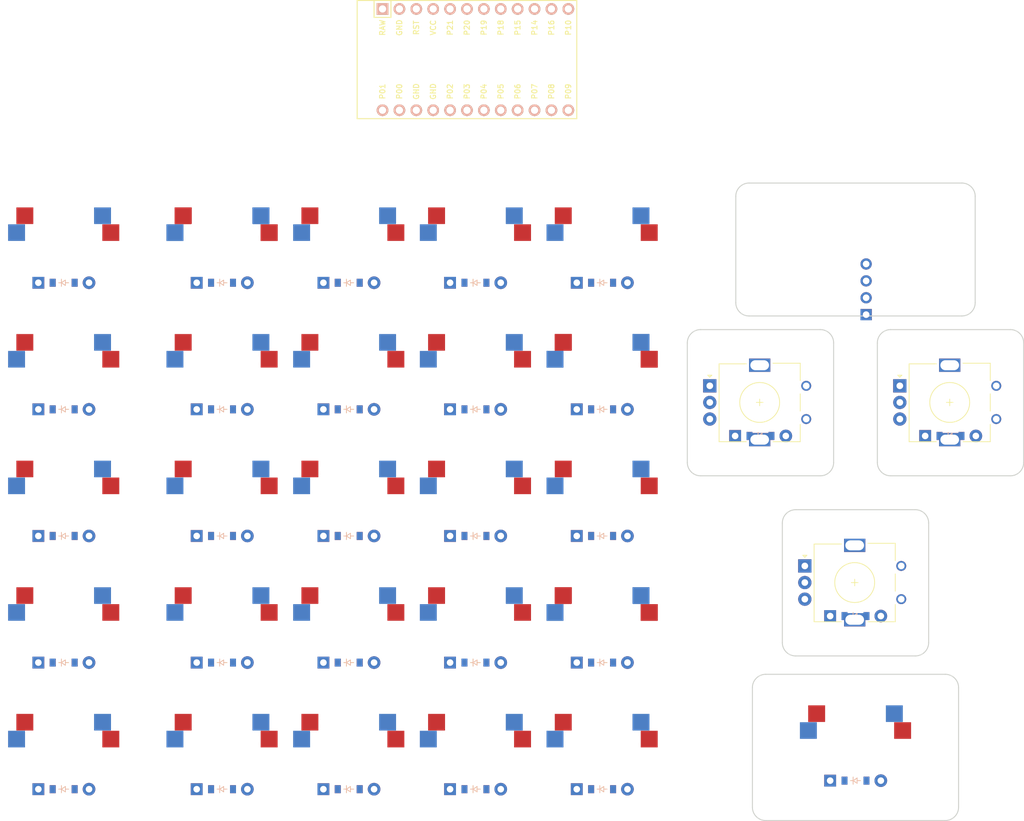
<source format=kicad_pcb>


(kicad_pcb (version 20171130) (host pcbnew 5.1.6)

  (page A3)
  (title_block
    (title "keyboard_numpad")
    (rev "0.1")
    (company "cline")
  )

  (general
    (thickness 1.6)
  )

  (layers
    (0 F.Cu signal)
    (31 B.Cu signal)
    (32 B.Adhes user)
    (33 F.Adhes user)
    (34 B.Paste user)
    (35 F.Paste user)
    (36 B.SilkS user)
    (37 F.SilkS user)
    (38 B.Mask user)
    (39 F.Mask user)
    (40 Dwgs.User user)
    (41 Cmts.User user)
    (42 Eco1.User user)
    (43 Eco2.User user)
    (44 Edge.Cuts user)
    (45 Margin user)
    (46 B.CrtYd user)
    (47 F.CrtYd user)
    (48 B.Fab user)
    (49 F.Fab user)
  )

  (setup
    (last_trace_width 0.25)
    (trace_clearance 0.2)
    (zone_clearance 0.508)
    (zone_45_only no)
    (trace_min 0.2)
    (via_size 0.8)
    (via_drill 0.4)
    (via_min_size 0.4)
    (via_min_drill 0.3)
    (uvia_size 0.3)
    (uvia_drill 0.1)
    (uvias_allowed no)
    (uvia_min_size 0.2)
    (uvia_min_drill 0.1)
    (edge_width 0.05)
    (segment_width 0.2)
    (pcb_text_width 0.3)
    (pcb_text_size 1.5 1.5)
    (mod_edge_width 0.12)
    (mod_text_size 1 1)
    (mod_text_width 0.15)
    (pad_size 1.524 1.524)
    (pad_drill 0.762)
    (pad_to_mask_clearance 0.05)
    (aux_axis_origin 0 0)
    (visible_elements FFFFFF7F)
    (pcbplotparams
      (layerselection 0x010fc_ffffffff)
      (usegerberextensions false)
      (usegerberattributes true)
      (usegerberadvancedattributes true)
      (creategerberjobfile true)
      (excludeedgelayer true)
      (linewidth 0.100000)
      (plotframeref false)
      (viasonmask false)
      (mode 1)
      (useauxorigin false)
      (hpglpennumber 1)
      (hpglpenspeed 20)
      (hpglpendiameter 15.000000)
      (psnegative false)
      (psa4output false)
      (plotreference true)
      (plotvalue true)
      (plotinvisibletext false)
      (padsonsilk false)
      (subtractmaskfromsilk false)
      (outputformat 1)
      (mirror false)
      (drillshape 1)
      (scaleselection 1)
      (outputdirectory ""))
  )

  (net 0 "")
(net 1 "col0")
(net 2 "col0_row0")
(net 3 "col0_row1")
(net 4 "col0_row2")
(net 5 "col0_row3")
(net 6 "col0_row4")
(net 7 "col1")
(net 8 "col1_row0")
(net 9 "col1_row1")
(net 10 "col1_row2")
(net 11 "col1_row3")
(net 12 "col1_row4")
(net 13 "col2")
(net 14 "col2_row0")
(net 15 "col2_row1")
(net 16 "col2_row2")
(net 17 "col2_row3")
(net 18 "col2_row4")
(net 19 "col3")
(net 20 "col3_row0")
(net 21 "col3_row1")
(net 22 "col3_row2")
(net 23 "col3_row3")
(net 24 "col3_row4")
(net 25 "col_left")
(net 26 "nav_col_row0")
(net 27 "nav_col_row1")
(net 28 "nav_col_row2")
(net 29 "nav_col_row3")
(net 30 "nav_col_row4")
(net 31 "row4")
(net 32 "row1")
(net 33 "row3")
(net 34 "col_thumb")
(net 35 "row_thumb")
(net 36 "col_enc_left")
(net 37 "row_enc_left")
(net 38 "encoder_left_a")
(net 39 "encoder_left_b")
(net 40 "GND")
(net 41 "col_enc_right")
(net 42 "row_enc_right")
(net 43 "encoder_right_a")
(net 44 "encoder_right_b")
(net 45 "col_enc_bottom")
(net 46 "row_enc_bottom")
(net 47 "encoder_bottom_a")
(net 48 "encoder_bottom_b")
(net 49 "row0")
(net 50 "row2")
(net 51 "default_default")
(net 52 "VCC")
(net 53 "P3")
(net 54 "P2")
(net 55 "RAW")
(net 56 "RST")
(net 57 "SCL")
(net 58 "SDA")

  (net_class Default "This is the default net class."
    (clearance 0.2)
    (trace_width 0.25)
    (via_dia 0.8)
    (via_drill 0.4)
    (uvia_dia 0.3)
    (uvia_drill 0.1)
    (add_net "")
(add_net "col0")
(add_net "col0_row0")
(add_net "col0_row1")
(add_net "col0_row2")
(add_net "col0_row3")
(add_net "col0_row4")
(add_net "col1")
(add_net "col1_row0")
(add_net "col1_row1")
(add_net "col1_row2")
(add_net "col1_row3")
(add_net "col1_row4")
(add_net "col2")
(add_net "col2_row0")
(add_net "col2_row1")
(add_net "col2_row2")
(add_net "col2_row3")
(add_net "col2_row4")
(add_net "col3")
(add_net "col3_row0")
(add_net "col3_row1")
(add_net "col3_row2")
(add_net "col3_row3")
(add_net "col3_row4")
(add_net "col_left")
(add_net "nav_col_row0")
(add_net "nav_col_row1")
(add_net "nav_col_row2")
(add_net "nav_col_row3")
(add_net "nav_col_row4")
(add_net "row4")
(add_net "row1")
(add_net "row3")
(add_net "col_thumb")
(add_net "row_thumb")
(add_net "col_enc_left")
(add_net "row_enc_left")
(add_net "encoder_left_a")
(add_net "encoder_left_b")
(add_net "GND")
(add_net "col_enc_right")
(add_net "row_enc_right")
(add_net "encoder_right_a")
(add_net "encoder_right_b")
(add_net "col_enc_bottom")
(add_net "row_enc_bottom")
(add_net "encoder_bottom_a")
(add_net "encoder_bottom_b")
(add_net "row0")
(add_net "row2")
(add_net "default_default")
(add_net "VCC")
(add_net "P3")
(add_net "P2")
(add_net "RAW")
(add_net "RST")
(add_net "SCL")
(add_net "SDA")
  )

  
        
      (module MX (layer F.Cu) (tedit 5DD4F656)
      (at 57.15 -38.1 0)

      
      (fp_text reference "S1" (at 0 0) (layer F.SilkS) hide (effects (font (size 1.27 1.27) (thickness 0.15))))
      (fp_text value "" (at 0 0) (layer F.SilkS) hide (effects (font (size 1.27 1.27) (thickness 0.15))))

      
      (fp_line (start -7 -6) (end -7 -7) (layer Dwgs.User) (width 0.15))
      (fp_line (start -7 7) (end -6 7) (layer Dwgs.User) (width 0.15))
      (fp_line (start -6 -7) (end -7 -7) (layer Dwgs.User) (width 0.15))
      (fp_line (start -7 7) (end -7 6) (layer Dwgs.User) (width 0.15))
      (fp_line (start 7 6) (end 7 7) (layer Dwgs.User) (width 0.15))
      (fp_line (start 7 -7) (end 6 -7) (layer Dwgs.User) (width 0.15))
      (fp_line (start 6 7) (end 7 7) (layer Dwgs.User) (width 0.15))
      (fp_line (start 7 -7) (end 7 -6) (layer Dwgs.User) (width 0.15))
    
      
      (pad "" np_thru_hole circle (at 0 0) (size 3.9878 3.9878) (drill 3.9878) (layers *.Cu *.Mask))

      
      (pad "" np_thru_hole circle (at 5.08 0) (size 1.7018 1.7018) (drill 1.7018) (layers *.Cu *.Mask))
      (pad "" np_thru_hole circle (at -5.08 0) (size 1.7018 1.7018) (drill 1.7018) (layers *.Cu *.Mask))
      
        
      
      (fp_line (start -9.5 -9.5) (end 9.5 -9.5) (layer Dwgs.User) (width 0.15))
      (fp_line (start 9.5 -9.5) (end 9.5 9.5) (layer Dwgs.User) (width 0.15))
      (fp_line (start 9.5 9.5) (end -9.5 9.5) (layer Dwgs.User) (width 0.15))
      (fp_line (start -9.5 9.5) (end -9.5 -9.5) (layer Dwgs.User) (width 0.15))
      
        
        
        (pad "" np_thru_hole circle (at 2.54 -5.08) (size 3 3) (drill 3) (layers *.Cu *.Mask))
        (pad "" np_thru_hole circle (at -3.81 -2.54) (size 3 3) (drill 3) (layers *.Cu *.Mask))
        
        
        (pad 1 smd rect (at -7.085 -2.54 0) (size 2.55 2.5) (layers B.Cu B.Paste B.Mask) (net 1 "col0"))
        (pad 2 smd rect (at 5.842 -5.08 0) (size 2.55 2.5) (layers B.Cu B.Paste B.Mask) (net 2 "col0_row0"))
        
        
        
        (pad "" np_thru_hole circle (at -2.54 -5.08) (size 3 3) (drill 3) (layers *.Cu *.Mask))
        (pad "" np_thru_hole circle (at 3.81 -2.54) (size 3 3) (drill 3) (layers *.Cu *.Mask))
        
        
        (pad 1 smd rect (at 7.085 -2.54 0) (size 2.55 2.5) (layers F.Cu F.Paste F.Mask) (net 1 "col0"))
        (pad 2 smd rect (at -5.842 -5.08 0) (size 2.55 2.5) (layers F.Cu F.Paste F.Mask) (net 2 "col0_row0"))
        )
        

        
      (module MX (layer F.Cu) (tedit 5DD4F656)
      (at 57.15 -57.150000000000006 0)

      
      (fp_text reference "S2" (at 0 0) (layer F.SilkS) hide (effects (font (size 1.27 1.27) (thickness 0.15))))
      (fp_text value "" (at 0 0) (layer F.SilkS) hide (effects (font (size 1.27 1.27) (thickness 0.15))))

      
      (fp_line (start -7 -6) (end -7 -7) (layer Dwgs.User) (width 0.15))
      (fp_line (start -7 7) (end -6 7) (layer Dwgs.User) (width 0.15))
      (fp_line (start -6 -7) (end -7 -7) (layer Dwgs.User) (width 0.15))
      (fp_line (start -7 7) (end -7 6) (layer Dwgs.User) (width 0.15))
      (fp_line (start 7 6) (end 7 7) (layer Dwgs.User) (width 0.15))
      (fp_line (start 7 -7) (end 6 -7) (layer Dwgs.User) (width 0.15))
      (fp_line (start 6 7) (end 7 7) (layer Dwgs.User) (width 0.15))
      (fp_line (start 7 -7) (end 7 -6) (layer Dwgs.User) (width 0.15))
    
      
      (pad "" np_thru_hole circle (at 0 0) (size 3.9878 3.9878) (drill 3.9878) (layers *.Cu *.Mask))

      
      (pad "" np_thru_hole circle (at 5.08 0) (size 1.7018 1.7018) (drill 1.7018) (layers *.Cu *.Mask))
      (pad "" np_thru_hole circle (at -5.08 0) (size 1.7018 1.7018) (drill 1.7018) (layers *.Cu *.Mask))
      
        
      
      (fp_line (start -9.5 -9.5) (end 9.5 -9.5) (layer Dwgs.User) (width 0.15))
      (fp_line (start 9.5 -9.5) (end 9.5 9.5) (layer Dwgs.User) (width 0.15))
      (fp_line (start 9.5 9.5) (end -9.5 9.5) (layer Dwgs.User) (width 0.15))
      (fp_line (start -9.5 9.5) (end -9.5 -9.5) (layer Dwgs.User) (width 0.15))
      
        
        
        (pad "" np_thru_hole circle (at 2.54 -5.08) (size 3 3) (drill 3) (layers *.Cu *.Mask))
        (pad "" np_thru_hole circle (at -3.81 -2.54) (size 3 3) (drill 3) (layers *.Cu *.Mask))
        
        
        (pad 1 smd rect (at -7.085 -2.54 0) (size 2.55 2.5) (layers B.Cu B.Paste B.Mask) (net 1 "col0"))
        (pad 2 smd rect (at 5.842 -5.08 0) (size 2.55 2.5) (layers B.Cu B.Paste B.Mask) (net 3 "col0_row1"))
        
        
        
        (pad "" np_thru_hole circle (at -2.54 -5.08) (size 3 3) (drill 3) (layers *.Cu *.Mask))
        (pad "" np_thru_hole circle (at 3.81 -2.54) (size 3 3) (drill 3) (layers *.Cu *.Mask))
        
        
        (pad 1 smd rect (at 7.085 -2.54 0) (size 2.55 2.5) (layers F.Cu F.Paste F.Mask) (net 1 "col0"))
        (pad 2 smd rect (at -5.842 -5.08 0) (size 2.55 2.5) (layers F.Cu F.Paste F.Mask) (net 3 "col0_row1"))
        )
        

        
      (module MX (layer F.Cu) (tedit 5DD4F656)
      (at 57.15 -76.2 0)

      
      (fp_text reference "S3" (at 0 0) (layer F.SilkS) hide (effects (font (size 1.27 1.27) (thickness 0.15))))
      (fp_text value "" (at 0 0) (layer F.SilkS) hide (effects (font (size 1.27 1.27) (thickness 0.15))))

      
      (fp_line (start -7 -6) (end -7 -7) (layer Dwgs.User) (width 0.15))
      (fp_line (start -7 7) (end -6 7) (layer Dwgs.User) (width 0.15))
      (fp_line (start -6 -7) (end -7 -7) (layer Dwgs.User) (width 0.15))
      (fp_line (start -7 7) (end -7 6) (layer Dwgs.User) (width 0.15))
      (fp_line (start 7 6) (end 7 7) (layer Dwgs.User) (width 0.15))
      (fp_line (start 7 -7) (end 6 -7) (layer Dwgs.User) (width 0.15))
      (fp_line (start 6 7) (end 7 7) (layer Dwgs.User) (width 0.15))
      (fp_line (start 7 -7) (end 7 -6) (layer Dwgs.User) (width 0.15))
    
      
      (pad "" np_thru_hole circle (at 0 0) (size 3.9878 3.9878) (drill 3.9878) (layers *.Cu *.Mask))

      
      (pad "" np_thru_hole circle (at 5.08 0) (size 1.7018 1.7018) (drill 1.7018) (layers *.Cu *.Mask))
      (pad "" np_thru_hole circle (at -5.08 0) (size 1.7018 1.7018) (drill 1.7018) (layers *.Cu *.Mask))
      
        
      
      (fp_line (start -9.5 -9.5) (end 9.5 -9.5) (layer Dwgs.User) (width 0.15))
      (fp_line (start 9.5 -9.5) (end 9.5 9.5) (layer Dwgs.User) (width 0.15))
      (fp_line (start 9.5 9.5) (end -9.5 9.5) (layer Dwgs.User) (width 0.15))
      (fp_line (start -9.5 9.5) (end -9.5 -9.5) (layer Dwgs.User) (width 0.15))
      
        
        
        (pad "" np_thru_hole circle (at 2.54 -5.08) (size 3 3) (drill 3) (layers *.Cu *.Mask))
        (pad "" np_thru_hole circle (at -3.81 -2.54) (size 3 3) (drill 3) (layers *.Cu *.Mask))
        
        
        (pad 1 smd rect (at -7.085 -2.54 0) (size 2.55 2.5) (layers B.Cu B.Paste B.Mask) (net 1 "col0"))
        (pad 2 smd rect (at 5.842 -5.08 0) (size 2.55 2.5) (layers B.Cu B.Paste B.Mask) (net 4 "col0_row2"))
        
        
        
        (pad "" np_thru_hole circle (at -2.54 -5.08) (size 3 3) (drill 3) (layers *.Cu *.Mask))
        (pad "" np_thru_hole circle (at 3.81 -2.54) (size 3 3) (drill 3) (layers *.Cu *.Mask))
        
        
        (pad 1 smd rect (at 7.085 -2.54 0) (size 2.55 2.5) (layers F.Cu F.Paste F.Mask) (net 1 "col0"))
        (pad 2 smd rect (at -5.842 -5.08 0) (size 2.55 2.5) (layers F.Cu F.Paste F.Mask) (net 4 "col0_row2"))
        )
        

        
      (module MX (layer F.Cu) (tedit 5DD4F656)
      (at 57.15 -95.25 0)

      
      (fp_text reference "S4" (at 0 0) (layer F.SilkS) hide (effects (font (size 1.27 1.27) (thickness 0.15))))
      (fp_text value "" (at 0 0) (layer F.SilkS) hide (effects (font (size 1.27 1.27) (thickness 0.15))))

      
      (fp_line (start -7 -6) (end -7 -7) (layer Dwgs.User) (width 0.15))
      (fp_line (start -7 7) (end -6 7) (layer Dwgs.User) (width 0.15))
      (fp_line (start -6 -7) (end -7 -7) (layer Dwgs.User) (width 0.15))
      (fp_line (start -7 7) (end -7 6) (layer Dwgs.User) (width 0.15))
      (fp_line (start 7 6) (end 7 7) (layer Dwgs.User) (width 0.15))
      (fp_line (start 7 -7) (end 6 -7) (layer Dwgs.User) (width 0.15))
      (fp_line (start 6 7) (end 7 7) (layer Dwgs.User) (width 0.15))
      (fp_line (start 7 -7) (end 7 -6) (layer Dwgs.User) (width 0.15))
    
      
      (pad "" np_thru_hole circle (at 0 0) (size 3.9878 3.9878) (drill 3.9878) (layers *.Cu *.Mask))

      
      (pad "" np_thru_hole circle (at 5.08 0) (size 1.7018 1.7018) (drill 1.7018) (layers *.Cu *.Mask))
      (pad "" np_thru_hole circle (at -5.08 0) (size 1.7018 1.7018) (drill 1.7018) (layers *.Cu *.Mask))
      
        
      
      (fp_line (start -9.5 -9.5) (end 9.5 -9.5) (layer Dwgs.User) (width 0.15))
      (fp_line (start 9.5 -9.5) (end 9.5 9.5) (layer Dwgs.User) (width 0.15))
      (fp_line (start 9.5 9.5) (end -9.5 9.5) (layer Dwgs.User) (width 0.15))
      (fp_line (start -9.5 9.5) (end -9.5 -9.5) (layer Dwgs.User) (width 0.15))
      
        
        
        (pad "" np_thru_hole circle (at 2.54 -5.08) (size 3 3) (drill 3) (layers *.Cu *.Mask))
        (pad "" np_thru_hole circle (at -3.81 -2.54) (size 3 3) (drill 3) (layers *.Cu *.Mask))
        
        
        (pad 1 smd rect (at -7.085 -2.54 0) (size 2.55 2.5) (layers B.Cu B.Paste B.Mask) (net 1 "col0"))
        (pad 2 smd rect (at 5.842 -5.08 0) (size 2.55 2.5) (layers B.Cu B.Paste B.Mask) (net 5 "col0_row3"))
        
        
        
        (pad "" np_thru_hole circle (at -2.54 -5.08) (size 3 3) (drill 3) (layers *.Cu *.Mask))
        (pad "" np_thru_hole circle (at 3.81 -2.54) (size 3 3) (drill 3) (layers *.Cu *.Mask))
        
        
        (pad 1 smd rect (at 7.085 -2.54 0) (size 2.55 2.5) (layers F.Cu F.Paste F.Mask) (net 1 "col0"))
        (pad 2 smd rect (at -5.842 -5.08 0) (size 2.55 2.5) (layers F.Cu F.Paste F.Mask) (net 5 "col0_row3"))
        )
        

        
      (module MX (layer F.Cu) (tedit 5DD4F656)
      (at 57.15 -114.3 0)

      
      (fp_text reference "S5" (at 0 0) (layer F.SilkS) hide (effects (font (size 1.27 1.27) (thickness 0.15))))
      (fp_text value "" (at 0 0) (layer F.SilkS) hide (effects (font (size 1.27 1.27) (thickness 0.15))))

      
      (fp_line (start -7 -6) (end -7 -7) (layer Dwgs.User) (width 0.15))
      (fp_line (start -7 7) (end -6 7) (layer Dwgs.User) (width 0.15))
      (fp_line (start -6 -7) (end -7 -7) (layer Dwgs.User) (width 0.15))
      (fp_line (start -7 7) (end -7 6) (layer Dwgs.User) (width 0.15))
      (fp_line (start 7 6) (end 7 7) (layer Dwgs.User) (width 0.15))
      (fp_line (start 7 -7) (end 6 -7) (layer Dwgs.User) (width 0.15))
      (fp_line (start 6 7) (end 7 7) (layer Dwgs.User) (width 0.15))
      (fp_line (start 7 -7) (end 7 -6) (layer Dwgs.User) (width 0.15))
    
      
      (pad "" np_thru_hole circle (at 0 0) (size 3.9878 3.9878) (drill 3.9878) (layers *.Cu *.Mask))

      
      (pad "" np_thru_hole circle (at 5.08 0) (size 1.7018 1.7018) (drill 1.7018) (layers *.Cu *.Mask))
      (pad "" np_thru_hole circle (at -5.08 0) (size 1.7018 1.7018) (drill 1.7018) (layers *.Cu *.Mask))
      
        
      
      (fp_line (start -9.5 -9.5) (end 9.5 -9.5) (layer Dwgs.User) (width 0.15))
      (fp_line (start 9.5 -9.5) (end 9.5 9.5) (layer Dwgs.User) (width 0.15))
      (fp_line (start 9.5 9.5) (end -9.5 9.5) (layer Dwgs.User) (width 0.15))
      (fp_line (start -9.5 9.5) (end -9.5 -9.5) (layer Dwgs.User) (width 0.15))
      
        
        
        (pad "" np_thru_hole circle (at 2.54 -5.08) (size 3 3) (drill 3) (layers *.Cu *.Mask))
        (pad "" np_thru_hole circle (at -3.81 -2.54) (size 3 3) (drill 3) (layers *.Cu *.Mask))
        
        
        (pad 1 smd rect (at -7.085 -2.54 0) (size 2.55 2.5) (layers B.Cu B.Paste B.Mask) (net 1 "col0"))
        (pad 2 smd rect (at 5.842 -5.08 0) (size 2.55 2.5) (layers B.Cu B.Paste B.Mask) (net 6 "col0_row4"))
        
        
        
        (pad "" np_thru_hole circle (at -2.54 -5.08) (size 3 3) (drill 3) (layers *.Cu *.Mask))
        (pad "" np_thru_hole circle (at 3.81 -2.54) (size 3 3) (drill 3) (layers *.Cu *.Mask))
        
        
        (pad 1 smd rect (at 7.085 -2.54 0) (size 2.55 2.5) (layers F.Cu F.Paste F.Mask) (net 1 "col0"))
        (pad 2 smd rect (at -5.842 -5.08 0) (size 2.55 2.5) (layers F.Cu F.Paste F.Mask) (net 6 "col0_row4"))
        )
        

        
      (module MX (layer F.Cu) (tedit 5DD4F656)
      (at 76.2 -38.1 0)

      
      (fp_text reference "S6" (at 0 0) (layer F.SilkS) hide (effects (font (size 1.27 1.27) (thickness 0.15))))
      (fp_text value "" (at 0 0) (layer F.SilkS) hide (effects (font (size 1.27 1.27) (thickness 0.15))))

      
      (fp_line (start -7 -6) (end -7 -7) (layer Dwgs.User) (width 0.15))
      (fp_line (start -7 7) (end -6 7) (layer Dwgs.User) (width 0.15))
      (fp_line (start -6 -7) (end -7 -7) (layer Dwgs.User) (width 0.15))
      (fp_line (start -7 7) (end -7 6) (layer Dwgs.User) (width 0.15))
      (fp_line (start 7 6) (end 7 7) (layer Dwgs.User) (width 0.15))
      (fp_line (start 7 -7) (end 6 -7) (layer Dwgs.User) (width 0.15))
      (fp_line (start 6 7) (end 7 7) (layer Dwgs.User) (width 0.15))
      (fp_line (start 7 -7) (end 7 -6) (layer Dwgs.User) (width 0.15))
    
      
      (pad "" np_thru_hole circle (at 0 0) (size 3.9878 3.9878) (drill 3.9878) (layers *.Cu *.Mask))

      
      (pad "" np_thru_hole circle (at 5.08 0) (size 1.7018 1.7018) (drill 1.7018) (layers *.Cu *.Mask))
      (pad "" np_thru_hole circle (at -5.08 0) (size 1.7018 1.7018) (drill 1.7018) (layers *.Cu *.Mask))
      
        
      
      (fp_line (start -9.5 -9.5) (end 9.5 -9.5) (layer Dwgs.User) (width 0.15))
      (fp_line (start 9.5 -9.5) (end 9.5 9.5) (layer Dwgs.User) (width 0.15))
      (fp_line (start 9.5 9.5) (end -9.5 9.5) (layer Dwgs.User) (width 0.15))
      (fp_line (start -9.5 9.5) (end -9.5 -9.5) (layer Dwgs.User) (width 0.15))
      
        
        
        (pad "" np_thru_hole circle (at 2.54 -5.08) (size 3 3) (drill 3) (layers *.Cu *.Mask))
        (pad "" np_thru_hole circle (at -3.81 -2.54) (size 3 3) (drill 3) (layers *.Cu *.Mask))
        
        
        (pad 1 smd rect (at -7.085 -2.54 0) (size 2.55 2.5) (layers B.Cu B.Paste B.Mask) (net 7 "col1"))
        (pad 2 smd rect (at 5.842 -5.08 0) (size 2.55 2.5) (layers B.Cu B.Paste B.Mask) (net 8 "col1_row0"))
        
        
        
        (pad "" np_thru_hole circle (at -2.54 -5.08) (size 3 3) (drill 3) (layers *.Cu *.Mask))
        (pad "" np_thru_hole circle (at 3.81 -2.54) (size 3 3) (drill 3) (layers *.Cu *.Mask))
        
        
        (pad 1 smd rect (at 7.085 -2.54 0) (size 2.55 2.5) (layers F.Cu F.Paste F.Mask) (net 7 "col1"))
        (pad 2 smd rect (at -5.842 -5.08 0) (size 2.55 2.5) (layers F.Cu F.Paste F.Mask) (net 8 "col1_row0"))
        )
        

        
      (module MX (layer F.Cu) (tedit 5DD4F656)
      (at 76.2 -57.150000000000006 0)

      
      (fp_text reference "S7" (at 0 0) (layer F.SilkS) hide (effects (font (size 1.27 1.27) (thickness 0.15))))
      (fp_text value "" (at 0 0) (layer F.SilkS) hide (effects (font (size 1.27 1.27) (thickness 0.15))))

      
      (fp_line (start -7 -6) (end -7 -7) (layer Dwgs.User) (width 0.15))
      (fp_line (start -7 7) (end -6 7) (layer Dwgs.User) (width 0.15))
      (fp_line (start -6 -7) (end -7 -7) (layer Dwgs.User) (width 0.15))
      (fp_line (start -7 7) (end -7 6) (layer Dwgs.User) (width 0.15))
      (fp_line (start 7 6) (end 7 7) (layer Dwgs.User) (width 0.15))
      (fp_line (start 7 -7) (end 6 -7) (layer Dwgs.User) (width 0.15))
      (fp_line (start 6 7) (end 7 7) (layer Dwgs.User) (width 0.15))
      (fp_line (start 7 -7) (end 7 -6) (layer Dwgs.User) (width 0.15))
    
      
      (pad "" np_thru_hole circle (at 0 0) (size 3.9878 3.9878) (drill 3.9878) (layers *.Cu *.Mask))

      
      (pad "" np_thru_hole circle (at 5.08 0) (size 1.7018 1.7018) (drill 1.7018) (layers *.Cu *.Mask))
      (pad "" np_thru_hole circle (at -5.08 0) (size 1.7018 1.7018) (drill 1.7018) (layers *.Cu *.Mask))
      
        
      
      (fp_line (start -9.5 -9.5) (end 9.5 -9.5) (layer Dwgs.User) (width 0.15))
      (fp_line (start 9.5 -9.5) (end 9.5 9.5) (layer Dwgs.User) (width 0.15))
      (fp_line (start 9.5 9.5) (end -9.5 9.5) (layer Dwgs.User) (width 0.15))
      (fp_line (start -9.5 9.5) (end -9.5 -9.5) (layer Dwgs.User) (width 0.15))
      
        
        
        (pad "" np_thru_hole circle (at 2.54 -5.08) (size 3 3) (drill 3) (layers *.Cu *.Mask))
        (pad "" np_thru_hole circle (at -3.81 -2.54) (size 3 3) (drill 3) (layers *.Cu *.Mask))
        
        
        (pad 1 smd rect (at -7.085 -2.54 0) (size 2.55 2.5) (layers B.Cu B.Paste B.Mask) (net 7 "col1"))
        (pad 2 smd rect (at 5.842 -5.08 0) (size 2.55 2.5) (layers B.Cu B.Paste B.Mask) (net 9 "col1_row1"))
        
        
        
        (pad "" np_thru_hole circle (at -2.54 -5.08) (size 3 3) (drill 3) (layers *.Cu *.Mask))
        (pad "" np_thru_hole circle (at 3.81 -2.54) (size 3 3) (drill 3) (layers *.Cu *.Mask))
        
        
        (pad 1 smd rect (at 7.085 -2.54 0) (size 2.55 2.5) (layers F.Cu F.Paste F.Mask) (net 7 "col1"))
        (pad 2 smd rect (at -5.842 -5.08 0) (size 2.55 2.5) (layers F.Cu F.Paste F.Mask) (net 9 "col1_row1"))
        )
        

        
      (module MX (layer F.Cu) (tedit 5DD4F656)
      (at 76.2 -76.2 0)

      
      (fp_text reference "S8" (at 0 0) (layer F.SilkS) hide (effects (font (size 1.27 1.27) (thickness 0.15))))
      (fp_text value "" (at 0 0) (layer F.SilkS) hide (effects (font (size 1.27 1.27) (thickness 0.15))))

      
      (fp_line (start -7 -6) (end -7 -7) (layer Dwgs.User) (width 0.15))
      (fp_line (start -7 7) (end -6 7) (layer Dwgs.User) (width 0.15))
      (fp_line (start -6 -7) (end -7 -7) (layer Dwgs.User) (width 0.15))
      (fp_line (start -7 7) (end -7 6) (layer Dwgs.User) (width 0.15))
      (fp_line (start 7 6) (end 7 7) (layer Dwgs.User) (width 0.15))
      (fp_line (start 7 -7) (end 6 -7) (layer Dwgs.User) (width 0.15))
      (fp_line (start 6 7) (end 7 7) (layer Dwgs.User) (width 0.15))
      (fp_line (start 7 -7) (end 7 -6) (layer Dwgs.User) (width 0.15))
    
      
      (pad "" np_thru_hole circle (at 0 0) (size 3.9878 3.9878) (drill 3.9878) (layers *.Cu *.Mask))

      
      (pad "" np_thru_hole circle (at 5.08 0) (size 1.7018 1.7018) (drill 1.7018) (layers *.Cu *.Mask))
      (pad "" np_thru_hole circle (at -5.08 0) (size 1.7018 1.7018) (drill 1.7018) (layers *.Cu *.Mask))
      
        
      
      (fp_line (start -9.5 -9.5) (end 9.5 -9.5) (layer Dwgs.User) (width 0.15))
      (fp_line (start 9.5 -9.5) (end 9.5 9.5) (layer Dwgs.User) (width 0.15))
      (fp_line (start 9.5 9.5) (end -9.5 9.5) (layer Dwgs.User) (width 0.15))
      (fp_line (start -9.5 9.5) (end -9.5 -9.5) (layer Dwgs.User) (width 0.15))
      
        
        
        (pad "" np_thru_hole circle (at 2.54 -5.08) (size 3 3) (drill 3) (layers *.Cu *.Mask))
        (pad "" np_thru_hole circle (at -3.81 -2.54) (size 3 3) (drill 3) (layers *.Cu *.Mask))
        
        
        (pad 1 smd rect (at -7.085 -2.54 0) (size 2.55 2.5) (layers B.Cu B.Paste B.Mask) (net 7 "col1"))
        (pad 2 smd rect (at 5.842 -5.08 0) (size 2.55 2.5) (layers B.Cu B.Paste B.Mask) (net 10 "col1_row2"))
        
        
        
        (pad "" np_thru_hole circle (at -2.54 -5.08) (size 3 3) (drill 3) (layers *.Cu *.Mask))
        (pad "" np_thru_hole circle (at 3.81 -2.54) (size 3 3) (drill 3) (layers *.Cu *.Mask))
        
        
        (pad 1 smd rect (at 7.085 -2.54 0) (size 2.55 2.5) (layers F.Cu F.Paste F.Mask) (net 7 "col1"))
        (pad 2 smd rect (at -5.842 -5.08 0) (size 2.55 2.5) (layers F.Cu F.Paste F.Mask) (net 10 "col1_row2"))
        )
        

        
      (module MX (layer F.Cu) (tedit 5DD4F656)
      (at 76.2 -95.25 0)

      
      (fp_text reference "S9" (at 0 0) (layer F.SilkS) hide (effects (font (size 1.27 1.27) (thickness 0.15))))
      (fp_text value "" (at 0 0) (layer F.SilkS) hide (effects (font (size 1.27 1.27) (thickness 0.15))))

      
      (fp_line (start -7 -6) (end -7 -7) (layer Dwgs.User) (width 0.15))
      (fp_line (start -7 7) (end -6 7) (layer Dwgs.User) (width 0.15))
      (fp_line (start -6 -7) (end -7 -7) (layer Dwgs.User) (width 0.15))
      (fp_line (start -7 7) (end -7 6) (layer Dwgs.User) (width 0.15))
      (fp_line (start 7 6) (end 7 7) (layer Dwgs.User) (width 0.15))
      (fp_line (start 7 -7) (end 6 -7) (layer Dwgs.User) (width 0.15))
      (fp_line (start 6 7) (end 7 7) (layer Dwgs.User) (width 0.15))
      (fp_line (start 7 -7) (end 7 -6) (layer Dwgs.User) (width 0.15))
    
      
      (pad "" np_thru_hole circle (at 0 0) (size 3.9878 3.9878) (drill 3.9878) (layers *.Cu *.Mask))

      
      (pad "" np_thru_hole circle (at 5.08 0) (size 1.7018 1.7018) (drill 1.7018) (layers *.Cu *.Mask))
      (pad "" np_thru_hole circle (at -5.08 0) (size 1.7018 1.7018) (drill 1.7018) (layers *.Cu *.Mask))
      
        
      
      (fp_line (start -9.5 -9.5) (end 9.5 -9.5) (layer Dwgs.User) (width 0.15))
      (fp_line (start 9.5 -9.5) (end 9.5 9.5) (layer Dwgs.User) (width 0.15))
      (fp_line (start 9.5 9.5) (end -9.5 9.5) (layer Dwgs.User) (width 0.15))
      (fp_line (start -9.5 9.5) (end -9.5 -9.5) (layer Dwgs.User) (width 0.15))
      
        
        
        (pad "" np_thru_hole circle (at 2.54 -5.08) (size 3 3) (drill 3) (layers *.Cu *.Mask))
        (pad "" np_thru_hole circle (at -3.81 -2.54) (size 3 3) (drill 3) (layers *.Cu *.Mask))
        
        
        (pad 1 smd rect (at -7.085 -2.54 0) (size 2.55 2.5) (layers B.Cu B.Paste B.Mask) (net 7 "col1"))
        (pad 2 smd rect (at 5.842 -5.08 0) (size 2.55 2.5) (layers B.Cu B.Paste B.Mask) (net 11 "col1_row3"))
        
        
        
        (pad "" np_thru_hole circle (at -2.54 -5.08) (size 3 3) (drill 3) (layers *.Cu *.Mask))
        (pad "" np_thru_hole circle (at 3.81 -2.54) (size 3 3) (drill 3) (layers *.Cu *.Mask))
        
        
        (pad 1 smd rect (at 7.085 -2.54 0) (size 2.55 2.5) (layers F.Cu F.Paste F.Mask) (net 7 "col1"))
        (pad 2 smd rect (at -5.842 -5.08 0) (size 2.55 2.5) (layers F.Cu F.Paste F.Mask) (net 11 "col1_row3"))
        )
        

        
      (module MX (layer F.Cu) (tedit 5DD4F656)
      (at 76.2 -114.3 0)

      
      (fp_text reference "S10" (at 0 0) (layer F.SilkS) hide (effects (font (size 1.27 1.27) (thickness 0.15))))
      (fp_text value "" (at 0 0) (layer F.SilkS) hide (effects (font (size 1.27 1.27) (thickness 0.15))))

      
      (fp_line (start -7 -6) (end -7 -7) (layer Dwgs.User) (width 0.15))
      (fp_line (start -7 7) (end -6 7) (layer Dwgs.User) (width 0.15))
      (fp_line (start -6 -7) (end -7 -7) (layer Dwgs.User) (width 0.15))
      (fp_line (start -7 7) (end -7 6) (layer Dwgs.User) (width 0.15))
      (fp_line (start 7 6) (end 7 7) (layer Dwgs.User) (width 0.15))
      (fp_line (start 7 -7) (end 6 -7) (layer Dwgs.User) (width 0.15))
      (fp_line (start 6 7) (end 7 7) (layer Dwgs.User) (width 0.15))
      (fp_line (start 7 -7) (end 7 -6) (layer Dwgs.User) (width 0.15))
    
      
      (pad "" np_thru_hole circle (at 0 0) (size 3.9878 3.9878) (drill 3.9878) (layers *.Cu *.Mask))

      
      (pad "" np_thru_hole circle (at 5.08 0) (size 1.7018 1.7018) (drill 1.7018) (layers *.Cu *.Mask))
      (pad "" np_thru_hole circle (at -5.08 0) (size 1.7018 1.7018) (drill 1.7018) (layers *.Cu *.Mask))
      
        
      
      (fp_line (start -9.5 -9.5) (end 9.5 -9.5) (layer Dwgs.User) (width 0.15))
      (fp_line (start 9.5 -9.5) (end 9.5 9.5) (layer Dwgs.User) (width 0.15))
      (fp_line (start 9.5 9.5) (end -9.5 9.5) (layer Dwgs.User) (width 0.15))
      (fp_line (start -9.5 9.5) (end -9.5 -9.5) (layer Dwgs.User) (width 0.15))
      
        
        
        (pad "" np_thru_hole circle (at 2.54 -5.08) (size 3 3) (drill 3) (layers *.Cu *.Mask))
        (pad "" np_thru_hole circle (at -3.81 -2.54) (size 3 3) (drill 3) (layers *.Cu *.Mask))
        
        
        (pad 1 smd rect (at -7.085 -2.54 0) (size 2.55 2.5) (layers B.Cu B.Paste B.Mask) (net 7 "col1"))
        (pad 2 smd rect (at 5.842 -5.08 0) (size 2.55 2.5) (layers B.Cu B.Paste B.Mask) (net 12 "col1_row4"))
        
        
        
        (pad "" np_thru_hole circle (at -2.54 -5.08) (size 3 3) (drill 3) (layers *.Cu *.Mask))
        (pad "" np_thru_hole circle (at 3.81 -2.54) (size 3 3) (drill 3) (layers *.Cu *.Mask))
        
        
        (pad 1 smd rect (at 7.085 -2.54 0) (size 2.55 2.5) (layers F.Cu F.Paste F.Mask) (net 7 "col1"))
        (pad 2 smd rect (at -5.842 -5.08 0) (size 2.55 2.5) (layers F.Cu F.Paste F.Mask) (net 12 "col1_row4"))
        )
        

        
      (module MX (layer F.Cu) (tedit 5DD4F656)
      (at 95.25 -38.1 0)

      
      (fp_text reference "S11" (at 0 0) (layer F.SilkS) hide (effects (font (size 1.27 1.27) (thickness 0.15))))
      (fp_text value "" (at 0 0) (layer F.SilkS) hide (effects (font (size 1.27 1.27) (thickness 0.15))))

      
      (fp_line (start -7 -6) (end -7 -7) (layer Dwgs.User) (width 0.15))
      (fp_line (start -7 7) (end -6 7) (layer Dwgs.User) (width 0.15))
      (fp_line (start -6 -7) (end -7 -7) (layer Dwgs.User) (width 0.15))
      (fp_line (start -7 7) (end -7 6) (layer Dwgs.User) (width 0.15))
      (fp_line (start 7 6) (end 7 7) (layer Dwgs.User) (width 0.15))
      (fp_line (start 7 -7) (end 6 -7) (layer Dwgs.User) (width 0.15))
      (fp_line (start 6 7) (end 7 7) (layer Dwgs.User) (width 0.15))
      (fp_line (start 7 -7) (end 7 -6) (layer Dwgs.User) (width 0.15))
    
      
      (pad "" np_thru_hole circle (at 0 0) (size 3.9878 3.9878) (drill 3.9878) (layers *.Cu *.Mask))

      
      (pad "" np_thru_hole circle (at 5.08 0) (size 1.7018 1.7018) (drill 1.7018) (layers *.Cu *.Mask))
      (pad "" np_thru_hole circle (at -5.08 0) (size 1.7018 1.7018) (drill 1.7018) (layers *.Cu *.Mask))
      
        
      
      (fp_line (start -9.5 -9.5) (end 9.5 -9.5) (layer Dwgs.User) (width 0.15))
      (fp_line (start 9.5 -9.5) (end 9.5 9.5) (layer Dwgs.User) (width 0.15))
      (fp_line (start 9.5 9.5) (end -9.5 9.5) (layer Dwgs.User) (width 0.15))
      (fp_line (start -9.5 9.5) (end -9.5 -9.5) (layer Dwgs.User) (width 0.15))
      
        
        
        (pad "" np_thru_hole circle (at 2.54 -5.08) (size 3 3) (drill 3) (layers *.Cu *.Mask))
        (pad "" np_thru_hole circle (at -3.81 -2.54) (size 3 3) (drill 3) (layers *.Cu *.Mask))
        
        
        (pad 1 smd rect (at -7.085 -2.54 0) (size 2.55 2.5) (layers B.Cu B.Paste B.Mask) (net 13 "col2"))
        (pad 2 smd rect (at 5.842 -5.08 0) (size 2.55 2.5) (layers B.Cu B.Paste B.Mask) (net 14 "col2_row0"))
        
        
        
        (pad "" np_thru_hole circle (at -2.54 -5.08) (size 3 3) (drill 3) (layers *.Cu *.Mask))
        (pad "" np_thru_hole circle (at 3.81 -2.54) (size 3 3) (drill 3) (layers *.Cu *.Mask))
        
        
        (pad 1 smd rect (at 7.085 -2.54 0) (size 2.55 2.5) (layers F.Cu F.Paste F.Mask) (net 13 "col2"))
        (pad 2 smd rect (at -5.842 -5.08 0) (size 2.55 2.5) (layers F.Cu F.Paste F.Mask) (net 14 "col2_row0"))
        )
        

        
      (module MX (layer F.Cu) (tedit 5DD4F656)
      (at 95.25 -57.150000000000006 0)

      
      (fp_text reference "S12" (at 0 0) (layer F.SilkS) hide (effects (font (size 1.27 1.27) (thickness 0.15))))
      (fp_text value "" (at 0 0) (layer F.SilkS) hide (effects (font (size 1.27 1.27) (thickness 0.15))))

      
      (fp_line (start -7 -6) (end -7 -7) (layer Dwgs.User) (width 0.15))
      (fp_line (start -7 7) (end -6 7) (layer Dwgs.User) (width 0.15))
      (fp_line (start -6 -7) (end -7 -7) (layer Dwgs.User) (width 0.15))
      (fp_line (start -7 7) (end -7 6) (layer Dwgs.User) (width 0.15))
      (fp_line (start 7 6) (end 7 7) (layer Dwgs.User) (width 0.15))
      (fp_line (start 7 -7) (end 6 -7) (layer Dwgs.User) (width 0.15))
      (fp_line (start 6 7) (end 7 7) (layer Dwgs.User) (width 0.15))
      (fp_line (start 7 -7) (end 7 -6) (layer Dwgs.User) (width 0.15))
    
      
      (pad "" np_thru_hole circle (at 0 0) (size 3.9878 3.9878) (drill 3.9878) (layers *.Cu *.Mask))

      
      (pad "" np_thru_hole circle (at 5.08 0) (size 1.7018 1.7018) (drill 1.7018) (layers *.Cu *.Mask))
      (pad "" np_thru_hole circle (at -5.08 0) (size 1.7018 1.7018) (drill 1.7018) (layers *.Cu *.Mask))
      
        
      
      (fp_line (start -9.5 -9.5) (end 9.5 -9.5) (layer Dwgs.User) (width 0.15))
      (fp_line (start 9.5 -9.5) (end 9.5 9.5) (layer Dwgs.User) (width 0.15))
      (fp_line (start 9.5 9.5) (end -9.5 9.5) (layer Dwgs.User) (width 0.15))
      (fp_line (start -9.5 9.5) (end -9.5 -9.5) (layer Dwgs.User) (width 0.15))
      
        
        
        (pad "" np_thru_hole circle (at 2.54 -5.08) (size 3 3) (drill 3) (layers *.Cu *.Mask))
        (pad "" np_thru_hole circle (at -3.81 -2.54) (size 3 3) (drill 3) (layers *.Cu *.Mask))
        
        
        (pad 1 smd rect (at -7.085 -2.54 0) (size 2.55 2.5) (layers B.Cu B.Paste B.Mask) (net 13 "col2"))
        (pad 2 smd rect (at 5.842 -5.08 0) (size 2.55 2.5) (layers B.Cu B.Paste B.Mask) (net 15 "col2_row1"))
        
        
        
        (pad "" np_thru_hole circle (at -2.54 -5.08) (size 3 3) (drill 3) (layers *.Cu *.Mask))
        (pad "" np_thru_hole circle (at 3.81 -2.54) (size 3 3) (drill 3) (layers *.Cu *.Mask))
        
        
        (pad 1 smd rect (at 7.085 -2.54 0) (size 2.55 2.5) (layers F.Cu F.Paste F.Mask) (net 13 "col2"))
        (pad 2 smd rect (at -5.842 -5.08 0) (size 2.55 2.5) (layers F.Cu F.Paste F.Mask) (net 15 "col2_row1"))
        )
        

        
      (module MX (layer F.Cu) (tedit 5DD4F656)
      (at 95.25 -76.2 0)

      
      (fp_text reference "S13" (at 0 0) (layer F.SilkS) hide (effects (font (size 1.27 1.27) (thickness 0.15))))
      (fp_text value "" (at 0 0) (layer F.SilkS) hide (effects (font (size 1.27 1.27) (thickness 0.15))))

      
      (fp_line (start -7 -6) (end -7 -7) (layer Dwgs.User) (width 0.15))
      (fp_line (start -7 7) (end -6 7) (layer Dwgs.User) (width 0.15))
      (fp_line (start -6 -7) (end -7 -7) (layer Dwgs.User) (width 0.15))
      (fp_line (start -7 7) (end -7 6) (layer Dwgs.User) (width 0.15))
      (fp_line (start 7 6) (end 7 7) (layer Dwgs.User) (width 0.15))
      (fp_line (start 7 -7) (end 6 -7) (layer Dwgs.User) (width 0.15))
      (fp_line (start 6 7) (end 7 7) (layer Dwgs.User) (width 0.15))
      (fp_line (start 7 -7) (end 7 -6) (layer Dwgs.User) (width 0.15))
    
      
      (pad "" np_thru_hole circle (at 0 0) (size 3.9878 3.9878) (drill 3.9878) (layers *.Cu *.Mask))

      
      (pad "" np_thru_hole circle (at 5.08 0) (size 1.7018 1.7018) (drill 1.7018) (layers *.Cu *.Mask))
      (pad "" np_thru_hole circle (at -5.08 0) (size 1.7018 1.7018) (drill 1.7018) (layers *.Cu *.Mask))
      
        
      
      (fp_line (start -9.5 -9.5) (end 9.5 -9.5) (layer Dwgs.User) (width 0.15))
      (fp_line (start 9.5 -9.5) (end 9.5 9.5) (layer Dwgs.User) (width 0.15))
      (fp_line (start 9.5 9.5) (end -9.5 9.5) (layer Dwgs.User) (width 0.15))
      (fp_line (start -9.5 9.5) (end -9.5 -9.5) (layer Dwgs.User) (width 0.15))
      
        
        
        (pad "" np_thru_hole circle (at 2.54 -5.08) (size 3 3) (drill 3) (layers *.Cu *.Mask))
        (pad "" np_thru_hole circle (at -3.81 -2.54) (size 3 3) (drill 3) (layers *.Cu *.Mask))
        
        
        (pad 1 smd rect (at -7.085 -2.54 0) (size 2.55 2.5) (layers B.Cu B.Paste B.Mask) (net 13 "col2"))
        (pad 2 smd rect (at 5.842 -5.08 0) (size 2.55 2.5) (layers B.Cu B.Paste B.Mask) (net 16 "col2_row2"))
        
        
        
        (pad "" np_thru_hole circle (at -2.54 -5.08) (size 3 3) (drill 3) (layers *.Cu *.Mask))
        (pad "" np_thru_hole circle (at 3.81 -2.54) (size 3 3) (drill 3) (layers *.Cu *.Mask))
        
        
        (pad 1 smd rect (at 7.085 -2.54 0) (size 2.55 2.5) (layers F.Cu F.Paste F.Mask) (net 13 "col2"))
        (pad 2 smd rect (at -5.842 -5.08 0) (size 2.55 2.5) (layers F.Cu F.Paste F.Mask) (net 16 "col2_row2"))
        )
        

        
      (module MX (layer F.Cu) (tedit 5DD4F656)
      (at 95.25 -95.25 0)

      
      (fp_text reference "S14" (at 0 0) (layer F.SilkS) hide (effects (font (size 1.27 1.27) (thickness 0.15))))
      (fp_text value "" (at 0 0) (layer F.SilkS) hide (effects (font (size 1.27 1.27) (thickness 0.15))))

      
      (fp_line (start -7 -6) (end -7 -7) (layer Dwgs.User) (width 0.15))
      (fp_line (start -7 7) (end -6 7) (layer Dwgs.User) (width 0.15))
      (fp_line (start -6 -7) (end -7 -7) (layer Dwgs.User) (width 0.15))
      (fp_line (start -7 7) (end -7 6) (layer Dwgs.User) (width 0.15))
      (fp_line (start 7 6) (end 7 7) (layer Dwgs.User) (width 0.15))
      (fp_line (start 7 -7) (end 6 -7) (layer Dwgs.User) (width 0.15))
      (fp_line (start 6 7) (end 7 7) (layer Dwgs.User) (width 0.15))
      (fp_line (start 7 -7) (end 7 -6) (layer Dwgs.User) (width 0.15))
    
      
      (pad "" np_thru_hole circle (at 0 0) (size 3.9878 3.9878) (drill 3.9878) (layers *.Cu *.Mask))

      
      (pad "" np_thru_hole circle (at 5.08 0) (size 1.7018 1.7018) (drill 1.7018) (layers *.Cu *.Mask))
      (pad "" np_thru_hole circle (at -5.08 0) (size 1.7018 1.7018) (drill 1.7018) (layers *.Cu *.Mask))
      
        
      
      (fp_line (start -9.5 -9.5) (end 9.5 -9.5) (layer Dwgs.User) (width 0.15))
      (fp_line (start 9.5 -9.5) (end 9.5 9.5) (layer Dwgs.User) (width 0.15))
      (fp_line (start 9.5 9.5) (end -9.5 9.5) (layer Dwgs.User) (width 0.15))
      (fp_line (start -9.5 9.5) (end -9.5 -9.5) (layer Dwgs.User) (width 0.15))
      
        
        
        (pad "" np_thru_hole circle (at 2.54 -5.08) (size 3 3) (drill 3) (layers *.Cu *.Mask))
        (pad "" np_thru_hole circle (at -3.81 -2.54) (size 3 3) (drill 3) (layers *.Cu *.Mask))
        
        
        (pad 1 smd rect (at -7.085 -2.54 0) (size 2.55 2.5) (layers B.Cu B.Paste B.Mask) (net 13 "col2"))
        (pad 2 smd rect (at 5.842 -5.08 0) (size 2.55 2.5) (layers B.Cu B.Paste B.Mask) (net 17 "col2_row3"))
        
        
        
        (pad "" np_thru_hole circle (at -2.54 -5.08) (size 3 3) (drill 3) (layers *.Cu *.Mask))
        (pad "" np_thru_hole circle (at 3.81 -2.54) (size 3 3) (drill 3) (layers *.Cu *.Mask))
        
        
        (pad 1 smd rect (at 7.085 -2.54 0) (size 2.55 2.5) (layers F.Cu F.Paste F.Mask) (net 13 "col2"))
        (pad 2 smd rect (at -5.842 -5.08 0) (size 2.55 2.5) (layers F.Cu F.Paste F.Mask) (net 17 "col2_row3"))
        )
        

        
      (module MX (layer F.Cu) (tedit 5DD4F656)
      (at 95.25 -114.3 0)

      
      (fp_text reference "S15" (at 0 0) (layer F.SilkS) hide (effects (font (size 1.27 1.27) (thickness 0.15))))
      (fp_text value "" (at 0 0) (layer F.SilkS) hide (effects (font (size 1.27 1.27) (thickness 0.15))))

      
      (fp_line (start -7 -6) (end -7 -7) (layer Dwgs.User) (width 0.15))
      (fp_line (start -7 7) (end -6 7) (layer Dwgs.User) (width 0.15))
      (fp_line (start -6 -7) (end -7 -7) (layer Dwgs.User) (width 0.15))
      (fp_line (start -7 7) (end -7 6) (layer Dwgs.User) (width 0.15))
      (fp_line (start 7 6) (end 7 7) (layer Dwgs.User) (width 0.15))
      (fp_line (start 7 -7) (end 6 -7) (layer Dwgs.User) (width 0.15))
      (fp_line (start 6 7) (end 7 7) (layer Dwgs.User) (width 0.15))
      (fp_line (start 7 -7) (end 7 -6) (layer Dwgs.User) (width 0.15))
    
      
      (pad "" np_thru_hole circle (at 0 0) (size 3.9878 3.9878) (drill 3.9878) (layers *.Cu *.Mask))

      
      (pad "" np_thru_hole circle (at 5.08 0) (size 1.7018 1.7018) (drill 1.7018) (layers *.Cu *.Mask))
      (pad "" np_thru_hole circle (at -5.08 0) (size 1.7018 1.7018) (drill 1.7018) (layers *.Cu *.Mask))
      
        
      
      (fp_line (start -9.5 -9.5) (end 9.5 -9.5) (layer Dwgs.User) (width 0.15))
      (fp_line (start 9.5 -9.5) (end 9.5 9.5) (layer Dwgs.User) (width 0.15))
      (fp_line (start 9.5 9.5) (end -9.5 9.5) (layer Dwgs.User) (width 0.15))
      (fp_line (start -9.5 9.5) (end -9.5 -9.5) (layer Dwgs.User) (width 0.15))
      
        
        
        (pad "" np_thru_hole circle (at 2.54 -5.08) (size 3 3) (drill 3) (layers *.Cu *.Mask))
        (pad "" np_thru_hole circle (at -3.81 -2.54) (size 3 3) (drill 3) (layers *.Cu *.Mask))
        
        
        (pad 1 smd rect (at -7.085 -2.54 0) (size 2.55 2.5) (layers B.Cu B.Paste B.Mask) (net 13 "col2"))
        (pad 2 smd rect (at 5.842 -5.08 0) (size 2.55 2.5) (layers B.Cu B.Paste B.Mask) (net 18 "col2_row4"))
        
        
        
        (pad "" np_thru_hole circle (at -2.54 -5.08) (size 3 3) (drill 3) (layers *.Cu *.Mask))
        (pad "" np_thru_hole circle (at 3.81 -2.54) (size 3 3) (drill 3) (layers *.Cu *.Mask))
        
        
        (pad 1 smd rect (at 7.085 -2.54 0) (size 2.55 2.5) (layers F.Cu F.Paste F.Mask) (net 13 "col2"))
        (pad 2 smd rect (at -5.842 -5.08 0) (size 2.55 2.5) (layers F.Cu F.Paste F.Mask) (net 18 "col2_row4"))
        )
        

        
      (module MX (layer F.Cu) (tedit 5DD4F656)
      (at 114.3 -38.1 0)

      
      (fp_text reference "S16" (at 0 0) (layer F.SilkS) hide (effects (font (size 1.27 1.27) (thickness 0.15))))
      (fp_text value "" (at 0 0) (layer F.SilkS) hide (effects (font (size 1.27 1.27) (thickness 0.15))))

      
      (fp_line (start -7 -6) (end -7 -7) (layer Dwgs.User) (width 0.15))
      (fp_line (start -7 7) (end -6 7) (layer Dwgs.User) (width 0.15))
      (fp_line (start -6 -7) (end -7 -7) (layer Dwgs.User) (width 0.15))
      (fp_line (start -7 7) (end -7 6) (layer Dwgs.User) (width 0.15))
      (fp_line (start 7 6) (end 7 7) (layer Dwgs.User) (width 0.15))
      (fp_line (start 7 -7) (end 6 -7) (layer Dwgs.User) (width 0.15))
      (fp_line (start 6 7) (end 7 7) (layer Dwgs.User) (width 0.15))
      (fp_line (start 7 -7) (end 7 -6) (layer Dwgs.User) (width 0.15))
    
      
      (pad "" np_thru_hole circle (at 0 0) (size 3.9878 3.9878) (drill 3.9878) (layers *.Cu *.Mask))

      
      (pad "" np_thru_hole circle (at 5.08 0) (size 1.7018 1.7018) (drill 1.7018) (layers *.Cu *.Mask))
      (pad "" np_thru_hole circle (at -5.08 0) (size 1.7018 1.7018) (drill 1.7018) (layers *.Cu *.Mask))
      
        
      
      (fp_line (start -9.5 -9.5) (end 9.5 -9.5) (layer Dwgs.User) (width 0.15))
      (fp_line (start 9.5 -9.5) (end 9.5 9.5) (layer Dwgs.User) (width 0.15))
      (fp_line (start 9.5 9.5) (end -9.5 9.5) (layer Dwgs.User) (width 0.15))
      (fp_line (start -9.5 9.5) (end -9.5 -9.5) (layer Dwgs.User) (width 0.15))
      
        
        
        (pad "" np_thru_hole circle (at 2.54 -5.08) (size 3 3) (drill 3) (layers *.Cu *.Mask))
        (pad "" np_thru_hole circle (at -3.81 -2.54) (size 3 3) (drill 3) (layers *.Cu *.Mask))
        
        
        (pad 1 smd rect (at -7.085 -2.54 0) (size 2.55 2.5) (layers B.Cu B.Paste B.Mask) (net 19 "col3"))
        (pad 2 smd rect (at 5.842 -5.08 0) (size 2.55 2.5) (layers B.Cu B.Paste B.Mask) (net 20 "col3_row0"))
        
        
        
        (pad "" np_thru_hole circle (at -2.54 -5.08) (size 3 3) (drill 3) (layers *.Cu *.Mask))
        (pad "" np_thru_hole circle (at 3.81 -2.54) (size 3 3) (drill 3) (layers *.Cu *.Mask))
        
        
        (pad 1 smd rect (at 7.085 -2.54 0) (size 2.55 2.5) (layers F.Cu F.Paste F.Mask) (net 19 "col3"))
        (pad 2 smd rect (at -5.842 -5.08 0) (size 2.55 2.5) (layers F.Cu F.Paste F.Mask) (net 20 "col3_row0"))
        )
        

        
      (module MX (layer F.Cu) (tedit 5DD4F656)
      (at 114.3 -57.150000000000006 0)

      
      (fp_text reference "S17" (at 0 0) (layer F.SilkS) hide (effects (font (size 1.27 1.27) (thickness 0.15))))
      (fp_text value "" (at 0 0) (layer F.SilkS) hide (effects (font (size 1.27 1.27) (thickness 0.15))))

      
      (fp_line (start -7 -6) (end -7 -7) (layer Dwgs.User) (width 0.15))
      (fp_line (start -7 7) (end -6 7) (layer Dwgs.User) (width 0.15))
      (fp_line (start -6 -7) (end -7 -7) (layer Dwgs.User) (width 0.15))
      (fp_line (start -7 7) (end -7 6) (layer Dwgs.User) (width 0.15))
      (fp_line (start 7 6) (end 7 7) (layer Dwgs.User) (width 0.15))
      (fp_line (start 7 -7) (end 6 -7) (layer Dwgs.User) (width 0.15))
      (fp_line (start 6 7) (end 7 7) (layer Dwgs.User) (width 0.15))
      (fp_line (start 7 -7) (end 7 -6) (layer Dwgs.User) (width 0.15))
    
      
      (pad "" np_thru_hole circle (at 0 0) (size 3.9878 3.9878) (drill 3.9878) (layers *.Cu *.Mask))

      
      (pad "" np_thru_hole circle (at 5.08 0) (size 1.7018 1.7018) (drill 1.7018) (layers *.Cu *.Mask))
      (pad "" np_thru_hole circle (at -5.08 0) (size 1.7018 1.7018) (drill 1.7018) (layers *.Cu *.Mask))
      
        
      
      (fp_line (start -9.5 -9.5) (end 9.5 -9.5) (layer Dwgs.User) (width 0.15))
      (fp_line (start 9.5 -9.5) (end 9.5 9.5) (layer Dwgs.User) (width 0.15))
      (fp_line (start 9.5 9.5) (end -9.5 9.5) (layer Dwgs.User) (width 0.15))
      (fp_line (start -9.5 9.5) (end -9.5 -9.5) (layer Dwgs.User) (width 0.15))
      
        
        
        (pad "" np_thru_hole circle (at 2.54 -5.08) (size 3 3) (drill 3) (layers *.Cu *.Mask))
        (pad "" np_thru_hole circle (at -3.81 -2.54) (size 3 3) (drill 3) (layers *.Cu *.Mask))
        
        
        (pad 1 smd rect (at -7.085 -2.54 0) (size 2.55 2.5) (layers B.Cu B.Paste B.Mask) (net 19 "col3"))
        (pad 2 smd rect (at 5.842 -5.08 0) (size 2.55 2.5) (layers B.Cu B.Paste B.Mask) (net 21 "col3_row1"))
        
        
        
        (pad "" np_thru_hole circle (at -2.54 -5.08) (size 3 3) (drill 3) (layers *.Cu *.Mask))
        (pad "" np_thru_hole circle (at 3.81 -2.54) (size 3 3) (drill 3) (layers *.Cu *.Mask))
        
        
        (pad 1 smd rect (at 7.085 -2.54 0) (size 2.55 2.5) (layers F.Cu F.Paste F.Mask) (net 19 "col3"))
        (pad 2 smd rect (at -5.842 -5.08 0) (size 2.55 2.5) (layers F.Cu F.Paste F.Mask) (net 21 "col3_row1"))
        )
        

        
      (module MX (layer F.Cu) (tedit 5DD4F656)
      (at 114.3 -76.2 0)

      
      (fp_text reference "S18" (at 0 0) (layer F.SilkS) hide (effects (font (size 1.27 1.27) (thickness 0.15))))
      (fp_text value "" (at 0 0) (layer F.SilkS) hide (effects (font (size 1.27 1.27) (thickness 0.15))))

      
      (fp_line (start -7 -6) (end -7 -7) (layer Dwgs.User) (width 0.15))
      (fp_line (start -7 7) (end -6 7) (layer Dwgs.User) (width 0.15))
      (fp_line (start -6 -7) (end -7 -7) (layer Dwgs.User) (width 0.15))
      (fp_line (start -7 7) (end -7 6) (layer Dwgs.User) (width 0.15))
      (fp_line (start 7 6) (end 7 7) (layer Dwgs.User) (width 0.15))
      (fp_line (start 7 -7) (end 6 -7) (layer Dwgs.User) (width 0.15))
      (fp_line (start 6 7) (end 7 7) (layer Dwgs.User) (width 0.15))
      (fp_line (start 7 -7) (end 7 -6) (layer Dwgs.User) (width 0.15))
    
      
      (pad "" np_thru_hole circle (at 0 0) (size 3.9878 3.9878) (drill 3.9878) (layers *.Cu *.Mask))

      
      (pad "" np_thru_hole circle (at 5.08 0) (size 1.7018 1.7018) (drill 1.7018) (layers *.Cu *.Mask))
      (pad "" np_thru_hole circle (at -5.08 0) (size 1.7018 1.7018) (drill 1.7018) (layers *.Cu *.Mask))
      
        
      
      (fp_line (start -9.5 -9.5) (end 9.5 -9.5) (layer Dwgs.User) (width 0.15))
      (fp_line (start 9.5 -9.5) (end 9.5 9.5) (layer Dwgs.User) (width 0.15))
      (fp_line (start 9.5 9.5) (end -9.5 9.5) (layer Dwgs.User) (width 0.15))
      (fp_line (start -9.5 9.5) (end -9.5 -9.5) (layer Dwgs.User) (width 0.15))
      
        
        
        (pad "" np_thru_hole circle (at 2.54 -5.08) (size 3 3) (drill 3) (layers *.Cu *.Mask))
        (pad "" np_thru_hole circle (at -3.81 -2.54) (size 3 3) (drill 3) (layers *.Cu *.Mask))
        
        
        (pad 1 smd rect (at -7.085 -2.54 0) (size 2.55 2.5) (layers B.Cu B.Paste B.Mask) (net 19 "col3"))
        (pad 2 smd rect (at 5.842 -5.08 0) (size 2.55 2.5) (layers B.Cu B.Paste B.Mask) (net 22 "col3_row2"))
        
        
        
        (pad "" np_thru_hole circle (at -2.54 -5.08) (size 3 3) (drill 3) (layers *.Cu *.Mask))
        (pad "" np_thru_hole circle (at 3.81 -2.54) (size 3 3) (drill 3) (layers *.Cu *.Mask))
        
        
        (pad 1 smd rect (at 7.085 -2.54 0) (size 2.55 2.5) (layers F.Cu F.Paste F.Mask) (net 19 "col3"))
        (pad 2 smd rect (at -5.842 -5.08 0) (size 2.55 2.5) (layers F.Cu F.Paste F.Mask) (net 22 "col3_row2"))
        )
        

        
      (module MX (layer F.Cu) (tedit 5DD4F656)
      (at 114.3 -95.25 0)

      
      (fp_text reference "S19" (at 0 0) (layer F.SilkS) hide (effects (font (size 1.27 1.27) (thickness 0.15))))
      (fp_text value "" (at 0 0) (layer F.SilkS) hide (effects (font (size 1.27 1.27) (thickness 0.15))))

      
      (fp_line (start -7 -6) (end -7 -7) (layer Dwgs.User) (width 0.15))
      (fp_line (start -7 7) (end -6 7) (layer Dwgs.User) (width 0.15))
      (fp_line (start -6 -7) (end -7 -7) (layer Dwgs.User) (width 0.15))
      (fp_line (start -7 7) (end -7 6) (layer Dwgs.User) (width 0.15))
      (fp_line (start 7 6) (end 7 7) (layer Dwgs.User) (width 0.15))
      (fp_line (start 7 -7) (end 6 -7) (layer Dwgs.User) (width 0.15))
      (fp_line (start 6 7) (end 7 7) (layer Dwgs.User) (width 0.15))
      (fp_line (start 7 -7) (end 7 -6) (layer Dwgs.User) (width 0.15))
    
      
      (pad "" np_thru_hole circle (at 0 0) (size 3.9878 3.9878) (drill 3.9878) (layers *.Cu *.Mask))

      
      (pad "" np_thru_hole circle (at 5.08 0) (size 1.7018 1.7018) (drill 1.7018) (layers *.Cu *.Mask))
      (pad "" np_thru_hole circle (at -5.08 0) (size 1.7018 1.7018) (drill 1.7018) (layers *.Cu *.Mask))
      
        
      
      (fp_line (start -9.5 -9.5) (end 9.5 -9.5) (layer Dwgs.User) (width 0.15))
      (fp_line (start 9.5 -9.5) (end 9.5 9.5) (layer Dwgs.User) (width 0.15))
      (fp_line (start 9.5 9.5) (end -9.5 9.5) (layer Dwgs.User) (width 0.15))
      (fp_line (start -9.5 9.5) (end -9.5 -9.5) (layer Dwgs.User) (width 0.15))
      
        
        
        (pad "" np_thru_hole circle (at 2.54 -5.08) (size 3 3) (drill 3) (layers *.Cu *.Mask))
        (pad "" np_thru_hole circle (at -3.81 -2.54) (size 3 3) (drill 3) (layers *.Cu *.Mask))
        
        
        (pad 1 smd rect (at -7.085 -2.54 0) (size 2.55 2.5) (layers B.Cu B.Paste B.Mask) (net 19 "col3"))
        (pad 2 smd rect (at 5.842 -5.08 0) (size 2.55 2.5) (layers B.Cu B.Paste B.Mask) (net 23 "col3_row3"))
        
        
        
        (pad "" np_thru_hole circle (at -2.54 -5.08) (size 3 3) (drill 3) (layers *.Cu *.Mask))
        (pad "" np_thru_hole circle (at 3.81 -2.54) (size 3 3) (drill 3) (layers *.Cu *.Mask))
        
        
        (pad 1 smd rect (at 7.085 -2.54 0) (size 2.55 2.5) (layers F.Cu F.Paste F.Mask) (net 19 "col3"))
        (pad 2 smd rect (at -5.842 -5.08 0) (size 2.55 2.5) (layers F.Cu F.Paste F.Mask) (net 23 "col3_row3"))
        )
        

        
      (module MX (layer F.Cu) (tedit 5DD4F656)
      (at 114.3 -114.3 0)

      
      (fp_text reference "S20" (at 0 0) (layer F.SilkS) hide (effects (font (size 1.27 1.27) (thickness 0.15))))
      (fp_text value "" (at 0 0) (layer F.SilkS) hide (effects (font (size 1.27 1.27) (thickness 0.15))))

      
      (fp_line (start -7 -6) (end -7 -7) (layer Dwgs.User) (width 0.15))
      (fp_line (start -7 7) (end -6 7) (layer Dwgs.User) (width 0.15))
      (fp_line (start -6 -7) (end -7 -7) (layer Dwgs.User) (width 0.15))
      (fp_line (start -7 7) (end -7 6) (layer Dwgs.User) (width 0.15))
      (fp_line (start 7 6) (end 7 7) (layer Dwgs.User) (width 0.15))
      (fp_line (start 7 -7) (end 6 -7) (layer Dwgs.User) (width 0.15))
      (fp_line (start 6 7) (end 7 7) (layer Dwgs.User) (width 0.15))
      (fp_line (start 7 -7) (end 7 -6) (layer Dwgs.User) (width 0.15))
    
      
      (pad "" np_thru_hole circle (at 0 0) (size 3.9878 3.9878) (drill 3.9878) (layers *.Cu *.Mask))

      
      (pad "" np_thru_hole circle (at 5.08 0) (size 1.7018 1.7018) (drill 1.7018) (layers *.Cu *.Mask))
      (pad "" np_thru_hole circle (at -5.08 0) (size 1.7018 1.7018) (drill 1.7018) (layers *.Cu *.Mask))
      
        
      
      (fp_line (start -9.5 -9.5) (end 9.5 -9.5) (layer Dwgs.User) (width 0.15))
      (fp_line (start 9.5 -9.5) (end 9.5 9.5) (layer Dwgs.User) (width 0.15))
      (fp_line (start 9.5 9.5) (end -9.5 9.5) (layer Dwgs.User) (width 0.15))
      (fp_line (start -9.5 9.5) (end -9.5 -9.5) (layer Dwgs.User) (width 0.15))
      
        
        
        (pad "" np_thru_hole circle (at 2.54 -5.08) (size 3 3) (drill 3) (layers *.Cu *.Mask))
        (pad "" np_thru_hole circle (at -3.81 -2.54) (size 3 3) (drill 3) (layers *.Cu *.Mask))
        
        
        (pad 1 smd rect (at -7.085 -2.54 0) (size 2.55 2.5) (layers B.Cu B.Paste B.Mask) (net 19 "col3"))
        (pad 2 smd rect (at 5.842 -5.08 0) (size 2.55 2.5) (layers B.Cu B.Paste B.Mask) (net 24 "col3_row4"))
        
        
        
        (pad "" np_thru_hole circle (at -2.54 -5.08) (size 3 3) (drill 3) (layers *.Cu *.Mask))
        (pad "" np_thru_hole circle (at 3.81 -2.54) (size 3 3) (drill 3) (layers *.Cu *.Mask))
        
        
        (pad 1 smd rect (at 7.085 -2.54 0) (size 2.55 2.5) (layers F.Cu F.Paste F.Mask) (net 19 "col3"))
        (pad 2 smd rect (at -5.842 -5.08 0) (size 2.55 2.5) (layers F.Cu F.Paste F.Mask) (net 24 "col3_row4"))
        )
        

        
      (module MX (layer F.Cu) (tedit 5DD4F656)
      (at 33.3375 -38.1 0)

      
      (fp_text reference "S21" (at 0 0) (layer F.SilkS) hide (effects (font (size 1.27 1.27) (thickness 0.15))))
      (fp_text value "" (at 0 0) (layer F.SilkS) hide (effects (font (size 1.27 1.27) (thickness 0.15))))

      
      (fp_line (start -7 -6) (end -7 -7) (layer Dwgs.User) (width 0.15))
      (fp_line (start -7 7) (end -6 7) (layer Dwgs.User) (width 0.15))
      (fp_line (start -6 -7) (end -7 -7) (layer Dwgs.User) (width 0.15))
      (fp_line (start -7 7) (end -7 6) (layer Dwgs.User) (width 0.15))
      (fp_line (start 7 6) (end 7 7) (layer Dwgs.User) (width 0.15))
      (fp_line (start 7 -7) (end 6 -7) (layer Dwgs.User) (width 0.15))
      (fp_line (start 6 7) (end 7 7) (layer Dwgs.User) (width 0.15))
      (fp_line (start 7 -7) (end 7 -6) (layer Dwgs.User) (width 0.15))
    
      
      (pad "" np_thru_hole circle (at 0 0) (size 3.9878 3.9878) (drill 3.9878) (layers *.Cu *.Mask))

      
      (pad "" np_thru_hole circle (at 5.08 0) (size 1.7018 1.7018) (drill 1.7018) (layers *.Cu *.Mask))
      (pad "" np_thru_hole circle (at -5.08 0) (size 1.7018 1.7018) (drill 1.7018) (layers *.Cu *.Mask))
      
        
      
      (fp_line (start -9.5 -9.5) (end 9.5 -9.5) (layer Dwgs.User) (width 0.15))
      (fp_line (start 9.5 -9.5) (end 9.5 9.5) (layer Dwgs.User) (width 0.15))
      (fp_line (start 9.5 9.5) (end -9.5 9.5) (layer Dwgs.User) (width 0.15))
      (fp_line (start -9.5 9.5) (end -9.5 -9.5) (layer Dwgs.User) (width 0.15))
      
        
        
        (pad "" np_thru_hole circle (at 2.54 -5.08) (size 3 3) (drill 3) (layers *.Cu *.Mask))
        (pad "" np_thru_hole circle (at -3.81 -2.54) (size 3 3) (drill 3) (layers *.Cu *.Mask))
        
        
        (pad 1 smd rect (at -7.085 -2.54 0) (size 2.55 2.5) (layers B.Cu B.Paste B.Mask) (net 25 "col_left"))
        (pad 2 smd rect (at 5.842 -5.08 0) (size 2.55 2.5) (layers B.Cu B.Paste B.Mask) (net 26 "nav_col_row0"))
        
        
        
        (pad "" np_thru_hole circle (at -2.54 -5.08) (size 3 3) (drill 3) (layers *.Cu *.Mask))
        (pad "" np_thru_hole circle (at 3.81 -2.54) (size 3 3) (drill 3) (layers *.Cu *.Mask))
        
        
        (pad 1 smd rect (at 7.085 -2.54 0) (size 2.55 2.5) (layers F.Cu F.Paste F.Mask) (net 25 "col_left"))
        (pad 2 smd rect (at -5.842 -5.08 0) (size 2.55 2.5) (layers F.Cu F.Paste F.Mask) (net 26 "nav_col_row0"))
        )
        

        
      (module MX (layer F.Cu) (tedit 5DD4F656)
      (at 33.3375 -57.150000000000006 0)

      
      (fp_text reference "S22" (at 0 0) (layer F.SilkS) hide (effects (font (size 1.27 1.27) (thickness 0.15))))
      (fp_text value "" (at 0 0) (layer F.SilkS) hide (effects (font (size 1.27 1.27) (thickness 0.15))))

      
      (fp_line (start -7 -6) (end -7 -7) (layer Dwgs.User) (width 0.15))
      (fp_line (start -7 7) (end -6 7) (layer Dwgs.User) (width 0.15))
      (fp_line (start -6 -7) (end -7 -7) (layer Dwgs.User) (width 0.15))
      (fp_line (start -7 7) (end -7 6) (layer Dwgs.User) (width 0.15))
      (fp_line (start 7 6) (end 7 7) (layer Dwgs.User) (width 0.15))
      (fp_line (start 7 -7) (end 6 -7) (layer Dwgs.User) (width 0.15))
      (fp_line (start 6 7) (end 7 7) (layer Dwgs.User) (width 0.15))
      (fp_line (start 7 -7) (end 7 -6) (layer Dwgs.User) (width 0.15))
    
      
      (pad "" np_thru_hole circle (at 0 0) (size 3.9878 3.9878) (drill 3.9878) (layers *.Cu *.Mask))

      
      (pad "" np_thru_hole circle (at 5.08 0) (size 1.7018 1.7018) (drill 1.7018) (layers *.Cu *.Mask))
      (pad "" np_thru_hole circle (at -5.08 0) (size 1.7018 1.7018) (drill 1.7018) (layers *.Cu *.Mask))
      
        
      
      (fp_line (start -9.5 -9.5) (end 9.5 -9.5) (layer Dwgs.User) (width 0.15))
      (fp_line (start 9.5 -9.5) (end 9.5 9.5) (layer Dwgs.User) (width 0.15))
      (fp_line (start 9.5 9.5) (end -9.5 9.5) (layer Dwgs.User) (width 0.15))
      (fp_line (start -9.5 9.5) (end -9.5 -9.5) (layer Dwgs.User) (width 0.15))
      
        
        
        (pad "" np_thru_hole circle (at 2.54 -5.08) (size 3 3) (drill 3) (layers *.Cu *.Mask))
        (pad "" np_thru_hole circle (at -3.81 -2.54) (size 3 3) (drill 3) (layers *.Cu *.Mask))
        
        
        (pad 1 smd rect (at -7.085 -2.54 0) (size 2.55 2.5) (layers B.Cu B.Paste B.Mask) (net 25 "col_left"))
        (pad 2 smd rect (at 5.842 -5.08 0) (size 2.55 2.5) (layers B.Cu B.Paste B.Mask) (net 27 "nav_col_row1"))
        
        
        
        (pad "" np_thru_hole circle (at -2.54 -5.08) (size 3 3) (drill 3) (layers *.Cu *.Mask))
        (pad "" np_thru_hole circle (at 3.81 -2.54) (size 3 3) (drill 3) (layers *.Cu *.Mask))
        
        
        (pad 1 smd rect (at 7.085 -2.54 0) (size 2.55 2.5) (layers F.Cu F.Paste F.Mask) (net 25 "col_left"))
        (pad 2 smd rect (at -5.842 -5.08 0) (size 2.55 2.5) (layers F.Cu F.Paste F.Mask) (net 27 "nav_col_row1"))
        )
        

        
      (module MX (layer F.Cu) (tedit 5DD4F656)
      (at 33.3375 -76.2 0)

      
      (fp_text reference "S23" (at 0 0) (layer F.SilkS) hide (effects (font (size 1.27 1.27) (thickness 0.15))))
      (fp_text value "" (at 0 0) (layer F.SilkS) hide (effects (font (size 1.27 1.27) (thickness 0.15))))

      
      (fp_line (start -7 -6) (end -7 -7) (layer Dwgs.User) (width 0.15))
      (fp_line (start -7 7) (end -6 7) (layer Dwgs.User) (width 0.15))
      (fp_line (start -6 -7) (end -7 -7) (layer Dwgs.User) (width 0.15))
      (fp_line (start -7 7) (end -7 6) (layer Dwgs.User) (width 0.15))
      (fp_line (start 7 6) (end 7 7) (layer Dwgs.User) (width 0.15))
      (fp_line (start 7 -7) (end 6 -7) (layer Dwgs.User) (width 0.15))
      (fp_line (start 6 7) (end 7 7) (layer Dwgs.User) (width 0.15))
      (fp_line (start 7 -7) (end 7 -6) (layer Dwgs.User) (width 0.15))
    
      
      (pad "" np_thru_hole circle (at 0 0) (size 3.9878 3.9878) (drill 3.9878) (layers *.Cu *.Mask))

      
      (pad "" np_thru_hole circle (at 5.08 0) (size 1.7018 1.7018) (drill 1.7018) (layers *.Cu *.Mask))
      (pad "" np_thru_hole circle (at -5.08 0) (size 1.7018 1.7018) (drill 1.7018) (layers *.Cu *.Mask))
      
        
      
      (fp_line (start -9.5 -9.5) (end 9.5 -9.5) (layer Dwgs.User) (width 0.15))
      (fp_line (start 9.5 -9.5) (end 9.5 9.5) (layer Dwgs.User) (width 0.15))
      (fp_line (start 9.5 9.5) (end -9.5 9.5) (layer Dwgs.User) (width 0.15))
      (fp_line (start -9.5 9.5) (end -9.5 -9.5) (layer Dwgs.User) (width 0.15))
      
        
        
        (pad "" np_thru_hole circle (at 2.54 -5.08) (size 3 3) (drill 3) (layers *.Cu *.Mask))
        (pad "" np_thru_hole circle (at -3.81 -2.54) (size 3 3) (drill 3) (layers *.Cu *.Mask))
        
        
        (pad 1 smd rect (at -7.085 -2.54 0) (size 2.55 2.5) (layers B.Cu B.Paste B.Mask) (net 25 "col_left"))
        (pad 2 smd rect (at 5.842 -5.08 0) (size 2.55 2.5) (layers B.Cu B.Paste B.Mask) (net 28 "nav_col_row2"))
        
        
        
        (pad "" np_thru_hole circle (at -2.54 -5.08) (size 3 3) (drill 3) (layers *.Cu *.Mask))
        (pad "" np_thru_hole circle (at 3.81 -2.54) (size 3 3) (drill 3) (layers *.Cu *.Mask))
        
        
        (pad 1 smd rect (at 7.085 -2.54 0) (size 2.55 2.5) (layers F.Cu F.Paste F.Mask) (net 25 "col_left"))
        (pad 2 smd rect (at -5.842 -5.08 0) (size 2.55 2.5) (layers F.Cu F.Paste F.Mask) (net 28 "nav_col_row2"))
        )
        

        
      (module MX (layer F.Cu) (tedit 5DD4F656)
      (at 33.3375 -95.25 0)

      
      (fp_text reference "S24" (at 0 0) (layer F.SilkS) hide (effects (font (size 1.27 1.27) (thickness 0.15))))
      (fp_text value "" (at 0 0) (layer F.SilkS) hide (effects (font (size 1.27 1.27) (thickness 0.15))))

      
      (fp_line (start -7 -6) (end -7 -7) (layer Dwgs.User) (width 0.15))
      (fp_line (start -7 7) (end -6 7) (layer Dwgs.User) (width 0.15))
      (fp_line (start -6 -7) (end -7 -7) (layer Dwgs.User) (width 0.15))
      (fp_line (start -7 7) (end -7 6) (layer Dwgs.User) (width 0.15))
      (fp_line (start 7 6) (end 7 7) (layer Dwgs.User) (width 0.15))
      (fp_line (start 7 -7) (end 6 -7) (layer Dwgs.User) (width 0.15))
      (fp_line (start 6 7) (end 7 7) (layer Dwgs.User) (width 0.15))
      (fp_line (start 7 -7) (end 7 -6) (layer Dwgs.User) (width 0.15))
    
      
      (pad "" np_thru_hole circle (at 0 0) (size 3.9878 3.9878) (drill 3.9878) (layers *.Cu *.Mask))

      
      (pad "" np_thru_hole circle (at 5.08 0) (size 1.7018 1.7018) (drill 1.7018) (layers *.Cu *.Mask))
      (pad "" np_thru_hole circle (at -5.08 0) (size 1.7018 1.7018) (drill 1.7018) (layers *.Cu *.Mask))
      
        
      
      (fp_line (start -9.5 -9.5) (end 9.5 -9.5) (layer Dwgs.User) (width 0.15))
      (fp_line (start 9.5 -9.5) (end 9.5 9.5) (layer Dwgs.User) (width 0.15))
      (fp_line (start 9.5 9.5) (end -9.5 9.5) (layer Dwgs.User) (width 0.15))
      (fp_line (start -9.5 9.5) (end -9.5 -9.5) (layer Dwgs.User) (width 0.15))
      
        
        
        (pad "" np_thru_hole circle (at 2.54 -5.08) (size 3 3) (drill 3) (layers *.Cu *.Mask))
        (pad "" np_thru_hole circle (at -3.81 -2.54) (size 3 3) (drill 3) (layers *.Cu *.Mask))
        
        
        (pad 1 smd rect (at -7.085 -2.54 0) (size 2.55 2.5) (layers B.Cu B.Paste B.Mask) (net 25 "col_left"))
        (pad 2 smd rect (at 5.842 -5.08 0) (size 2.55 2.5) (layers B.Cu B.Paste B.Mask) (net 29 "nav_col_row3"))
        
        
        
        (pad "" np_thru_hole circle (at -2.54 -5.08) (size 3 3) (drill 3) (layers *.Cu *.Mask))
        (pad "" np_thru_hole circle (at 3.81 -2.54) (size 3 3) (drill 3) (layers *.Cu *.Mask))
        
        
        (pad 1 smd rect (at 7.085 -2.54 0) (size 2.55 2.5) (layers F.Cu F.Paste F.Mask) (net 25 "col_left"))
        (pad 2 smd rect (at -5.842 -5.08 0) (size 2.55 2.5) (layers F.Cu F.Paste F.Mask) (net 29 "nav_col_row3"))
        )
        

        
      (module MX (layer F.Cu) (tedit 5DD4F656)
      (at 33.3375 -114.3 0)

      
      (fp_text reference "S25" (at 0 0) (layer F.SilkS) hide (effects (font (size 1.27 1.27) (thickness 0.15))))
      (fp_text value "" (at 0 0) (layer F.SilkS) hide (effects (font (size 1.27 1.27) (thickness 0.15))))

      
      (fp_line (start -7 -6) (end -7 -7) (layer Dwgs.User) (width 0.15))
      (fp_line (start -7 7) (end -6 7) (layer Dwgs.User) (width 0.15))
      (fp_line (start -6 -7) (end -7 -7) (layer Dwgs.User) (width 0.15))
      (fp_line (start -7 7) (end -7 6) (layer Dwgs.User) (width 0.15))
      (fp_line (start 7 6) (end 7 7) (layer Dwgs.User) (width 0.15))
      (fp_line (start 7 -7) (end 6 -7) (layer Dwgs.User) (width 0.15))
      (fp_line (start 6 7) (end 7 7) (layer Dwgs.User) (width 0.15))
      (fp_line (start 7 -7) (end 7 -6) (layer Dwgs.User) (width 0.15))
    
      
      (pad "" np_thru_hole circle (at 0 0) (size 3.9878 3.9878) (drill 3.9878) (layers *.Cu *.Mask))

      
      (pad "" np_thru_hole circle (at 5.08 0) (size 1.7018 1.7018) (drill 1.7018) (layers *.Cu *.Mask))
      (pad "" np_thru_hole circle (at -5.08 0) (size 1.7018 1.7018) (drill 1.7018) (layers *.Cu *.Mask))
      
        
      
      (fp_line (start -9.5 -9.5) (end 9.5 -9.5) (layer Dwgs.User) (width 0.15))
      (fp_line (start 9.5 -9.5) (end 9.5 9.5) (layer Dwgs.User) (width 0.15))
      (fp_line (start 9.5 9.5) (end -9.5 9.5) (layer Dwgs.User) (width 0.15))
      (fp_line (start -9.5 9.5) (end -9.5 -9.5) (layer Dwgs.User) (width 0.15))
      
        
        
        (pad "" np_thru_hole circle (at 2.54 -5.08) (size 3 3) (drill 3) (layers *.Cu *.Mask))
        (pad "" np_thru_hole circle (at -3.81 -2.54) (size 3 3) (drill 3) (layers *.Cu *.Mask))
        
        
        (pad 1 smd rect (at -7.085 -2.54 0) (size 2.55 2.5) (layers B.Cu B.Paste B.Mask) (net 25 "col_left"))
        (pad 2 smd rect (at 5.842 -5.08 0) (size 2.55 2.5) (layers B.Cu B.Paste B.Mask) (net 30 "nav_col_row4"))
        
        
        
        (pad "" np_thru_hole circle (at -2.54 -5.08) (size 3 3) (drill 3) (layers *.Cu *.Mask))
        (pad "" np_thru_hole circle (at 3.81 -2.54) (size 3 3) (drill 3) (layers *.Cu *.Mask))
        
        
        (pad 1 smd rect (at 7.085 -2.54 0) (size 2.55 2.5) (layers F.Cu F.Paste F.Mask) (net 25 "col_left"))
        (pad 2 smd rect (at -5.842 -5.08 0) (size 2.55 2.5) (layers F.Cu F.Paste F.Mask) (net 30 "nav_col_row4"))
        )
        

        
      (module MX (layer F.Cu) (tedit 5DD4F656)
      (at 57.15 -114.3 0)

      
      (fp_text reference "S26" (at 0 0) (layer F.SilkS) hide (effects (font (size 1.27 1.27) (thickness 0.15))))
      (fp_text value "" (at 0 0) (layer F.SilkS) hide (effects (font (size 1.27 1.27) (thickness 0.15))))

      
      (fp_line (start -7 -6) (end -7 -7) (layer Dwgs.User) (width 0.15))
      (fp_line (start -7 7) (end -6 7) (layer Dwgs.User) (width 0.15))
      (fp_line (start -6 -7) (end -7 -7) (layer Dwgs.User) (width 0.15))
      (fp_line (start -7 7) (end -7 6) (layer Dwgs.User) (width 0.15))
      (fp_line (start 7 6) (end 7 7) (layer Dwgs.User) (width 0.15))
      (fp_line (start 7 -7) (end 6 -7) (layer Dwgs.User) (width 0.15))
      (fp_line (start 6 7) (end 7 7) (layer Dwgs.User) (width 0.15))
      (fp_line (start 7 -7) (end 7 -6) (layer Dwgs.User) (width 0.15))
    
      
      (pad "" np_thru_hole circle (at 0 0) (size 3.9878 3.9878) (drill 3.9878) (layers *.Cu *.Mask))

      
      (pad "" np_thru_hole circle (at 5.08 0) (size 1.7018 1.7018) (drill 1.7018) (layers *.Cu *.Mask))
      (pad "" np_thru_hole circle (at -5.08 0) (size 1.7018 1.7018) (drill 1.7018) (layers *.Cu *.Mask))
      
        
      
      (fp_line (start -9.5 -9.5) (end 9.5 -9.5) (layer Dwgs.User) (width 0.15))
      (fp_line (start 9.5 -9.5) (end 9.5 9.5) (layer Dwgs.User) (width 0.15))
      (fp_line (start 9.5 9.5) (end -9.5 9.5) (layer Dwgs.User) (width 0.15))
      (fp_line (start -9.5 9.5) (end -9.5 -9.5) (layer Dwgs.User) (width 0.15))
      
        
        
        (pad "" np_thru_hole circle (at 2.54 -5.08) (size 3 3) (drill 3) (layers *.Cu *.Mask))
        (pad "" np_thru_hole circle (at -3.81 -2.54) (size 3 3) (drill 3) (layers *.Cu *.Mask))
        
        
        (pad 1 smd rect (at -7.085 -2.54 0) (size 2.55 2.5) (layers B.Cu B.Paste B.Mask) (net 1 "col0"))
        (pad 2 smd rect (at 5.842 -5.08 0) (size 2.55 2.5) (layers B.Cu B.Paste B.Mask) (net 31 "row4"))
        
        
        
        (pad "" np_thru_hole circle (at -2.54 -5.08) (size 3 3) (drill 3) (layers *.Cu *.Mask))
        (pad "" np_thru_hole circle (at 3.81 -2.54) (size 3 3) (drill 3) (layers *.Cu *.Mask))
        
        
        (pad 1 smd rect (at 7.085 -2.54 0) (size 2.55 2.5) (layers F.Cu F.Paste F.Mask) (net 1 "col0"))
        (pad 2 smd rect (at -5.842 -5.08 0) (size 2.55 2.5) (layers F.Cu F.Paste F.Mask) (net 31 "row4"))
        )
        

        
      (module MX (layer F.Cu) (tedit 5DD4F656)
      (at 114.3 -57.150000000000006 0)

      
      (fp_text reference "S27" (at 0 0) (layer F.SilkS) hide (effects (font (size 1.27 1.27) (thickness 0.15))))
      (fp_text value "" (at 0 0) (layer F.SilkS) hide (effects (font (size 1.27 1.27) (thickness 0.15))))

      
      (fp_line (start -7 -6) (end -7 -7) (layer Dwgs.User) (width 0.15))
      (fp_line (start -7 7) (end -6 7) (layer Dwgs.User) (width 0.15))
      (fp_line (start -6 -7) (end -7 -7) (layer Dwgs.User) (width 0.15))
      (fp_line (start -7 7) (end -7 6) (layer Dwgs.User) (width 0.15))
      (fp_line (start 7 6) (end 7 7) (layer Dwgs.User) (width 0.15))
      (fp_line (start 7 -7) (end 6 -7) (layer Dwgs.User) (width 0.15))
      (fp_line (start 6 7) (end 7 7) (layer Dwgs.User) (width 0.15))
      (fp_line (start 7 -7) (end 7 -6) (layer Dwgs.User) (width 0.15))
    
      
      (pad "" np_thru_hole circle (at 0 0) (size 3.9878 3.9878) (drill 3.9878) (layers *.Cu *.Mask))

      
      (pad "" np_thru_hole circle (at 5.08 0) (size 1.7018 1.7018) (drill 1.7018) (layers *.Cu *.Mask))
      (pad "" np_thru_hole circle (at -5.08 0) (size 1.7018 1.7018) (drill 1.7018) (layers *.Cu *.Mask))
      
        
      
      (fp_line (start -9.5 -9.5) (end 9.5 -9.5) (layer Dwgs.User) (width 0.15))
      (fp_line (start 9.5 -9.5) (end 9.5 9.5) (layer Dwgs.User) (width 0.15))
      (fp_line (start 9.5 9.5) (end -9.5 9.5) (layer Dwgs.User) (width 0.15))
      (fp_line (start -9.5 9.5) (end -9.5 -9.5) (layer Dwgs.User) (width 0.15))
      
        
        
        (pad "" np_thru_hole circle (at 2.54 -5.08) (size 3 3) (drill 3) (layers *.Cu *.Mask))
        (pad "" np_thru_hole circle (at -3.81 -2.54) (size 3 3) (drill 3) (layers *.Cu *.Mask))
        
        
        (pad 1 smd rect (at -7.085 -2.54 0) (size 2.55 2.5) (layers B.Cu B.Paste B.Mask) (net 19 "col3"))
        (pad 2 smd rect (at 5.842 -5.08 0) (size 2.55 2.5) (layers B.Cu B.Paste B.Mask) (net 32 "row1"))
        
        
        
        (pad "" np_thru_hole circle (at -2.54 -5.08) (size 3 3) (drill 3) (layers *.Cu *.Mask))
        (pad "" np_thru_hole circle (at 3.81 -2.54) (size 3 3) (drill 3) (layers *.Cu *.Mask))
        
        
        (pad 1 smd rect (at 7.085 -2.54 0) (size 2.55 2.5) (layers F.Cu F.Paste F.Mask) (net 19 "col3"))
        (pad 2 smd rect (at -5.842 -5.08 0) (size 2.55 2.5) (layers F.Cu F.Paste F.Mask) (net 32 "row1"))
        )
        

        
      (module MX (layer F.Cu) (tedit 5DD4F656)
      (at 114.3 -95.25 0)

      
      (fp_text reference "S28" (at 0 0) (layer F.SilkS) hide (effects (font (size 1.27 1.27) (thickness 0.15))))
      (fp_text value "" (at 0 0) (layer F.SilkS) hide (effects (font (size 1.27 1.27) (thickness 0.15))))

      
      (fp_line (start -7 -6) (end -7 -7) (layer Dwgs.User) (width 0.15))
      (fp_line (start -7 7) (end -6 7) (layer Dwgs.User) (width 0.15))
      (fp_line (start -6 -7) (end -7 -7) (layer Dwgs.User) (width 0.15))
      (fp_line (start -7 7) (end -7 6) (layer Dwgs.User) (width 0.15))
      (fp_line (start 7 6) (end 7 7) (layer Dwgs.User) (width 0.15))
      (fp_line (start 7 -7) (end 6 -7) (layer Dwgs.User) (width 0.15))
      (fp_line (start 6 7) (end 7 7) (layer Dwgs.User) (width 0.15))
      (fp_line (start 7 -7) (end 7 -6) (layer Dwgs.User) (width 0.15))
    
      
      (pad "" np_thru_hole circle (at 0 0) (size 3.9878 3.9878) (drill 3.9878) (layers *.Cu *.Mask))

      
      (pad "" np_thru_hole circle (at 5.08 0) (size 1.7018 1.7018) (drill 1.7018) (layers *.Cu *.Mask))
      (pad "" np_thru_hole circle (at -5.08 0) (size 1.7018 1.7018) (drill 1.7018) (layers *.Cu *.Mask))
      
        
      
      (fp_line (start -9.5 -9.5) (end 9.5 -9.5) (layer Dwgs.User) (width 0.15))
      (fp_line (start 9.5 -9.5) (end 9.5 9.5) (layer Dwgs.User) (width 0.15))
      (fp_line (start 9.5 9.5) (end -9.5 9.5) (layer Dwgs.User) (width 0.15))
      (fp_line (start -9.5 9.5) (end -9.5 -9.5) (layer Dwgs.User) (width 0.15))
      
        
        
        (pad "" np_thru_hole circle (at 2.54 -5.08) (size 3 3) (drill 3) (layers *.Cu *.Mask))
        (pad "" np_thru_hole circle (at -3.81 -2.54) (size 3 3) (drill 3) (layers *.Cu *.Mask))
        
        
        (pad 1 smd rect (at -7.085 -2.54 0) (size 2.55 2.5) (layers B.Cu B.Paste B.Mask) (net 19 "col3"))
        (pad 2 smd rect (at 5.842 -5.08 0) (size 2.55 2.5) (layers B.Cu B.Paste B.Mask) (net 33 "row3"))
        
        
        
        (pad "" np_thru_hole circle (at -2.54 -5.08) (size 3 3) (drill 3) (layers *.Cu *.Mask))
        (pad "" np_thru_hole circle (at 3.81 -2.54) (size 3 3) (drill 3) (layers *.Cu *.Mask))
        
        
        (pad 1 smd rect (at 7.085 -2.54 0) (size 2.55 2.5) (layers F.Cu F.Paste F.Mask) (net 19 "col3"))
        (pad 2 smd rect (at -5.842 -5.08 0) (size 2.55 2.5) (layers F.Cu F.Paste F.Mask) (net 33 "row3"))
        )
        

        
      (module MX (layer F.Cu) (tedit 5DD4F656)
      (at 152.4 -39.385000000000005 0)

      
      (fp_text reference "S29" (at 0 0) (layer F.SilkS) hide (effects (font (size 1.27 1.27) (thickness 0.15))))
      (fp_text value "" (at 0 0) (layer F.SilkS) hide (effects (font (size 1.27 1.27) (thickness 0.15))))

      
      (fp_line (start -7 -6) (end -7 -7) (layer Dwgs.User) (width 0.15))
      (fp_line (start -7 7) (end -6 7) (layer Dwgs.User) (width 0.15))
      (fp_line (start -6 -7) (end -7 -7) (layer Dwgs.User) (width 0.15))
      (fp_line (start -7 7) (end -7 6) (layer Dwgs.User) (width 0.15))
      (fp_line (start 7 6) (end 7 7) (layer Dwgs.User) (width 0.15))
      (fp_line (start 7 -7) (end 6 -7) (layer Dwgs.User) (width 0.15))
      (fp_line (start 6 7) (end 7 7) (layer Dwgs.User) (width 0.15))
      (fp_line (start 7 -7) (end 7 -6) (layer Dwgs.User) (width 0.15))
    
      
      (pad "" np_thru_hole circle (at 0 0) (size 3.9878 3.9878) (drill 3.9878) (layers *.Cu *.Mask))

      
      (pad "" np_thru_hole circle (at 5.08 0) (size 1.7018 1.7018) (drill 1.7018) (layers *.Cu *.Mask))
      (pad "" np_thru_hole circle (at -5.08 0) (size 1.7018 1.7018) (drill 1.7018) (layers *.Cu *.Mask))
      
        
      
      (fp_line (start -9.5 -9.5) (end 9.5 -9.5) (layer Dwgs.User) (width 0.15))
      (fp_line (start 9.5 -9.5) (end 9.5 9.5) (layer Dwgs.User) (width 0.15))
      (fp_line (start 9.5 9.5) (end -9.5 9.5) (layer Dwgs.User) (width 0.15))
      (fp_line (start -9.5 9.5) (end -9.5 -9.5) (layer Dwgs.User) (width 0.15))
      
        
        
        (pad "" np_thru_hole circle (at 2.54 -5.08) (size 3 3) (drill 3) (layers *.Cu *.Mask))
        (pad "" np_thru_hole circle (at -3.81 -2.54) (size 3 3) (drill 3) (layers *.Cu *.Mask))
        
        
        (pad 1 smd rect (at -7.085 -2.54 0) (size 2.55 2.5) (layers B.Cu B.Paste B.Mask) (net 34 "col_thumb"))
        (pad 2 smd rect (at 5.842 -5.08 0) (size 2.55 2.5) (layers B.Cu B.Paste B.Mask) (net 35 "row_thumb"))
        
        
        
        (pad "" np_thru_hole circle (at -2.54 -5.08) (size 3 3) (drill 3) (layers *.Cu *.Mask))
        (pad "" np_thru_hole circle (at 3.81 -2.54) (size 3 3) (drill 3) (layers *.Cu *.Mask))
        
        
        (pad 1 smd rect (at 7.085 -2.54 0) (size 2.55 2.5) (layers F.Cu F.Paste F.Mask) (net 34 "col_thumb"))
        (pad 2 smd rect (at -5.842 -5.08 0) (size 2.55 2.5) (layers F.Cu F.Paste F.Mask) (net 35 "row_thumb"))
        )
        

        (module rotary_encoder (layer F.Cu) (tedit 603326DE)

            (at 166.6875 -91.25 0)
        
            
            (fp_text reference "ROT1" (at 0 0.5) (layer F.SilkS) 
                hide (effects (font (size 1 1) (thickness 0.15))))
            (fp_text value "" (at 0 8.89) (layer F.Fab)
                (effects (font (size 1 1) (thickness 0.15))))

            
            (fp_line (start -0.62 -0.04) (end 0.38 -0.04) (layer F.SilkS) (width 0.12))
            (fp_line (start -0.12 -0.54) (end -0.12 0.46) (layer F.SilkS) (width 0.12))
            (fp_line (start 5.98 3.26) (end 5.98 5.86) (layer F.SilkS) (width 0.12))
            (fp_line (start 5.98 -1.34) (end 5.98 1.26) (layer F.SilkS) (width 0.12))
            (fp_line (start 5.98 -5.94) (end 5.98 -3.34) (layer F.SilkS) (width 0.12))
            (fp_line (start -3.12 -0.04) (end 2.88 -0.04) (layer F.Fab) (width 0.12))
            (fp_line (start -0.12 -3.04) (end -0.12 2.96) (layer F.Fab) (width 0.12))
            (fp_line (start -7.32 -4.14) (end -7.62 -3.84) (layer F.SilkS) (width 0.12))
            (fp_line (start -7.92 -4.14) (end -7.32 -4.14) (layer F.SilkS) (width 0.12))
            (fp_line (start -7.62 -3.84) (end -7.92 -4.14) (layer F.SilkS) (width 0.12))
            (fp_line (start -6.22 -5.84) (end -6.22 5.86) (layer F.SilkS) (width 0.12))
            (fp_line (start -2.12 -5.84) (end -6.22 -5.84) (layer F.SilkS) (width 0.12))
            (fp_line (start -2.12 5.86) (end -6.22 5.86) (layer F.SilkS) (width 0.12))
            (fp_line (start 5.98 5.86) (end 1.88 5.86) (layer F.SilkS) (width 0.12))
            (fp_line (start 1.88 -5.94) (end 5.98 -5.94) (layer F.SilkS) (width 0.12))
            (fp_line (start -6.12 -4.74) (end -5.12 -5.84) (layer F.Fab) (width 0.12))
            (fp_line (start -6.12 5.76) (end -6.12 -4.74) (layer F.Fab) (width 0.12))
            (fp_line (start 5.88 5.76) (end -6.12 5.76) (layer F.Fab) (width 0.12))
            (fp_line (start 5.88 -5.84) (end 5.88 5.76) (layer F.Fab) (width 0.12))
            (fp_line (start -5.12 -5.84) (end 5.88 -5.84) (layer F.Fab) (width 0.12))
            (fp_line (start -8.87 -6.89) (end 7.88 -6.89) (layer F.CrtYd) (width 0.05))
            (fp_line (start -8.87 -6.89) (end -8.87 6.81) (layer F.CrtYd) (width 0.05))
            (fp_line (start 7.88 6.81) (end 7.88 -6.89) (layer F.CrtYd) (width 0.05))
            (fp_line (start 7.88 6.81) (end -8.87 6.81) (layer F.CrtYd) (width 0.05))
            (fp_circle (center -0.12 -0.04) (end 2.88 -0.04) (layer F.SilkS) (width 0.12))
            (fp_circle (center -0.12 -0.04) (end 2.88 -0.04) (layer F.Fab) (width 0.12))

            
            (pad A thru_hole rect (at -7.62 -2.54 0) (size 2 2) (drill 1) (layers *.Cu *.Mask) (net 38 "encoder_left_a"))
            (pad C thru_hole circle (at -7.62 -0.04) (size 2 2) (drill 1) (layers *.Cu *.Mask) (net 40 "GND"))
            (pad B thru_hole circle (at -7.62 2.46) (size 2 2) (drill 1) (layers *.Cu *.Mask) (net 39 "encoder_left_b"))
            (pad 1 thru_hole circle (at 6.88 -2.54) (size 1.5 1.5) (drill 1) (layers *.Cu *.Mask) (net 36 "col_enc_left"))
            (pad 2 thru_hole circle (at 6.88 2.46) (size 1.5 1.5) (drill 1) (layers *.Cu *.Mask) (net 37 "row_enc_left"))

            
            (pad "" thru_hole rect (at -0.12 -5.64 0) (size 3.2 2) (drill oval 2.8 1.5) (layers *.Cu *.Mask))
            (pad "" thru_hole rect (at -0.12 5.56 0)  (size 3.2 2) (drill oval 2.8 1.5) (layers *.Cu *.Mask))
        )
    

        (module rotary_encoder (layer F.Cu) (tedit 603326DE)

            (at 138.1125 -91.25 0)
        
            
            (fp_text reference "ROT2" (at 0 0.5) (layer F.SilkS) 
                hide (effects (font (size 1 1) (thickness 0.15))))
            (fp_text value "" (at 0 8.89) (layer F.Fab)
                (effects (font (size 1 1) (thickness 0.15))))

            
            (fp_line (start -0.62 -0.04) (end 0.38 -0.04) (layer F.SilkS) (width 0.12))
            (fp_line (start -0.12 -0.54) (end -0.12 0.46) (layer F.SilkS) (width 0.12))
            (fp_line (start 5.98 3.26) (end 5.98 5.86) (layer F.SilkS) (width 0.12))
            (fp_line (start 5.98 -1.34) (end 5.98 1.26) (layer F.SilkS) (width 0.12))
            (fp_line (start 5.98 -5.94) (end 5.98 -3.34) (layer F.SilkS) (width 0.12))
            (fp_line (start -3.12 -0.04) (end 2.88 -0.04) (layer F.Fab) (width 0.12))
            (fp_line (start -0.12 -3.04) (end -0.12 2.96) (layer F.Fab) (width 0.12))
            (fp_line (start -7.32 -4.14) (end -7.62 -3.84) (layer F.SilkS) (width 0.12))
            (fp_line (start -7.92 -4.14) (end -7.32 -4.14) (layer F.SilkS) (width 0.12))
            (fp_line (start -7.62 -3.84) (end -7.92 -4.14) (layer F.SilkS) (width 0.12))
            (fp_line (start -6.22 -5.84) (end -6.22 5.86) (layer F.SilkS) (width 0.12))
            (fp_line (start -2.12 -5.84) (end -6.22 -5.84) (layer F.SilkS) (width 0.12))
            (fp_line (start -2.12 5.86) (end -6.22 5.86) (layer F.SilkS) (width 0.12))
            (fp_line (start 5.98 5.86) (end 1.88 5.86) (layer F.SilkS) (width 0.12))
            (fp_line (start 1.88 -5.94) (end 5.98 -5.94) (layer F.SilkS) (width 0.12))
            (fp_line (start -6.12 -4.74) (end -5.12 -5.84) (layer F.Fab) (width 0.12))
            (fp_line (start -6.12 5.76) (end -6.12 -4.74) (layer F.Fab) (width 0.12))
            (fp_line (start 5.88 5.76) (end -6.12 5.76) (layer F.Fab) (width 0.12))
            (fp_line (start 5.88 -5.84) (end 5.88 5.76) (layer F.Fab) (width 0.12))
            (fp_line (start -5.12 -5.84) (end 5.88 -5.84) (layer F.Fab) (width 0.12))
            (fp_line (start -8.87 -6.89) (end 7.88 -6.89) (layer F.CrtYd) (width 0.05))
            (fp_line (start -8.87 -6.89) (end -8.87 6.81) (layer F.CrtYd) (width 0.05))
            (fp_line (start 7.88 6.81) (end 7.88 -6.89) (layer F.CrtYd) (width 0.05))
            (fp_line (start 7.88 6.81) (end -8.87 6.81) (layer F.CrtYd) (width 0.05))
            (fp_circle (center -0.12 -0.04) (end 2.88 -0.04) (layer F.SilkS) (width 0.12))
            (fp_circle (center -0.12 -0.04) (end 2.88 -0.04) (layer F.Fab) (width 0.12))

            
            (pad A thru_hole rect (at -7.62 -2.54 0) (size 2 2) (drill 1) (layers *.Cu *.Mask) (net 43 "encoder_right_a"))
            (pad C thru_hole circle (at -7.62 -0.04) (size 2 2) (drill 1) (layers *.Cu *.Mask) (net 40 "GND"))
            (pad B thru_hole circle (at -7.62 2.46) (size 2 2) (drill 1) (layers *.Cu *.Mask) (net 44 "encoder_right_b"))
            (pad 1 thru_hole circle (at 6.88 -2.54) (size 1.5 1.5) (drill 1) (layers *.Cu *.Mask) (net 41 "col_enc_right"))
            (pad 2 thru_hole circle (at 6.88 2.46) (size 1.5 1.5) (drill 1) (layers *.Cu *.Mask) (net 42 "row_enc_right"))

            
            (pad "" thru_hole rect (at -0.12 -5.64 0) (size 3.2 2) (drill oval 2.8 1.5) (layers *.Cu *.Mask))
            (pad "" thru_hole rect (at -0.12 5.56 0)  (size 3.2 2) (drill oval 2.8 1.5) (layers *.Cu *.Mask))
        )
    

        (module rotary_encoder (layer F.Cu) (tedit 603326DE)

            (at 152.4 -64.15 0)
        
            
            (fp_text reference "ROT3" (at 0 0.5) (layer F.SilkS) 
                hide (effects (font (size 1 1) (thickness 0.15))))
            (fp_text value "" (at 0 8.89) (layer F.Fab)
                (effects (font (size 1 1) (thickness 0.15))))

            
            (fp_line (start -0.62 -0.04) (end 0.38 -0.04) (layer F.SilkS) (width 0.12))
            (fp_line (start -0.12 -0.54) (end -0.12 0.46) (layer F.SilkS) (width 0.12))
            (fp_line (start 5.98 3.26) (end 5.98 5.86) (layer F.SilkS) (width 0.12))
            (fp_line (start 5.98 -1.34) (end 5.98 1.26) (layer F.SilkS) (width 0.12))
            (fp_line (start 5.98 -5.94) (end 5.98 -3.34) (layer F.SilkS) (width 0.12))
            (fp_line (start -3.12 -0.04) (end 2.88 -0.04) (layer F.Fab) (width 0.12))
            (fp_line (start -0.12 -3.04) (end -0.12 2.96) (layer F.Fab) (width 0.12))
            (fp_line (start -7.32 -4.14) (end -7.62 -3.84) (layer F.SilkS) (width 0.12))
            (fp_line (start -7.92 -4.14) (end -7.32 -4.14) (layer F.SilkS) (width 0.12))
            (fp_line (start -7.62 -3.84) (end -7.92 -4.14) (layer F.SilkS) (width 0.12))
            (fp_line (start -6.22 -5.84) (end -6.22 5.86) (layer F.SilkS) (width 0.12))
            (fp_line (start -2.12 -5.84) (end -6.22 -5.84) (layer F.SilkS) (width 0.12))
            (fp_line (start -2.12 5.86) (end -6.22 5.86) (layer F.SilkS) (width 0.12))
            (fp_line (start 5.98 5.86) (end 1.88 5.86) (layer F.SilkS) (width 0.12))
            (fp_line (start 1.88 -5.94) (end 5.98 -5.94) (layer F.SilkS) (width 0.12))
            (fp_line (start -6.12 -4.74) (end -5.12 -5.84) (layer F.Fab) (width 0.12))
            (fp_line (start -6.12 5.76) (end -6.12 -4.74) (layer F.Fab) (width 0.12))
            (fp_line (start 5.88 5.76) (end -6.12 5.76) (layer F.Fab) (width 0.12))
            (fp_line (start 5.88 -5.84) (end 5.88 5.76) (layer F.Fab) (width 0.12))
            (fp_line (start -5.12 -5.84) (end 5.88 -5.84) (layer F.Fab) (width 0.12))
            (fp_line (start -8.87 -6.89) (end 7.88 -6.89) (layer F.CrtYd) (width 0.05))
            (fp_line (start -8.87 -6.89) (end -8.87 6.81) (layer F.CrtYd) (width 0.05))
            (fp_line (start 7.88 6.81) (end 7.88 -6.89) (layer F.CrtYd) (width 0.05))
            (fp_line (start 7.88 6.81) (end -8.87 6.81) (layer F.CrtYd) (width 0.05))
            (fp_circle (center -0.12 -0.04) (end 2.88 -0.04) (layer F.SilkS) (width 0.12))
            (fp_circle (center -0.12 -0.04) (end 2.88 -0.04) (layer F.Fab) (width 0.12))

            
            (pad A thru_hole rect (at -7.62 -2.54 0) (size 2 2) (drill 1) (layers *.Cu *.Mask) (net 47 "encoder_bottom_a"))
            (pad C thru_hole circle (at -7.62 -0.04) (size 2 2) (drill 1) (layers *.Cu *.Mask) (net 40 "GND"))
            (pad B thru_hole circle (at -7.62 2.46) (size 2 2) (drill 1) (layers *.Cu *.Mask) (net 48 "encoder_bottom_b"))
            (pad 1 thru_hole circle (at 6.88 -2.54) (size 1.5 1.5) (drill 1) (layers *.Cu *.Mask) (net 45 "col_enc_bottom"))
            (pad 2 thru_hole circle (at 6.88 2.46) (size 1.5 1.5) (drill 1) (layers *.Cu *.Mask) (net 46 "row_enc_bottom"))

            
            (pad "" thru_hole rect (at -0.12 -5.64 0) (size 3.2 2) (drill oval 2.8 1.5) (layers *.Cu *.Mask))
            (pad "" thru_hole rect (at -0.12 5.56 0)  (size 3.2 2) (drill oval 2.8 1.5) (layers *.Cu *.Mask))
        )
    

  
    (module ComboDiode (layer F.Cu) (tedit 5B24D78E)


        (at 57.15 -33.1 0)

        
        (fp_text reference "D1" (at 0 0) (layer F.SilkS) hide (effects (font (size 1.27 1.27) (thickness 0.15))))
        (fp_text value "" (at 0 0) (layer F.SilkS) hide (effects (font (size 1.27 1.27) (thickness 0.15))))
        
        
        (fp_line (start 0.25 0) (end 0.75 0) (layer F.SilkS) (width 0.1))
        (fp_line (start 0.25 0.4) (end -0.35 0) (layer F.SilkS) (width 0.1))
        (fp_line (start 0.25 -0.4) (end 0.25 0.4) (layer F.SilkS) (width 0.1))
        (fp_line (start -0.35 0) (end 0.25 -0.4) (layer F.SilkS) (width 0.1))
        (fp_line (start -0.35 0) (end -0.35 0.55) (layer F.SilkS) (width 0.1))
        (fp_line (start -0.35 0) (end -0.35 -0.55) (layer F.SilkS) (width 0.1))
        (fp_line (start -0.75 0) (end -0.35 0) (layer F.SilkS) (width 0.1))
        (fp_line (start 0.25 0) (end 0.75 0) (layer B.SilkS) (width 0.1))
        (fp_line (start 0.25 0.4) (end -0.35 0) (layer B.SilkS) (width 0.1))
        (fp_line (start 0.25 -0.4) (end 0.25 0.4) (layer B.SilkS) (width 0.1))
        (fp_line (start -0.35 0) (end 0.25 -0.4) (layer B.SilkS) (width 0.1))
        (fp_line (start -0.35 0) (end -0.35 0.55) (layer B.SilkS) (width 0.1))
        (fp_line (start -0.35 0) (end -0.35 -0.55) (layer B.SilkS) (width 0.1))
        (fp_line (start -0.75 0) (end -0.35 0) (layer B.SilkS) (width 0.1))
    
        
        (pad 1 smd rect (at -1.65 0 0) (size 0.9 1.2) (layers F.Cu F.Paste F.Mask) (net 49 "row0"))
        (pad 2 smd rect (at 1.65 0 0) (size 0.9 1.2) (layers B.Cu B.Paste B.Mask) (net 2 "col0_row0"))
        (pad 1 smd rect (at -1.65 0 0) (size 0.9 1.2) (layers B.Cu B.Paste B.Mask) (net 49 "row0"))
        (pad 2 smd rect (at 1.65 0 0) (size 0.9 1.2) (layers F.Cu F.Paste F.Mask) (net 2 "col0_row0"))
        
        
        (pad 1 thru_hole rect (at -3.81 0 0) (size 1.778 1.778) (drill 0.9906) (layers *.Cu *.Mask) (net 49 "row0"))
        (pad 2 thru_hole circle (at 3.81 0 0) (size 1.905 1.905) (drill 0.9906) (layers *.Cu *.Mask) (net 2 "col0_row0"))
    )
  
    

  
    (module ComboDiode (layer F.Cu) (tedit 5B24D78E)


        (at 57.15 -52.150000000000006 0)

        
        (fp_text reference "D2" (at 0 0) (layer F.SilkS) hide (effects (font (size 1.27 1.27) (thickness 0.15))))
        (fp_text value "" (at 0 0) (layer F.SilkS) hide (effects (font (size 1.27 1.27) (thickness 0.15))))
        
        
        (fp_line (start 0.25 0) (end 0.75 0) (layer F.SilkS) (width 0.1))
        (fp_line (start 0.25 0.4) (end -0.35 0) (layer F.SilkS) (width 0.1))
        (fp_line (start 0.25 -0.4) (end 0.25 0.4) (layer F.SilkS) (width 0.1))
        (fp_line (start -0.35 0) (end 0.25 -0.4) (layer F.SilkS) (width 0.1))
        (fp_line (start -0.35 0) (end -0.35 0.55) (layer F.SilkS) (width 0.1))
        (fp_line (start -0.35 0) (end -0.35 -0.55) (layer F.SilkS) (width 0.1))
        (fp_line (start -0.75 0) (end -0.35 0) (layer F.SilkS) (width 0.1))
        (fp_line (start 0.25 0) (end 0.75 0) (layer B.SilkS) (width 0.1))
        (fp_line (start 0.25 0.4) (end -0.35 0) (layer B.SilkS) (width 0.1))
        (fp_line (start 0.25 -0.4) (end 0.25 0.4) (layer B.SilkS) (width 0.1))
        (fp_line (start -0.35 0) (end 0.25 -0.4) (layer B.SilkS) (width 0.1))
        (fp_line (start -0.35 0) (end -0.35 0.55) (layer B.SilkS) (width 0.1))
        (fp_line (start -0.35 0) (end -0.35 -0.55) (layer B.SilkS) (width 0.1))
        (fp_line (start -0.75 0) (end -0.35 0) (layer B.SilkS) (width 0.1))
    
        
        (pad 1 smd rect (at -1.65 0 0) (size 0.9 1.2) (layers F.Cu F.Paste F.Mask) (net 32 "row1"))
        (pad 2 smd rect (at 1.65 0 0) (size 0.9 1.2) (layers B.Cu B.Paste B.Mask) (net 3 "col0_row1"))
        (pad 1 smd rect (at -1.65 0 0) (size 0.9 1.2) (layers B.Cu B.Paste B.Mask) (net 32 "row1"))
        (pad 2 smd rect (at 1.65 0 0) (size 0.9 1.2) (layers F.Cu F.Paste F.Mask) (net 3 "col0_row1"))
        
        
        (pad 1 thru_hole rect (at -3.81 0 0) (size 1.778 1.778) (drill 0.9906) (layers *.Cu *.Mask) (net 32 "row1"))
        (pad 2 thru_hole circle (at 3.81 0 0) (size 1.905 1.905) (drill 0.9906) (layers *.Cu *.Mask) (net 3 "col0_row1"))
    )
  
    

  
    (module ComboDiode (layer F.Cu) (tedit 5B24D78E)


        (at 57.15 -71.2 0)

        
        (fp_text reference "D3" (at 0 0) (layer F.SilkS) hide (effects (font (size 1.27 1.27) (thickness 0.15))))
        (fp_text value "" (at 0 0) (layer F.SilkS) hide (effects (font (size 1.27 1.27) (thickness 0.15))))
        
        
        (fp_line (start 0.25 0) (end 0.75 0) (layer F.SilkS) (width 0.1))
        (fp_line (start 0.25 0.4) (end -0.35 0) (layer F.SilkS) (width 0.1))
        (fp_line (start 0.25 -0.4) (end 0.25 0.4) (layer F.SilkS) (width 0.1))
        (fp_line (start -0.35 0) (end 0.25 -0.4) (layer F.SilkS) (width 0.1))
        (fp_line (start -0.35 0) (end -0.35 0.55) (layer F.SilkS) (width 0.1))
        (fp_line (start -0.35 0) (end -0.35 -0.55) (layer F.SilkS) (width 0.1))
        (fp_line (start -0.75 0) (end -0.35 0) (layer F.SilkS) (width 0.1))
        (fp_line (start 0.25 0) (end 0.75 0) (layer B.SilkS) (width 0.1))
        (fp_line (start 0.25 0.4) (end -0.35 0) (layer B.SilkS) (width 0.1))
        (fp_line (start 0.25 -0.4) (end 0.25 0.4) (layer B.SilkS) (width 0.1))
        (fp_line (start -0.35 0) (end 0.25 -0.4) (layer B.SilkS) (width 0.1))
        (fp_line (start -0.35 0) (end -0.35 0.55) (layer B.SilkS) (width 0.1))
        (fp_line (start -0.35 0) (end -0.35 -0.55) (layer B.SilkS) (width 0.1))
        (fp_line (start -0.75 0) (end -0.35 0) (layer B.SilkS) (width 0.1))
    
        
        (pad 1 smd rect (at -1.65 0 0) (size 0.9 1.2) (layers F.Cu F.Paste F.Mask) (net 50 "row2"))
        (pad 2 smd rect (at 1.65 0 0) (size 0.9 1.2) (layers B.Cu B.Paste B.Mask) (net 4 "col0_row2"))
        (pad 1 smd rect (at -1.65 0 0) (size 0.9 1.2) (layers B.Cu B.Paste B.Mask) (net 50 "row2"))
        (pad 2 smd rect (at 1.65 0 0) (size 0.9 1.2) (layers F.Cu F.Paste F.Mask) (net 4 "col0_row2"))
        
        
        (pad 1 thru_hole rect (at -3.81 0 0) (size 1.778 1.778) (drill 0.9906) (layers *.Cu *.Mask) (net 50 "row2"))
        (pad 2 thru_hole circle (at 3.81 0 0) (size 1.905 1.905) (drill 0.9906) (layers *.Cu *.Mask) (net 4 "col0_row2"))
    )
  
    

  
    (module ComboDiode (layer F.Cu) (tedit 5B24D78E)


        (at 57.15 -90.25 0)

        
        (fp_text reference "D4" (at 0 0) (layer F.SilkS) hide (effects (font (size 1.27 1.27) (thickness 0.15))))
        (fp_text value "" (at 0 0) (layer F.SilkS) hide (effects (font (size 1.27 1.27) (thickness 0.15))))
        
        
        (fp_line (start 0.25 0) (end 0.75 0) (layer F.SilkS) (width 0.1))
        (fp_line (start 0.25 0.4) (end -0.35 0) (layer F.SilkS) (width 0.1))
        (fp_line (start 0.25 -0.4) (end 0.25 0.4) (layer F.SilkS) (width 0.1))
        (fp_line (start -0.35 0) (end 0.25 -0.4) (layer F.SilkS) (width 0.1))
        (fp_line (start -0.35 0) (end -0.35 0.55) (layer F.SilkS) (width 0.1))
        (fp_line (start -0.35 0) (end -0.35 -0.55) (layer F.SilkS) (width 0.1))
        (fp_line (start -0.75 0) (end -0.35 0) (layer F.SilkS) (width 0.1))
        (fp_line (start 0.25 0) (end 0.75 0) (layer B.SilkS) (width 0.1))
        (fp_line (start 0.25 0.4) (end -0.35 0) (layer B.SilkS) (width 0.1))
        (fp_line (start 0.25 -0.4) (end 0.25 0.4) (layer B.SilkS) (width 0.1))
        (fp_line (start -0.35 0) (end 0.25 -0.4) (layer B.SilkS) (width 0.1))
        (fp_line (start -0.35 0) (end -0.35 0.55) (layer B.SilkS) (width 0.1))
        (fp_line (start -0.35 0) (end -0.35 -0.55) (layer B.SilkS) (width 0.1))
        (fp_line (start -0.75 0) (end -0.35 0) (layer B.SilkS) (width 0.1))
    
        
        (pad 1 smd rect (at -1.65 0 0) (size 0.9 1.2) (layers F.Cu F.Paste F.Mask) (net 33 "row3"))
        (pad 2 smd rect (at 1.65 0 0) (size 0.9 1.2) (layers B.Cu B.Paste B.Mask) (net 5 "col0_row3"))
        (pad 1 smd rect (at -1.65 0 0) (size 0.9 1.2) (layers B.Cu B.Paste B.Mask) (net 33 "row3"))
        (pad 2 smd rect (at 1.65 0 0) (size 0.9 1.2) (layers F.Cu F.Paste F.Mask) (net 5 "col0_row3"))
        
        
        (pad 1 thru_hole rect (at -3.81 0 0) (size 1.778 1.778) (drill 0.9906) (layers *.Cu *.Mask) (net 33 "row3"))
        (pad 2 thru_hole circle (at 3.81 0 0) (size 1.905 1.905) (drill 0.9906) (layers *.Cu *.Mask) (net 5 "col0_row3"))
    )
  
    

  
    (module ComboDiode (layer F.Cu) (tedit 5B24D78E)


        (at 57.15 -109.3 0)

        
        (fp_text reference "D5" (at 0 0) (layer F.SilkS) hide (effects (font (size 1.27 1.27) (thickness 0.15))))
        (fp_text value "" (at 0 0) (layer F.SilkS) hide (effects (font (size 1.27 1.27) (thickness 0.15))))
        
        
        (fp_line (start 0.25 0) (end 0.75 0) (layer F.SilkS) (width 0.1))
        (fp_line (start 0.25 0.4) (end -0.35 0) (layer F.SilkS) (width 0.1))
        (fp_line (start 0.25 -0.4) (end 0.25 0.4) (layer F.SilkS) (width 0.1))
        (fp_line (start -0.35 0) (end 0.25 -0.4) (layer F.SilkS) (width 0.1))
        (fp_line (start -0.35 0) (end -0.35 0.55) (layer F.SilkS) (width 0.1))
        (fp_line (start -0.35 0) (end -0.35 -0.55) (layer F.SilkS) (width 0.1))
        (fp_line (start -0.75 0) (end -0.35 0) (layer F.SilkS) (width 0.1))
        (fp_line (start 0.25 0) (end 0.75 0) (layer B.SilkS) (width 0.1))
        (fp_line (start 0.25 0.4) (end -0.35 0) (layer B.SilkS) (width 0.1))
        (fp_line (start 0.25 -0.4) (end 0.25 0.4) (layer B.SilkS) (width 0.1))
        (fp_line (start -0.35 0) (end 0.25 -0.4) (layer B.SilkS) (width 0.1))
        (fp_line (start -0.35 0) (end -0.35 0.55) (layer B.SilkS) (width 0.1))
        (fp_line (start -0.35 0) (end -0.35 -0.55) (layer B.SilkS) (width 0.1))
        (fp_line (start -0.75 0) (end -0.35 0) (layer B.SilkS) (width 0.1))
    
        
        (pad 1 smd rect (at -1.65 0 0) (size 0.9 1.2) (layers F.Cu F.Paste F.Mask) (net 31 "row4"))
        (pad 2 smd rect (at 1.65 0 0) (size 0.9 1.2) (layers B.Cu B.Paste B.Mask) (net 6 "col0_row4"))
        (pad 1 smd rect (at -1.65 0 0) (size 0.9 1.2) (layers B.Cu B.Paste B.Mask) (net 31 "row4"))
        (pad 2 smd rect (at 1.65 0 0) (size 0.9 1.2) (layers F.Cu F.Paste F.Mask) (net 6 "col0_row4"))
        
        
        (pad 1 thru_hole rect (at -3.81 0 0) (size 1.778 1.778) (drill 0.9906) (layers *.Cu *.Mask) (net 31 "row4"))
        (pad 2 thru_hole circle (at 3.81 0 0) (size 1.905 1.905) (drill 0.9906) (layers *.Cu *.Mask) (net 6 "col0_row4"))
    )
  
    

  
    (module ComboDiode (layer F.Cu) (tedit 5B24D78E)


        (at 76.2 -33.1 0)

        
        (fp_text reference "D6" (at 0 0) (layer F.SilkS) hide (effects (font (size 1.27 1.27) (thickness 0.15))))
        (fp_text value "" (at 0 0) (layer F.SilkS) hide (effects (font (size 1.27 1.27) (thickness 0.15))))
        
        
        (fp_line (start 0.25 0) (end 0.75 0) (layer F.SilkS) (width 0.1))
        (fp_line (start 0.25 0.4) (end -0.35 0) (layer F.SilkS) (width 0.1))
        (fp_line (start 0.25 -0.4) (end 0.25 0.4) (layer F.SilkS) (width 0.1))
        (fp_line (start -0.35 0) (end 0.25 -0.4) (layer F.SilkS) (width 0.1))
        (fp_line (start -0.35 0) (end -0.35 0.55) (layer F.SilkS) (width 0.1))
        (fp_line (start -0.35 0) (end -0.35 -0.55) (layer F.SilkS) (width 0.1))
        (fp_line (start -0.75 0) (end -0.35 0) (layer F.SilkS) (width 0.1))
        (fp_line (start 0.25 0) (end 0.75 0) (layer B.SilkS) (width 0.1))
        (fp_line (start 0.25 0.4) (end -0.35 0) (layer B.SilkS) (width 0.1))
        (fp_line (start 0.25 -0.4) (end 0.25 0.4) (layer B.SilkS) (width 0.1))
        (fp_line (start -0.35 0) (end 0.25 -0.4) (layer B.SilkS) (width 0.1))
        (fp_line (start -0.35 0) (end -0.35 0.55) (layer B.SilkS) (width 0.1))
        (fp_line (start -0.35 0) (end -0.35 -0.55) (layer B.SilkS) (width 0.1))
        (fp_line (start -0.75 0) (end -0.35 0) (layer B.SilkS) (width 0.1))
    
        
        (pad 1 smd rect (at -1.65 0 0) (size 0.9 1.2) (layers F.Cu F.Paste F.Mask) (net 49 "row0"))
        (pad 2 smd rect (at 1.65 0 0) (size 0.9 1.2) (layers B.Cu B.Paste B.Mask) (net 8 "col1_row0"))
        (pad 1 smd rect (at -1.65 0 0) (size 0.9 1.2) (layers B.Cu B.Paste B.Mask) (net 49 "row0"))
        (pad 2 smd rect (at 1.65 0 0) (size 0.9 1.2) (layers F.Cu F.Paste F.Mask) (net 8 "col1_row0"))
        
        
        (pad 1 thru_hole rect (at -3.81 0 0) (size 1.778 1.778) (drill 0.9906) (layers *.Cu *.Mask) (net 49 "row0"))
        (pad 2 thru_hole circle (at 3.81 0 0) (size 1.905 1.905) (drill 0.9906) (layers *.Cu *.Mask) (net 8 "col1_row0"))
    )
  
    

  
    (module ComboDiode (layer F.Cu) (tedit 5B24D78E)


        (at 76.2 -52.150000000000006 0)

        
        (fp_text reference "D7" (at 0 0) (layer F.SilkS) hide (effects (font (size 1.27 1.27) (thickness 0.15))))
        (fp_text value "" (at 0 0) (layer F.SilkS) hide (effects (font (size 1.27 1.27) (thickness 0.15))))
        
        
        (fp_line (start 0.25 0) (end 0.75 0) (layer F.SilkS) (width 0.1))
        (fp_line (start 0.25 0.4) (end -0.35 0) (layer F.SilkS) (width 0.1))
        (fp_line (start 0.25 -0.4) (end 0.25 0.4) (layer F.SilkS) (width 0.1))
        (fp_line (start -0.35 0) (end 0.25 -0.4) (layer F.SilkS) (width 0.1))
        (fp_line (start -0.35 0) (end -0.35 0.55) (layer F.SilkS) (width 0.1))
        (fp_line (start -0.35 0) (end -0.35 -0.55) (layer F.SilkS) (width 0.1))
        (fp_line (start -0.75 0) (end -0.35 0) (layer F.SilkS) (width 0.1))
        (fp_line (start 0.25 0) (end 0.75 0) (layer B.SilkS) (width 0.1))
        (fp_line (start 0.25 0.4) (end -0.35 0) (layer B.SilkS) (width 0.1))
        (fp_line (start 0.25 -0.4) (end 0.25 0.4) (layer B.SilkS) (width 0.1))
        (fp_line (start -0.35 0) (end 0.25 -0.4) (layer B.SilkS) (width 0.1))
        (fp_line (start -0.35 0) (end -0.35 0.55) (layer B.SilkS) (width 0.1))
        (fp_line (start -0.35 0) (end -0.35 -0.55) (layer B.SilkS) (width 0.1))
        (fp_line (start -0.75 0) (end -0.35 0) (layer B.SilkS) (width 0.1))
    
        
        (pad 1 smd rect (at -1.65 0 0) (size 0.9 1.2) (layers F.Cu F.Paste F.Mask) (net 32 "row1"))
        (pad 2 smd rect (at 1.65 0 0) (size 0.9 1.2) (layers B.Cu B.Paste B.Mask) (net 9 "col1_row1"))
        (pad 1 smd rect (at -1.65 0 0) (size 0.9 1.2) (layers B.Cu B.Paste B.Mask) (net 32 "row1"))
        (pad 2 smd rect (at 1.65 0 0) (size 0.9 1.2) (layers F.Cu F.Paste F.Mask) (net 9 "col1_row1"))
        
        
        (pad 1 thru_hole rect (at -3.81 0 0) (size 1.778 1.778) (drill 0.9906) (layers *.Cu *.Mask) (net 32 "row1"))
        (pad 2 thru_hole circle (at 3.81 0 0) (size 1.905 1.905) (drill 0.9906) (layers *.Cu *.Mask) (net 9 "col1_row1"))
    )
  
    

  
    (module ComboDiode (layer F.Cu) (tedit 5B24D78E)


        (at 76.2 -71.2 0)

        
        (fp_text reference "D8" (at 0 0) (layer F.SilkS) hide (effects (font (size 1.27 1.27) (thickness 0.15))))
        (fp_text value "" (at 0 0) (layer F.SilkS) hide (effects (font (size 1.27 1.27) (thickness 0.15))))
        
        
        (fp_line (start 0.25 0) (end 0.75 0) (layer F.SilkS) (width 0.1))
        (fp_line (start 0.25 0.4) (end -0.35 0) (layer F.SilkS) (width 0.1))
        (fp_line (start 0.25 -0.4) (end 0.25 0.4) (layer F.SilkS) (width 0.1))
        (fp_line (start -0.35 0) (end 0.25 -0.4) (layer F.SilkS) (width 0.1))
        (fp_line (start -0.35 0) (end -0.35 0.55) (layer F.SilkS) (width 0.1))
        (fp_line (start -0.35 0) (end -0.35 -0.55) (layer F.SilkS) (width 0.1))
        (fp_line (start -0.75 0) (end -0.35 0) (layer F.SilkS) (width 0.1))
        (fp_line (start 0.25 0) (end 0.75 0) (layer B.SilkS) (width 0.1))
        (fp_line (start 0.25 0.4) (end -0.35 0) (layer B.SilkS) (width 0.1))
        (fp_line (start 0.25 -0.4) (end 0.25 0.4) (layer B.SilkS) (width 0.1))
        (fp_line (start -0.35 0) (end 0.25 -0.4) (layer B.SilkS) (width 0.1))
        (fp_line (start -0.35 0) (end -0.35 0.55) (layer B.SilkS) (width 0.1))
        (fp_line (start -0.35 0) (end -0.35 -0.55) (layer B.SilkS) (width 0.1))
        (fp_line (start -0.75 0) (end -0.35 0) (layer B.SilkS) (width 0.1))
    
        
        (pad 1 smd rect (at -1.65 0 0) (size 0.9 1.2) (layers F.Cu F.Paste F.Mask) (net 50 "row2"))
        (pad 2 smd rect (at 1.65 0 0) (size 0.9 1.2) (layers B.Cu B.Paste B.Mask) (net 10 "col1_row2"))
        (pad 1 smd rect (at -1.65 0 0) (size 0.9 1.2) (layers B.Cu B.Paste B.Mask) (net 50 "row2"))
        (pad 2 smd rect (at 1.65 0 0) (size 0.9 1.2) (layers F.Cu F.Paste F.Mask) (net 10 "col1_row2"))
        
        
        (pad 1 thru_hole rect (at -3.81 0 0) (size 1.778 1.778) (drill 0.9906) (layers *.Cu *.Mask) (net 50 "row2"))
        (pad 2 thru_hole circle (at 3.81 0 0) (size 1.905 1.905) (drill 0.9906) (layers *.Cu *.Mask) (net 10 "col1_row2"))
    )
  
    

  
    (module ComboDiode (layer F.Cu) (tedit 5B24D78E)


        (at 76.2 -90.25 0)

        
        (fp_text reference "D9" (at 0 0) (layer F.SilkS) hide (effects (font (size 1.27 1.27) (thickness 0.15))))
        (fp_text value "" (at 0 0) (layer F.SilkS) hide (effects (font (size 1.27 1.27) (thickness 0.15))))
        
        
        (fp_line (start 0.25 0) (end 0.75 0) (layer F.SilkS) (width 0.1))
        (fp_line (start 0.25 0.4) (end -0.35 0) (layer F.SilkS) (width 0.1))
        (fp_line (start 0.25 -0.4) (end 0.25 0.4) (layer F.SilkS) (width 0.1))
        (fp_line (start -0.35 0) (end 0.25 -0.4) (layer F.SilkS) (width 0.1))
        (fp_line (start -0.35 0) (end -0.35 0.55) (layer F.SilkS) (width 0.1))
        (fp_line (start -0.35 0) (end -0.35 -0.55) (layer F.SilkS) (width 0.1))
        (fp_line (start -0.75 0) (end -0.35 0) (layer F.SilkS) (width 0.1))
        (fp_line (start 0.25 0) (end 0.75 0) (layer B.SilkS) (width 0.1))
        (fp_line (start 0.25 0.4) (end -0.35 0) (layer B.SilkS) (width 0.1))
        (fp_line (start 0.25 -0.4) (end 0.25 0.4) (layer B.SilkS) (width 0.1))
        (fp_line (start -0.35 0) (end 0.25 -0.4) (layer B.SilkS) (width 0.1))
        (fp_line (start -0.35 0) (end -0.35 0.55) (layer B.SilkS) (width 0.1))
        (fp_line (start -0.35 0) (end -0.35 -0.55) (layer B.SilkS) (width 0.1))
        (fp_line (start -0.75 0) (end -0.35 0) (layer B.SilkS) (width 0.1))
    
        
        (pad 1 smd rect (at -1.65 0 0) (size 0.9 1.2) (layers F.Cu F.Paste F.Mask) (net 33 "row3"))
        (pad 2 smd rect (at 1.65 0 0) (size 0.9 1.2) (layers B.Cu B.Paste B.Mask) (net 11 "col1_row3"))
        (pad 1 smd rect (at -1.65 0 0) (size 0.9 1.2) (layers B.Cu B.Paste B.Mask) (net 33 "row3"))
        (pad 2 smd rect (at 1.65 0 0) (size 0.9 1.2) (layers F.Cu F.Paste F.Mask) (net 11 "col1_row3"))
        
        
        (pad 1 thru_hole rect (at -3.81 0 0) (size 1.778 1.778) (drill 0.9906) (layers *.Cu *.Mask) (net 33 "row3"))
        (pad 2 thru_hole circle (at 3.81 0 0) (size 1.905 1.905) (drill 0.9906) (layers *.Cu *.Mask) (net 11 "col1_row3"))
    )
  
    

  
    (module ComboDiode (layer F.Cu) (tedit 5B24D78E)


        (at 76.2 -109.3 0)

        
        (fp_text reference "D10" (at 0 0) (layer F.SilkS) hide (effects (font (size 1.27 1.27) (thickness 0.15))))
        (fp_text value "" (at 0 0) (layer F.SilkS) hide (effects (font (size 1.27 1.27) (thickness 0.15))))
        
        
        (fp_line (start 0.25 0) (end 0.75 0) (layer F.SilkS) (width 0.1))
        (fp_line (start 0.25 0.4) (end -0.35 0) (layer F.SilkS) (width 0.1))
        (fp_line (start 0.25 -0.4) (end 0.25 0.4) (layer F.SilkS) (width 0.1))
        (fp_line (start -0.35 0) (end 0.25 -0.4) (layer F.SilkS) (width 0.1))
        (fp_line (start -0.35 0) (end -0.35 0.55) (layer F.SilkS) (width 0.1))
        (fp_line (start -0.35 0) (end -0.35 -0.55) (layer F.SilkS) (width 0.1))
        (fp_line (start -0.75 0) (end -0.35 0) (layer F.SilkS) (width 0.1))
        (fp_line (start 0.25 0) (end 0.75 0) (layer B.SilkS) (width 0.1))
        (fp_line (start 0.25 0.4) (end -0.35 0) (layer B.SilkS) (width 0.1))
        (fp_line (start 0.25 -0.4) (end 0.25 0.4) (layer B.SilkS) (width 0.1))
        (fp_line (start -0.35 0) (end 0.25 -0.4) (layer B.SilkS) (width 0.1))
        (fp_line (start -0.35 0) (end -0.35 0.55) (layer B.SilkS) (width 0.1))
        (fp_line (start -0.35 0) (end -0.35 -0.55) (layer B.SilkS) (width 0.1))
        (fp_line (start -0.75 0) (end -0.35 0) (layer B.SilkS) (width 0.1))
    
        
        (pad 1 smd rect (at -1.65 0 0) (size 0.9 1.2) (layers F.Cu F.Paste F.Mask) (net 31 "row4"))
        (pad 2 smd rect (at 1.65 0 0) (size 0.9 1.2) (layers B.Cu B.Paste B.Mask) (net 12 "col1_row4"))
        (pad 1 smd rect (at -1.65 0 0) (size 0.9 1.2) (layers B.Cu B.Paste B.Mask) (net 31 "row4"))
        (pad 2 smd rect (at 1.65 0 0) (size 0.9 1.2) (layers F.Cu F.Paste F.Mask) (net 12 "col1_row4"))
        
        
        (pad 1 thru_hole rect (at -3.81 0 0) (size 1.778 1.778) (drill 0.9906) (layers *.Cu *.Mask) (net 31 "row4"))
        (pad 2 thru_hole circle (at 3.81 0 0) (size 1.905 1.905) (drill 0.9906) (layers *.Cu *.Mask) (net 12 "col1_row4"))
    )
  
    

  
    (module ComboDiode (layer F.Cu) (tedit 5B24D78E)


        (at 95.25 -33.1 0)

        
        (fp_text reference "D11" (at 0 0) (layer F.SilkS) hide (effects (font (size 1.27 1.27) (thickness 0.15))))
        (fp_text value "" (at 0 0) (layer F.SilkS) hide (effects (font (size 1.27 1.27) (thickness 0.15))))
        
        
        (fp_line (start 0.25 0) (end 0.75 0) (layer F.SilkS) (width 0.1))
        (fp_line (start 0.25 0.4) (end -0.35 0) (layer F.SilkS) (width 0.1))
        (fp_line (start 0.25 -0.4) (end 0.25 0.4) (layer F.SilkS) (width 0.1))
        (fp_line (start -0.35 0) (end 0.25 -0.4) (layer F.SilkS) (width 0.1))
        (fp_line (start -0.35 0) (end -0.35 0.55) (layer F.SilkS) (width 0.1))
        (fp_line (start -0.35 0) (end -0.35 -0.55) (layer F.SilkS) (width 0.1))
        (fp_line (start -0.75 0) (end -0.35 0) (layer F.SilkS) (width 0.1))
        (fp_line (start 0.25 0) (end 0.75 0) (layer B.SilkS) (width 0.1))
        (fp_line (start 0.25 0.4) (end -0.35 0) (layer B.SilkS) (width 0.1))
        (fp_line (start 0.25 -0.4) (end 0.25 0.4) (layer B.SilkS) (width 0.1))
        (fp_line (start -0.35 0) (end 0.25 -0.4) (layer B.SilkS) (width 0.1))
        (fp_line (start -0.35 0) (end -0.35 0.55) (layer B.SilkS) (width 0.1))
        (fp_line (start -0.35 0) (end -0.35 -0.55) (layer B.SilkS) (width 0.1))
        (fp_line (start -0.75 0) (end -0.35 0) (layer B.SilkS) (width 0.1))
    
        
        (pad 1 smd rect (at -1.65 0 0) (size 0.9 1.2) (layers F.Cu F.Paste F.Mask) (net 49 "row0"))
        (pad 2 smd rect (at 1.65 0 0) (size 0.9 1.2) (layers B.Cu B.Paste B.Mask) (net 14 "col2_row0"))
        (pad 1 smd rect (at -1.65 0 0) (size 0.9 1.2) (layers B.Cu B.Paste B.Mask) (net 49 "row0"))
        (pad 2 smd rect (at 1.65 0 0) (size 0.9 1.2) (layers F.Cu F.Paste F.Mask) (net 14 "col2_row0"))
        
        
        (pad 1 thru_hole rect (at -3.81 0 0) (size 1.778 1.778) (drill 0.9906) (layers *.Cu *.Mask) (net 49 "row0"))
        (pad 2 thru_hole circle (at 3.81 0 0) (size 1.905 1.905) (drill 0.9906) (layers *.Cu *.Mask) (net 14 "col2_row0"))
    )
  
    

  
    (module ComboDiode (layer F.Cu) (tedit 5B24D78E)


        (at 95.25 -52.150000000000006 0)

        
        (fp_text reference "D12" (at 0 0) (layer F.SilkS) hide (effects (font (size 1.27 1.27) (thickness 0.15))))
        (fp_text value "" (at 0 0) (layer F.SilkS) hide (effects (font (size 1.27 1.27) (thickness 0.15))))
        
        
        (fp_line (start 0.25 0) (end 0.75 0) (layer F.SilkS) (width 0.1))
        (fp_line (start 0.25 0.4) (end -0.35 0) (layer F.SilkS) (width 0.1))
        (fp_line (start 0.25 -0.4) (end 0.25 0.4) (layer F.SilkS) (width 0.1))
        (fp_line (start -0.35 0) (end 0.25 -0.4) (layer F.SilkS) (width 0.1))
        (fp_line (start -0.35 0) (end -0.35 0.55) (layer F.SilkS) (width 0.1))
        (fp_line (start -0.35 0) (end -0.35 -0.55) (layer F.SilkS) (width 0.1))
        (fp_line (start -0.75 0) (end -0.35 0) (layer F.SilkS) (width 0.1))
        (fp_line (start 0.25 0) (end 0.75 0) (layer B.SilkS) (width 0.1))
        (fp_line (start 0.25 0.4) (end -0.35 0) (layer B.SilkS) (width 0.1))
        (fp_line (start 0.25 -0.4) (end 0.25 0.4) (layer B.SilkS) (width 0.1))
        (fp_line (start -0.35 0) (end 0.25 -0.4) (layer B.SilkS) (width 0.1))
        (fp_line (start -0.35 0) (end -0.35 0.55) (layer B.SilkS) (width 0.1))
        (fp_line (start -0.35 0) (end -0.35 -0.55) (layer B.SilkS) (width 0.1))
        (fp_line (start -0.75 0) (end -0.35 0) (layer B.SilkS) (width 0.1))
    
        
        (pad 1 smd rect (at -1.65 0 0) (size 0.9 1.2) (layers F.Cu F.Paste F.Mask) (net 32 "row1"))
        (pad 2 smd rect (at 1.65 0 0) (size 0.9 1.2) (layers B.Cu B.Paste B.Mask) (net 15 "col2_row1"))
        (pad 1 smd rect (at -1.65 0 0) (size 0.9 1.2) (layers B.Cu B.Paste B.Mask) (net 32 "row1"))
        (pad 2 smd rect (at 1.65 0 0) (size 0.9 1.2) (layers F.Cu F.Paste F.Mask) (net 15 "col2_row1"))
        
        
        (pad 1 thru_hole rect (at -3.81 0 0) (size 1.778 1.778) (drill 0.9906) (layers *.Cu *.Mask) (net 32 "row1"))
        (pad 2 thru_hole circle (at 3.81 0 0) (size 1.905 1.905) (drill 0.9906) (layers *.Cu *.Mask) (net 15 "col2_row1"))
    )
  
    

  
    (module ComboDiode (layer F.Cu) (tedit 5B24D78E)


        (at 95.25 -71.2 0)

        
        (fp_text reference "D13" (at 0 0) (layer F.SilkS) hide (effects (font (size 1.27 1.27) (thickness 0.15))))
        (fp_text value "" (at 0 0) (layer F.SilkS) hide (effects (font (size 1.27 1.27) (thickness 0.15))))
        
        
        (fp_line (start 0.25 0) (end 0.75 0) (layer F.SilkS) (width 0.1))
        (fp_line (start 0.25 0.4) (end -0.35 0) (layer F.SilkS) (width 0.1))
        (fp_line (start 0.25 -0.4) (end 0.25 0.4) (layer F.SilkS) (width 0.1))
        (fp_line (start -0.35 0) (end 0.25 -0.4) (layer F.SilkS) (width 0.1))
        (fp_line (start -0.35 0) (end -0.35 0.55) (layer F.SilkS) (width 0.1))
        (fp_line (start -0.35 0) (end -0.35 -0.55) (layer F.SilkS) (width 0.1))
        (fp_line (start -0.75 0) (end -0.35 0) (layer F.SilkS) (width 0.1))
        (fp_line (start 0.25 0) (end 0.75 0) (layer B.SilkS) (width 0.1))
        (fp_line (start 0.25 0.4) (end -0.35 0) (layer B.SilkS) (width 0.1))
        (fp_line (start 0.25 -0.4) (end 0.25 0.4) (layer B.SilkS) (width 0.1))
        (fp_line (start -0.35 0) (end 0.25 -0.4) (layer B.SilkS) (width 0.1))
        (fp_line (start -0.35 0) (end -0.35 0.55) (layer B.SilkS) (width 0.1))
        (fp_line (start -0.35 0) (end -0.35 -0.55) (layer B.SilkS) (width 0.1))
        (fp_line (start -0.75 0) (end -0.35 0) (layer B.SilkS) (width 0.1))
    
        
        (pad 1 smd rect (at -1.65 0 0) (size 0.9 1.2) (layers F.Cu F.Paste F.Mask) (net 50 "row2"))
        (pad 2 smd rect (at 1.65 0 0) (size 0.9 1.2) (layers B.Cu B.Paste B.Mask) (net 16 "col2_row2"))
        (pad 1 smd rect (at -1.65 0 0) (size 0.9 1.2) (layers B.Cu B.Paste B.Mask) (net 50 "row2"))
        (pad 2 smd rect (at 1.65 0 0) (size 0.9 1.2) (layers F.Cu F.Paste F.Mask) (net 16 "col2_row2"))
        
        
        (pad 1 thru_hole rect (at -3.81 0 0) (size 1.778 1.778) (drill 0.9906) (layers *.Cu *.Mask) (net 50 "row2"))
        (pad 2 thru_hole circle (at 3.81 0 0) (size 1.905 1.905) (drill 0.9906) (layers *.Cu *.Mask) (net 16 "col2_row2"))
    )
  
    

  
    (module ComboDiode (layer F.Cu) (tedit 5B24D78E)


        (at 95.25 -90.25 0)

        
        (fp_text reference "D14" (at 0 0) (layer F.SilkS) hide (effects (font (size 1.27 1.27) (thickness 0.15))))
        (fp_text value "" (at 0 0) (layer F.SilkS) hide (effects (font (size 1.27 1.27) (thickness 0.15))))
        
        
        (fp_line (start 0.25 0) (end 0.75 0) (layer F.SilkS) (width 0.1))
        (fp_line (start 0.25 0.4) (end -0.35 0) (layer F.SilkS) (width 0.1))
        (fp_line (start 0.25 -0.4) (end 0.25 0.4) (layer F.SilkS) (width 0.1))
        (fp_line (start -0.35 0) (end 0.25 -0.4) (layer F.SilkS) (width 0.1))
        (fp_line (start -0.35 0) (end -0.35 0.55) (layer F.SilkS) (width 0.1))
        (fp_line (start -0.35 0) (end -0.35 -0.55) (layer F.SilkS) (width 0.1))
        (fp_line (start -0.75 0) (end -0.35 0) (layer F.SilkS) (width 0.1))
        (fp_line (start 0.25 0) (end 0.75 0) (layer B.SilkS) (width 0.1))
        (fp_line (start 0.25 0.4) (end -0.35 0) (layer B.SilkS) (width 0.1))
        (fp_line (start 0.25 -0.4) (end 0.25 0.4) (layer B.SilkS) (width 0.1))
        (fp_line (start -0.35 0) (end 0.25 -0.4) (layer B.SilkS) (width 0.1))
        (fp_line (start -0.35 0) (end -0.35 0.55) (layer B.SilkS) (width 0.1))
        (fp_line (start -0.35 0) (end -0.35 -0.55) (layer B.SilkS) (width 0.1))
        (fp_line (start -0.75 0) (end -0.35 0) (layer B.SilkS) (width 0.1))
    
        
        (pad 1 smd rect (at -1.65 0 0) (size 0.9 1.2) (layers F.Cu F.Paste F.Mask) (net 33 "row3"))
        (pad 2 smd rect (at 1.65 0 0) (size 0.9 1.2) (layers B.Cu B.Paste B.Mask) (net 17 "col2_row3"))
        (pad 1 smd rect (at -1.65 0 0) (size 0.9 1.2) (layers B.Cu B.Paste B.Mask) (net 33 "row3"))
        (pad 2 smd rect (at 1.65 0 0) (size 0.9 1.2) (layers F.Cu F.Paste F.Mask) (net 17 "col2_row3"))
        
        
        (pad 1 thru_hole rect (at -3.81 0 0) (size 1.778 1.778) (drill 0.9906) (layers *.Cu *.Mask) (net 33 "row3"))
        (pad 2 thru_hole circle (at 3.81 0 0) (size 1.905 1.905) (drill 0.9906) (layers *.Cu *.Mask) (net 17 "col2_row3"))
    )
  
    

  
    (module ComboDiode (layer F.Cu) (tedit 5B24D78E)


        (at 95.25 -109.3 0)

        
        (fp_text reference "D15" (at 0 0) (layer F.SilkS) hide (effects (font (size 1.27 1.27) (thickness 0.15))))
        (fp_text value "" (at 0 0) (layer F.SilkS) hide (effects (font (size 1.27 1.27) (thickness 0.15))))
        
        
        (fp_line (start 0.25 0) (end 0.75 0) (layer F.SilkS) (width 0.1))
        (fp_line (start 0.25 0.4) (end -0.35 0) (layer F.SilkS) (width 0.1))
        (fp_line (start 0.25 -0.4) (end 0.25 0.4) (layer F.SilkS) (width 0.1))
        (fp_line (start -0.35 0) (end 0.25 -0.4) (layer F.SilkS) (width 0.1))
        (fp_line (start -0.35 0) (end -0.35 0.55) (layer F.SilkS) (width 0.1))
        (fp_line (start -0.35 0) (end -0.35 -0.55) (layer F.SilkS) (width 0.1))
        (fp_line (start -0.75 0) (end -0.35 0) (layer F.SilkS) (width 0.1))
        (fp_line (start 0.25 0) (end 0.75 0) (layer B.SilkS) (width 0.1))
        (fp_line (start 0.25 0.4) (end -0.35 0) (layer B.SilkS) (width 0.1))
        (fp_line (start 0.25 -0.4) (end 0.25 0.4) (layer B.SilkS) (width 0.1))
        (fp_line (start -0.35 0) (end 0.25 -0.4) (layer B.SilkS) (width 0.1))
        (fp_line (start -0.35 0) (end -0.35 0.55) (layer B.SilkS) (width 0.1))
        (fp_line (start -0.35 0) (end -0.35 -0.55) (layer B.SilkS) (width 0.1))
        (fp_line (start -0.75 0) (end -0.35 0) (layer B.SilkS) (width 0.1))
    
        
        (pad 1 smd rect (at -1.65 0 0) (size 0.9 1.2) (layers F.Cu F.Paste F.Mask) (net 31 "row4"))
        (pad 2 smd rect (at 1.65 0 0) (size 0.9 1.2) (layers B.Cu B.Paste B.Mask) (net 18 "col2_row4"))
        (pad 1 smd rect (at -1.65 0 0) (size 0.9 1.2) (layers B.Cu B.Paste B.Mask) (net 31 "row4"))
        (pad 2 smd rect (at 1.65 0 0) (size 0.9 1.2) (layers F.Cu F.Paste F.Mask) (net 18 "col2_row4"))
        
        
        (pad 1 thru_hole rect (at -3.81 0 0) (size 1.778 1.778) (drill 0.9906) (layers *.Cu *.Mask) (net 31 "row4"))
        (pad 2 thru_hole circle (at 3.81 0 0) (size 1.905 1.905) (drill 0.9906) (layers *.Cu *.Mask) (net 18 "col2_row4"))
    )
  
    

  
    (module ComboDiode (layer F.Cu) (tedit 5B24D78E)


        (at 114.3 -33.1 0)

        
        (fp_text reference "D16" (at 0 0) (layer F.SilkS) hide (effects (font (size 1.27 1.27) (thickness 0.15))))
        (fp_text value "" (at 0 0) (layer F.SilkS) hide (effects (font (size 1.27 1.27) (thickness 0.15))))
        
        
        (fp_line (start 0.25 0) (end 0.75 0) (layer F.SilkS) (width 0.1))
        (fp_line (start 0.25 0.4) (end -0.35 0) (layer F.SilkS) (width 0.1))
        (fp_line (start 0.25 -0.4) (end 0.25 0.4) (layer F.SilkS) (width 0.1))
        (fp_line (start -0.35 0) (end 0.25 -0.4) (layer F.SilkS) (width 0.1))
        (fp_line (start -0.35 0) (end -0.35 0.55) (layer F.SilkS) (width 0.1))
        (fp_line (start -0.35 0) (end -0.35 -0.55) (layer F.SilkS) (width 0.1))
        (fp_line (start -0.75 0) (end -0.35 0) (layer F.SilkS) (width 0.1))
        (fp_line (start 0.25 0) (end 0.75 0) (layer B.SilkS) (width 0.1))
        (fp_line (start 0.25 0.4) (end -0.35 0) (layer B.SilkS) (width 0.1))
        (fp_line (start 0.25 -0.4) (end 0.25 0.4) (layer B.SilkS) (width 0.1))
        (fp_line (start -0.35 0) (end 0.25 -0.4) (layer B.SilkS) (width 0.1))
        (fp_line (start -0.35 0) (end -0.35 0.55) (layer B.SilkS) (width 0.1))
        (fp_line (start -0.35 0) (end -0.35 -0.55) (layer B.SilkS) (width 0.1))
        (fp_line (start -0.75 0) (end -0.35 0) (layer B.SilkS) (width 0.1))
    
        
        (pad 1 smd rect (at -1.65 0 0) (size 0.9 1.2) (layers F.Cu F.Paste F.Mask) (net 49 "row0"))
        (pad 2 smd rect (at 1.65 0 0) (size 0.9 1.2) (layers B.Cu B.Paste B.Mask) (net 20 "col3_row0"))
        (pad 1 smd rect (at -1.65 0 0) (size 0.9 1.2) (layers B.Cu B.Paste B.Mask) (net 49 "row0"))
        (pad 2 smd rect (at 1.65 0 0) (size 0.9 1.2) (layers F.Cu F.Paste F.Mask) (net 20 "col3_row0"))
        
        
        (pad 1 thru_hole rect (at -3.81 0 0) (size 1.778 1.778) (drill 0.9906) (layers *.Cu *.Mask) (net 49 "row0"))
        (pad 2 thru_hole circle (at 3.81 0 0) (size 1.905 1.905) (drill 0.9906) (layers *.Cu *.Mask) (net 20 "col3_row0"))
    )
  
    

  
    (module ComboDiode (layer F.Cu) (tedit 5B24D78E)


        (at 114.3 -52.150000000000006 0)

        
        (fp_text reference "D17" (at 0 0) (layer F.SilkS) hide (effects (font (size 1.27 1.27) (thickness 0.15))))
        (fp_text value "" (at 0 0) (layer F.SilkS) hide (effects (font (size 1.27 1.27) (thickness 0.15))))
        
        
        (fp_line (start 0.25 0) (end 0.75 0) (layer F.SilkS) (width 0.1))
        (fp_line (start 0.25 0.4) (end -0.35 0) (layer F.SilkS) (width 0.1))
        (fp_line (start 0.25 -0.4) (end 0.25 0.4) (layer F.SilkS) (width 0.1))
        (fp_line (start -0.35 0) (end 0.25 -0.4) (layer F.SilkS) (width 0.1))
        (fp_line (start -0.35 0) (end -0.35 0.55) (layer F.SilkS) (width 0.1))
        (fp_line (start -0.35 0) (end -0.35 -0.55) (layer F.SilkS) (width 0.1))
        (fp_line (start -0.75 0) (end -0.35 0) (layer F.SilkS) (width 0.1))
        (fp_line (start 0.25 0) (end 0.75 0) (layer B.SilkS) (width 0.1))
        (fp_line (start 0.25 0.4) (end -0.35 0) (layer B.SilkS) (width 0.1))
        (fp_line (start 0.25 -0.4) (end 0.25 0.4) (layer B.SilkS) (width 0.1))
        (fp_line (start -0.35 0) (end 0.25 -0.4) (layer B.SilkS) (width 0.1))
        (fp_line (start -0.35 0) (end -0.35 0.55) (layer B.SilkS) (width 0.1))
        (fp_line (start -0.35 0) (end -0.35 -0.55) (layer B.SilkS) (width 0.1))
        (fp_line (start -0.75 0) (end -0.35 0) (layer B.SilkS) (width 0.1))
    
        
        (pad 1 smd rect (at -1.65 0 0) (size 0.9 1.2) (layers F.Cu F.Paste F.Mask) (net 32 "row1"))
        (pad 2 smd rect (at 1.65 0 0) (size 0.9 1.2) (layers B.Cu B.Paste B.Mask) (net 21 "col3_row1"))
        (pad 1 smd rect (at -1.65 0 0) (size 0.9 1.2) (layers B.Cu B.Paste B.Mask) (net 32 "row1"))
        (pad 2 smd rect (at 1.65 0 0) (size 0.9 1.2) (layers F.Cu F.Paste F.Mask) (net 21 "col3_row1"))
        
        
        (pad 1 thru_hole rect (at -3.81 0 0) (size 1.778 1.778) (drill 0.9906) (layers *.Cu *.Mask) (net 32 "row1"))
        (pad 2 thru_hole circle (at 3.81 0 0) (size 1.905 1.905) (drill 0.9906) (layers *.Cu *.Mask) (net 21 "col3_row1"))
    )
  
    

  
    (module ComboDiode (layer F.Cu) (tedit 5B24D78E)


        (at 114.3 -71.2 0)

        
        (fp_text reference "D18" (at 0 0) (layer F.SilkS) hide (effects (font (size 1.27 1.27) (thickness 0.15))))
        (fp_text value "" (at 0 0) (layer F.SilkS) hide (effects (font (size 1.27 1.27) (thickness 0.15))))
        
        
        (fp_line (start 0.25 0) (end 0.75 0) (layer F.SilkS) (width 0.1))
        (fp_line (start 0.25 0.4) (end -0.35 0) (layer F.SilkS) (width 0.1))
        (fp_line (start 0.25 -0.4) (end 0.25 0.4) (layer F.SilkS) (width 0.1))
        (fp_line (start -0.35 0) (end 0.25 -0.4) (layer F.SilkS) (width 0.1))
        (fp_line (start -0.35 0) (end -0.35 0.55) (layer F.SilkS) (width 0.1))
        (fp_line (start -0.35 0) (end -0.35 -0.55) (layer F.SilkS) (width 0.1))
        (fp_line (start -0.75 0) (end -0.35 0) (layer F.SilkS) (width 0.1))
        (fp_line (start 0.25 0) (end 0.75 0) (layer B.SilkS) (width 0.1))
        (fp_line (start 0.25 0.4) (end -0.35 0) (layer B.SilkS) (width 0.1))
        (fp_line (start 0.25 -0.4) (end 0.25 0.4) (layer B.SilkS) (width 0.1))
        (fp_line (start -0.35 0) (end 0.25 -0.4) (layer B.SilkS) (width 0.1))
        (fp_line (start -0.35 0) (end -0.35 0.55) (layer B.SilkS) (width 0.1))
        (fp_line (start -0.35 0) (end -0.35 -0.55) (layer B.SilkS) (width 0.1))
        (fp_line (start -0.75 0) (end -0.35 0) (layer B.SilkS) (width 0.1))
    
        
        (pad 1 smd rect (at -1.65 0 0) (size 0.9 1.2) (layers F.Cu F.Paste F.Mask) (net 50 "row2"))
        (pad 2 smd rect (at 1.65 0 0) (size 0.9 1.2) (layers B.Cu B.Paste B.Mask) (net 22 "col3_row2"))
        (pad 1 smd rect (at -1.65 0 0) (size 0.9 1.2) (layers B.Cu B.Paste B.Mask) (net 50 "row2"))
        (pad 2 smd rect (at 1.65 0 0) (size 0.9 1.2) (layers F.Cu F.Paste F.Mask) (net 22 "col3_row2"))
        
        
        (pad 1 thru_hole rect (at -3.81 0 0) (size 1.778 1.778) (drill 0.9906) (layers *.Cu *.Mask) (net 50 "row2"))
        (pad 2 thru_hole circle (at 3.81 0 0) (size 1.905 1.905) (drill 0.9906) (layers *.Cu *.Mask) (net 22 "col3_row2"))
    )
  
    

  
    (module ComboDiode (layer F.Cu) (tedit 5B24D78E)


        (at 114.3 -90.25 0)

        
        (fp_text reference "D19" (at 0 0) (layer F.SilkS) hide (effects (font (size 1.27 1.27) (thickness 0.15))))
        (fp_text value "" (at 0 0) (layer F.SilkS) hide (effects (font (size 1.27 1.27) (thickness 0.15))))
        
        
        (fp_line (start 0.25 0) (end 0.75 0) (layer F.SilkS) (width 0.1))
        (fp_line (start 0.25 0.4) (end -0.35 0) (layer F.SilkS) (width 0.1))
        (fp_line (start 0.25 -0.4) (end 0.25 0.4) (layer F.SilkS) (width 0.1))
        (fp_line (start -0.35 0) (end 0.25 -0.4) (layer F.SilkS) (width 0.1))
        (fp_line (start -0.35 0) (end -0.35 0.55) (layer F.SilkS) (width 0.1))
        (fp_line (start -0.35 0) (end -0.35 -0.55) (layer F.SilkS) (width 0.1))
        (fp_line (start -0.75 0) (end -0.35 0) (layer F.SilkS) (width 0.1))
        (fp_line (start 0.25 0) (end 0.75 0) (layer B.SilkS) (width 0.1))
        (fp_line (start 0.25 0.4) (end -0.35 0) (layer B.SilkS) (width 0.1))
        (fp_line (start 0.25 -0.4) (end 0.25 0.4) (layer B.SilkS) (width 0.1))
        (fp_line (start -0.35 0) (end 0.25 -0.4) (layer B.SilkS) (width 0.1))
        (fp_line (start -0.35 0) (end -0.35 0.55) (layer B.SilkS) (width 0.1))
        (fp_line (start -0.35 0) (end -0.35 -0.55) (layer B.SilkS) (width 0.1))
        (fp_line (start -0.75 0) (end -0.35 0) (layer B.SilkS) (width 0.1))
    
        
        (pad 1 smd rect (at -1.65 0 0) (size 0.9 1.2) (layers F.Cu F.Paste F.Mask) (net 33 "row3"))
        (pad 2 smd rect (at 1.65 0 0) (size 0.9 1.2) (layers B.Cu B.Paste B.Mask) (net 23 "col3_row3"))
        (pad 1 smd rect (at -1.65 0 0) (size 0.9 1.2) (layers B.Cu B.Paste B.Mask) (net 33 "row3"))
        (pad 2 smd rect (at 1.65 0 0) (size 0.9 1.2) (layers F.Cu F.Paste F.Mask) (net 23 "col3_row3"))
        
        
        (pad 1 thru_hole rect (at -3.81 0 0) (size 1.778 1.778) (drill 0.9906) (layers *.Cu *.Mask) (net 33 "row3"))
        (pad 2 thru_hole circle (at 3.81 0 0) (size 1.905 1.905) (drill 0.9906) (layers *.Cu *.Mask) (net 23 "col3_row3"))
    )
  
    

  
    (module ComboDiode (layer F.Cu) (tedit 5B24D78E)


        (at 114.3 -109.3 0)

        
        (fp_text reference "D20" (at 0 0) (layer F.SilkS) hide (effects (font (size 1.27 1.27) (thickness 0.15))))
        (fp_text value "" (at 0 0) (layer F.SilkS) hide (effects (font (size 1.27 1.27) (thickness 0.15))))
        
        
        (fp_line (start 0.25 0) (end 0.75 0) (layer F.SilkS) (width 0.1))
        (fp_line (start 0.25 0.4) (end -0.35 0) (layer F.SilkS) (width 0.1))
        (fp_line (start 0.25 -0.4) (end 0.25 0.4) (layer F.SilkS) (width 0.1))
        (fp_line (start -0.35 0) (end 0.25 -0.4) (layer F.SilkS) (width 0.1))
        (fp_line (start -0.35 0) (end -0.35 0.55) (layer F.SilkS) (width 0.1))
        (fp_line (start -0.35 0) (end -0.35 -0.55) (layer F.SilkS) (width 0.1))
        (fp_line (start -0.75 0) (end -0.35 0) (layer F.SilkS) (width 0.1))
        (fp_line (start 0.25 0) (end 0.75 0) (layer B.SilkS) (width 0.1))
        (fp_line (start 0.25 0.4) (end -0.35 0) (layer B.SilkS) (width 0.1))
        (fp_line (start 0.25 -0.4) (end 0.25 0.4) (layer B.SilkS) (width 0.1))
        (fp_line (start -0.35 0) (end 0.25 -0.4) (layer B.SilkS) (width 0.1))
        (fp_line (start -0.35 0) (end -0.35 0.55) (layer B.SilkS) (width 0.1))
        (fp_line (start -0.35 0) (end -0.35 -0.55) (layer B.SilkS) (width 0.1))
        (fp_line (start -0.75 0) (end -0.35 0) (layer B.SilkS) (width 0.1))
    
        
        (pad 1 smd rect (at -1.65 0 0) (size 0.9 1.2) (layers F.Cu F.Paste F.Mask) (net 31 "row4"))
        (pad 2 smd rect (at 1.65 0 0) (size 0.9 1.2) (layers B.Cu B.Paste B.Mask) (net 24 "col3_row4"))
        (pad 1 smd rect (at -1.65 0 0) (size 0.9 1.2) (layers B.Cu B.Paste B.Mask) (net 31 "row4"))
        (pad 2 smd rect (at 1.65 0 0) (size 0.9 1.2) (layers F.Cu F.Paste F.Mask) (net 24 "col3_row4"))
        
        
        (pad 1 thru_hole rect (at -3.81 0 0) (size 1.778 1.778) (drill 0.9906) (layers *.Cu *.Mask) (net 31 "row4"))
        (pad 2 thru_hole circle (at 3.81 0 0) (size 1.905 1.905) (drill 0.9906) (layers *.Cu *.Mask) (net 24 "col3_row4"))
    )
  
    

  
    (module ComboDiode (layer F.Cu) (tedit 5B24D78E)


        (at 33.3375 -33.1 0)

        
        (fp_text reference "D21" (at 0 0) (layer F.SilkS) hide (effects (font (size 1.27 1.27) (thickness 0.15))))
        (fp_text value "" (at 0 0) (layer F.SilkS) hide (effects (font (size 1.27 1.27) (thickness 0.15))))
        
        
        (fp_line (start 0.25 0) (end 0.75 0) (layer F.SilkS) (width 0.1))
        (fp_line (start 0.25 0.4) (end -0.35 0) (layer F.SilkS) (width 0.1))
        (fp_line (start 0.25 -0.4) (end 0.25 0.4) (layer F.SilkS) (width 0.1))
        (fp_line (start -0.35 0) (end 0.25 -0.4) (layer F.SilkS) (width 0.1))
        (fp_line (start -0.35 0) (end -0.35 0.55) (layer F.SilkS) (width 0.1))
        (fp_line (start -0.35 0) (end -0.35 -0.55) (layer F.SilkS) (width 0.1))
        (fp_line (start -0.75 0) (end -0.35 0) (layer F.SilkS) (width 0.1))
        (fp_line (start 0.25 0) (end 0.75 0) (layer B.SilkS) (width 0.1))
        (fp_line (start 0.25 0.4) (end -0.35 0) (layer B.SilkS) (width 0.1))
        (fp_line (start 0.25 -0.4) (end 0.25 0.4) (layer B.SilkS) (width 0.1))
        (fp_line (start -0.35 0) (end 0.25 -0.4) (layer B.SilkS) (width 0.1))
        (fp_line (start -0.35 0) (end -0.35 0.55) (layer B.SilkS) (width 0.1))
        (fp_line (start -0.35 0) (end -0.35 -0.55) (layer B.SilkS) (width 0.1))
        (fp_line (start -0.75 0) (end -0.35 0) (layer B.SilkS) (width 0.1))
    
        
        (pad 1 smd rect (at -1.65 0 0) (size 0.9 1.2) (layers F.Cu F.Paste F.Mask) (net 49 "row0"))
        (pad 2 smd rect (at 1.65 0 0) (size 0.9 1.2) (layers B.Cu B.Paste B.Mask) (net 26 "nav_col_row0"))
        (pad 1 smd rect (at -1.65 0 0) (size 0.9 1.2) (layers B.Cu B.Paste B.Mask) (net 49 "row0"))
        (pad 2 smd rect (at 1.65 0 0) (size 0.9 1.2) (layers F.Cu F.Paste F.Mask) (net 26 "nav_col_row0"))
        
        
        (pad 1 thru_hole rect (at -3.81 0 0) (size 1.778 1.778) (drill 0.9906) (layers *.Cu *.Mask) (net 49 "row0"))
        (pad 2 thru_hole circle (at 3.81 0 0) (size 1.905 1.905) (drill 0.9906) (layers *.Cu *.Mask) (net 26 "nav_col_row0"))
    )
  
    

  
    (module ComboDiode (layer F.Cu) (tedit 5B24D78E)


        (at 33.3375 -52.150000000000006 0)

        
        (fp_text reference "D22" (at 0 0) (layer F.SilkS) hide (effects (font (size 1.27 1.27) (thickness 0.15))))
        (fp_text value "" (at 0 0) (layer F.SilkS) hide (effects (font (size 1.27 1.27) (thickness 0.15))))
        
        
        (fp_line (start 0.25 0) (end 0.75 0) (layer F.SilkS) (width 0.1))
        (fp_line (start 0.25 0.4) (end -0.35 0) (layer F.SilkS) (width 0.1))
        (fp_line (start 0.25 -0.4) (end 0.25 0.4) (layer F.SilkS) (width 0.1))
        (fp_line (start -0.35 0) (end 0.25 -0.4) (layer F.SilkS) (width 0.1))
        (fp_line (start -0.35 0) (end -0.35 0.55) (layer F.SilkS) (width 0.1))
        (fp_line (start -0.35 0) (end -0.35 -0.55) (layer F.SilkS) (width 0.1))
        (fp_line (start -0.75 0) (end -0.35 0) (layer F.SilkS) (width 0.1))
        (fp_line (start 0.25 0) (end 0.75 0) (layer B.SilkS) (width 0.1))
        (fp_line (start 0.25 0.4) (end -0.35 0) (layer B.SilkS) (width 0.1))
        (fp_line (start 0.25 -0.4) (end 0.25 0.4) (layer B.SilkS) (width 0.1))
        (fp_line (start -0.35 0) (end 0.25 -0.4) (layer B.SilkS) (width 0.1))
        (fp_line (start -0.35 0) (end -0.35 0.55) (layer B.SilkS) (width 0.1))
        (fp_line (start -0.35 0) (end -0.35 -0.55) (layer B.SilkS) (width 0.1))
        (fp_line (start -0.75 0) (end -0.35 0) (layer B.SilkS) (width 0.1))
    
        
        (pad 1 smd rect (at -1.65 0 0) (size 0.9 1.2) (layers F.Cu F.Paste F.Mask) (net 32 "row1"))
        (pad 2 smd rect (at 1.65 0 0) (size 0.9 1.2) (layers B.Cu B.Paste B.Mask) (net 27 "nav_col_row1"))
        (pad 1 smd rect (at -1.65 0 0) (size 0.9 1.2) (layers B.Cu B.Paste B.Mask) (net 32 "row1"))
        (pad 2 smd rect (at 1.65 0 0) (size 0.9 1.2) (layers F.Cu F.Paste F.Mask) (net 27 "nav_col_row1"))
        
        
        (pad 1 thru_hole rect (at -3.81 0 0) (size 1.778 1.778) (drill 0.9906) (layers *.Cu *.Mask) (net 32 "row1"))
        (pad 2 thru_hole circle (at 3.81 0 0) (size 1.905 1.905) (drill 0.9906) (layers *.Cu *.Mask) (net 27 "nav_col_row1"))
    )
  
    

  
    (module ComboDiode (layer F.Cu) (tedit 5B24D78E)


        (at 33.3375 -71.2 0)

        
        (fp_text reference "D23" (at 0 0) (layer F.SilkS) hide (effects (font (size 1.27 1.27) (thickness 0.15))))
        (fp_text value "" (at 0 0) (layer F.SilkS) hide (effects (font (size 1.27 1.27) (thickness 0.15))))
        
        
        (fp_line (start 0.25 0) (end 0.75 0) (layer F.SilkS) (width 0.1))
        (fp_line (start 0.25 0.4) (end -0.35 0) (layer F.SilkS) (width 0.1))
        (fp_line (start 0.25 -0.4) (end 0.25 0.4) (layer F.SilkS) (width 0.1))
        (fp_line (start -0.35 0) (end 0.25 -0.4) (layer F.SilkS) (width 0.1))
        (fp_line (start -0.35 0) (end -0.35 0.55) (layer F.SilkS) (width 0.1))
        (fp_line (start -0.35 0) (end -0.35 -0.55) (layer F.SilkS) (width 0.1))
        (fp_line (start -0.75 0) (end -0.35 0) (layer F.SilkS) (width 0.1))
        (fp_line (start 0.25 0) (end 0.75 0) (layer B.SilkS) (width 0.1))
        (fp_line (start 0.25 0.4) (end -0.35 0) (layer B.SilkS) (width 0.1))
        (fp_line (start 0.25 -0.4) (end 0.25 0.4) (layer B.SilkS) (width 0.1))
        (fp_line (start -0.35 0) (end 0.25 -0.4) (layer B.SilkS) (width 0.1))
        (fp_line (start -0.35 0) (end -0.35 0.55) (layer B.SilkS) (width 0.1))
        (fp_line (start -0.35 0) (end -0.35 -0.55) (layer B.SilkS) (width 0.1))
        (fp_line (start -0.75 0) (end -0.35 0) (layer B.SilkS) (width 0.1))
    
        
        (pad 1 smd rect (at -1.65 0 0) (size 0.9 1.2) (layers F.Cu F.Paste F.Mask) (net 50 "row2"))
        (pad 2 smd rect (at 1.65 0 0) (size 0.9 1.2) (layers B.Cu B.Paste B.Mask) (net 28 "nav_col_row2"))
        (pad 1 smd rect (at -1.65 0 0) (size 0.9 1.2) (layers B.Cu B.Paste B.Mask) (net 50 "row2"))
        (pad 2 smd rect (at 1.65 0 0) (size 0.9 1.2) (layers F.Cu F.Paste F.Mask) (net 28 "nav_col_row2"))
        
        
        (pad 1 thru_hole rect (at -3.81 0 0) (size 1.778 1.778) (drill 0.9906) (layers *.Cu *.Mask) (net 50 "row2"))
        (pad 2 thru_hole circle (at 3.81 0 0) (size 1.905 1.905) (drill 0.9906) (layers *.Cu *.Mask) (net 28 "nav_col_row2"))
    )
  
    

  
    (module ComboDiode (layer F.Cu) (tedit 5B24D78E)


        (at 33.3375 -90.25 0)

        
        (fp_text reference "D24" (at 0 0) (layer F.SilkS) hide (effects (font (size 1.27 1.27) (thickness 0.15))))
        (fp_text value "" (at 0 0) (layer F.SilkS) hide (effects (font (size 1.27 1.27) (thickness 0.15))))
        
        
        (fp_line (start 0.25 0) (end 0.75 0) (layer F.SilkS) (width 0.1))
        (fp_line (start 0.25 0.4) (end -0.35 0) (layer F.SilkS) (width 0.1))
        (fp_line (start 0.25 -0.4) (end 0.25 0.4) (layer F.SilkS) (width 0.1))
        (fp_line (start -0.35 0) (end 0.25 -0.4) (layer F.SilkS) (width 0.1))
        (fp_line (start -0.35 0) (end -0.35 0.55) (layer F.SilkS) (width 0.1))
        (fp_line (start -0.35 0) (end -0.35 -0.55) (layer F.SilkS) (width 0.1))
        (fp_line (start -0.75 0) (end -0.35 0) (layer F.SilkS) (width 0.1))
        (fp_line (start 0.25 0) (end 0.75 0) (layer B.SilkS) (width 0.1))
        (fp_line (start 0.25 0.4) (end -0.35 0) (layer B.SilkS) (width 0.1))
        (fp_line (start 0.25 -0.4) (end 0.25 0.4) (layer B.SilkS) (width 0.1))
        (fp_line (start -0.35 0) (end 0.25 -0.4) (layer B.SilkS) (width 0.1))
        (fp_line (start -0.35 0) (end -0.35 0.55) (layer B.SilkS) (width 0.1))
        (fp_line (start -0.35 0) (end -0.35 -0.55) (layer B.SilkS) (width 0.1))
        (fp_line (start -0.75 0) (end -0.35 0) (layer B.SilkS) (width 0.1))
    
        
        (pad 1 smd rect (at -1.65 0 0) (size 0.9 1.2) (layers F.Cu F.Paste F.Mask) (net 33 "row3"))
        (pad 2 smd rect (at 1.65 0 0) (size 0.9 1.2) (layers B.Cu B.Paste B.Mask) (net 29 "nav_col_row3"))
        (pad 1 smd rect (at -1.65 0 0) (size 0.9 1.2) (layers B.Cu B.Paste B.Mask) (net 33 "row3"))
        (pad 2 smd rect (at 1.65 0 0) (size 0.9 1.2) (layers F.Cu F.Paste F.Mask) (net 29 "nav_col_row3"))
        
        
        (pad 1 thru_hole rect (at -3.81 0 0) (size 1.778 1.778) (drill 0.9906) (layers *.Cu *.Mask) (net 33 "row3"))
        (pad 2 thru_hole circle (at 3.81 0 0) (size 1.905 1.905) (drill 0.9906) (layers *.Cu *.Mask) (net 29 "nav_col_row3"))
    )
  
    

  
    (module ComboDiode (layer F.Cu) (tedit 5B24D78E)


        (at 33.3375 -109.3 0)

        
        (fp_text reference "D25" (at 0 0) (layer F.SilkS) hide (effects (font (size 1.27 1.27) (thickness 0.15))))
        (fp_text value "" (at 0 0) (layer F.SilkS) hide (effects (font (size 1.27 1.27) (thickness 0.15))))
        
        
        (fp_line (start 0.25 0) (end 0.75 0) (layer F.SilkS) (width 0.1))
        (fp_line (start 0.25 0.4) (end -0.35 0) (layer F.SilkS) (width 0.1))
        (fp_line (start 0.25 -0.4) (end 0.25 0.4) (layer F.SilkS) (width 0.1))
        (fp_line (start -0.35 0) (end 0.25 -0.4) (layer F.SilkS) (width 0.1))
        (fp_line (start -0.35 0) (end -0.35 0.55) (layer F.SilkS) (width 0.1))
        (fp_line (start -0.35 0) (end -0.35 -0.55) (layer F.SilkS) (width 0.1))
        (fp_line (start -0.75 0) (end -0.35 0) (layer F.SilkS) (width 0.1))
        (fp_line (start 0.25 0) (end 0.75 0) (layer B.SilkS) (width 0.1))
        (fp_line (start 0.25 0.4) (end -0.35 0) (layer B.SilkS) (width 0.1))
        (fp_line (start 0.25 -0.4) (end 0.25 0.4) (layer B.SilkS) (width 0.1))
        (fp_line (start -0.35 0) (end 0.25 -0.4) (layer B.SilkS) (width 0.1))
        (fp_line (start -0.35 0) (end -0.35 0.55) (layer B.SilkS) (width 0.1))
        (fp_line (start -0.35 0) (end -0.35 -0.55) (layer B.SilkS) (width 0.1))
        (fp_line (start -0.75 0) (end -0.35 0) (layer B.SilkS) (width 0.1))
    
        
        (pad 1 smd rect (at -1.65 0 0) (size 0.9 1.2) (layers F.Cu F.Paste F.Mask) (net 31 "row4"))
        (pad 2 smd rect (at 1.65 0 0) (size 0.9 1.2) (layers B.Cu B.Paste B.Mask) (net 30 "nav_col_row4"))
        (pad 1 smd rect (at -1.65 0 0) (size 0.9 1.2) (layers B.Cu B.Paste B.Mask) (net 31 "row4"))
        (pad 2 smd rect (at 1.65 0 0) (size 0.9 1.2) (layers F.Cu F.Paste F.Mask) (net 30 "nav_col_row4"))
        
        
        (pad 1 thru_hole rect (at -3.81 0 0) (size 1.778 1.778) (drill 0.9906) (layers *.Cu *.Mask) (net 31 "row4"))
        (pad 2 thru_hole circle (at 3.81 0 0) (size 1.905 1.905) (drill 0.9906) (layers *.Cu *.Mask) (net 30 "nav_col_row4"))
    )
  
    

  
    (module ComboDiode (layer F.Cu) (tedit 5B24D78E)


        (at 166.6875 -86.25 0)

        
        (fp_text reference "D26" (at 0 0) (layer F.SilkS) hide (effects (font (size 1.27 1.27) (thickness 0.15))))
        (fp_text value "" (at 0 0) (layer F.SilkS) hide (effects (font (size 1.27 1.27) (thickness 0.15))))
        
        
        (fp_line (start 0.25 0) (end 0.75 0) (layer F.SilkS) (width 0.1))
        (fp_line (start 0.25 0.4) (end -0.35 0) (layer F.SilkS) (width 0.1))
        (fp_line (start 0.25 -0.4) (end 0.25 0.4) (layer F.SilkS) (width 0.1))
        (fp_line (start -0.35 0) (end 0.25 -0.4) (layer F.SilkS) (width 0.1))
        (fp_line (start -0.35 0) (end -0.35 0.55) (layer F.SilkS) (width 0.1))
        (fp_line (start -0.35 0) (end -0.35 -0.55) (layer F.SilkS) (width 0.1))
        (fp_line (start -0.75 0) (end -0.35 0) (layer F.SilkS) (width 0.1))
        (fp_line (start 0.25 0) (end 0.75 0) (layer B.SilkS) (width 0.1))
        (fp_line (start 0.25 0.4) (end -0.35 0) (layer B.SilkS) (width 0.1))
        (fp_line (start 0.25 -0.4) (end 0.25 0.4) (layer B.SilkS) (width 0.1))
        (fp_line (start -0.35 0) (end 0.25 -0.4) (layer B.SilkS) (width 0.1))
        (fp_line (start -0.35 0) (end -0.35 0.55) (layer B.SilkS) (width 0.1))
        (fp_line (start -0.35 0) (end -0.35 -0.55) (layer B.SilkS) (width 0.1))
        (fp_line (start -0.75 0) (end -0.35 0) (layer B.SilkS) (width 0.1))
    
        
        (pad 1 smd rect (at -1.65 0 0) (size 0.9 1.2) (layers F.Cu F.Paste F.Mask) (net 37 "row_enc_left"))
        (pad 2 smd rect (at 1.65 0 0) (size 0.9 1.2) (layers B.Cu B.Paste B.Mask) (net 51 "default_default"))
        (pad 1 smd rect (at -1.65 0 0) (size 0.9 1.2) (layers B.Cu B.Paste B.Mask) (net 37 "row_enc_left"))
        (pad 2 smd rect (at 1.65 0 0) (size 0.9 1.2) (layers F.Cu F.Paste F.Mask) (net 51 "default_default"))
        
        
        (pad 1 thru_hole rect (at -3.81 0 0) (size 1.778 1.778) (drill 0.9906) (layers *.Cu *.Mask) (net 37 "row_enc_left"))
        (pad 2 thru_hole circle (at 3.81 0 0) (size 1.905 1.905) (drill 0.9906) (layers *.Cu *.Mask) (net 51 "default_default"))
    )
  
    

  
    (module ComboDiode (layer F.Cu) (tedit 5B24D78E)


        (at 138.1125 -86.25 0)

        
        (fp_text reference "D27" (at 0 0) (layer F.SilkS) hide (effects (font (size 1.27 1.27) (thickness 0.15))))
        (fp_text value "" (at 0 0) (layer F.SilkS) hide (effects (font (size 1.27 1.27) (thickness 0.15))))
        
        
        (fp_line (start 0.25 0) (end 0.75 0) (layer F.SilkS) (width 0.1))
        (fp_line (start 0.25 0.4) (end -0.35 0) (layer F.SilkS) (width 0.1))
        (fp_line (start 0.25 -0.4) (end 0.25 0.4) (layer F.SilkS) (width 0.1))
        (fp_line (start -0.35 0) (end 0.25 -0.4) (layer F.SilkS) (width 0.1))
        (fp_line (start -0.35 0) (end -0.35 0.55) (layer F.SilkS) (width 0.1))
        (fp_line (start -0.35 0) (end -0.35 -0.55) (layer F.SilkS) (width 0.1))
        (fp_line (start -0.75 0) (end -0.35 0) (layer F.SilkS) (width 0.1))
        (fp_line (start 0.25 0) (end 0.75 0) (layer B.SilkS) (width 0.1))
        (fp_line (start 0.25 0.4) (end -0.35 0) (layer B.SilkS) (width 0.1))
        (fp_line (start 0.25 -0.4) (end 0.25 0.4) (layer B.SilkS) (width 0.1))
        (fp_line (start -0.35 0) (end 0.25 -0.4) (layer B.SilkS) (width 0.1))
        (fp_line (start -0.35 0) (end -0.35 0.55) (layer B.SilkS) (width 0.1))
        (fp_line (start -0.35 0) (end -0.35 -0.55) (layer B.SilkS) (width 0.1))
        (fp_line (start -0.75 0) (end -0.35 0) (layer B.SilkS) (width 0.1))
    
        
        (pad 1 smd rect (at -1.65 0 0) (size 0.9 1.2) (layers F.Cu F.Paste F.Mask) (net 42 "row_enc_right"))
        (pad 2 smd rect (at 1.65 0 0) (size 0.9 1.2) (layers B.Cu B.Paste B.Mask) (net 51 "default_default"))
        (pad 1 smd rect (at -1.65 0 0) (size 0.9 1.2) (layers B.Cu B.Paste B.Mask) (net 42 "row_enc_right"))
        (pad 2 smd rect (at 1.65 0 0) (size 0.9 1.2) (layers F.Cu F.Paste F.Mask) (net 51 "default_default"))
        
        
        (pad 1 thru_hole rect (at -3.81 0 0) (size 1.778 1.778) (drill 0.9906) (layers *.Cu *.Mask) (net 42 "row_enc_right"))
        (pad 2 thru_hole circle (at 3.81 0 0) (size 1.905 1.905) (drill 0.9906) (layers *.Cu *.Mask) (net 51 "default_default"))
    )
  
    

  
    (module ComboDiode (layer F.Cu) (tedit 5B24D78E)


        (at 152.4 -59.150000000000006 0)

        
        (fp_text reference "D28" (at 0 0) (layer F.SilkS) hide (effects (font (size 1.27 1.27) (thickness 0.15))))
        (fp_text value "" (at 0 0) (layer F.SilkS) hide (effects (font (size 1.27 1.27) (thickness 0.15))))
        
        
        (fp_line (start 0.25 0) (end 0.75 0) (layer F.SilkS) (width 0.1))
        (fp_line (start 0.25 0.4) (end -0.35 0) (layer F.SilkS) (width 0.1))
        (fp_line (start 0.25 -0.4) (end 0.25 0.4) (layer F.SilkS) (width 0.1))
        (fp_line (start -0.35 0) (end 0.25 -0.4) (layer F.SilkS) (width 0.1))
        (fp_line (start -0.35 0) (end -0.35 0.55) (layer F.SilkS) (width 0.1))
        (fp_line (start -0.35 0) (end -0.35 -0.55) (layer F.SilkS) (width 0.1))
        (fp_line (start -0.75 0) (end -0.35 0) (layer F.SilkS) (width 0.1))
        (fp_line (start 0.25 0) (end 0.75 0) (layer B.SilkS) (width 0.1))
        (fp_line (start 0.25 0.4) (end -0.35 0) (layer B.SilkS) (width 0.1))
        (fp_line (start 0.25 -0.4) (end 0.25 0.4) (layer B.SilkS) (width 0.1))
        (fp_line (start -0.35 0) (end 0.25 -0.4) (layer B.SilkS) (width 0.1))
        (fp_line (start -0.35 0) (end -0.35 0.55) (layer B.SilkS) (width 0.1))
        (fp_line (start -0.35 0) (end -0.35 -0.55) (layer B.SilkS) (width 0.1))
        (fp_line (start -0.75 0) (end -0.35 0) (layer B.SilkS) (width 0.1))
    
        
        (pad 1 smd rect (at -1.65 0 0) (size 0.9 1.2) (layers F.Cu F.Paste F.Mask) (net 46 "row_enc_bottom"))
        (pad 2 smd rect (at 1.65 0 0) (size 0.9 1.2) (layers B.Cu B.Paste B.Mask) (net 51 "default_default"))
        (pad 1 smd rect (at -1.65 0 0) (size 0.9 1.2) (layers B.Cu B.Paste B.Mask) (net 46 "row_enc_bottom"))
        (pad 2 smd rect (at 1.65 0 0) (size 0.9 1.2) (layers F.Cu F.Paste F.Mask) (net 51 "default_default"))
        
        
        (pad 1 thru_hole rect (at -3.81 0 0) (size 1.778 1.778) (drill 0.9906) (layers *.Cu *.Mask) (net 46 "row_enc_bottom"))
        (pad 2 thru_hole circle (at 3.81 0 0) (size 1.905 1.905) (drill 0.9906) (layers *.Cu *.Mask) (net 51 "default_default"))
    )
  
    

  
    (module ComboDiode (layer F.Cu) (tedit 5B24D78E)


        (at 152.4 -34.385000000000005 0)

        
        (fp_text reference "D29" (at 0 0) (layer F.SilkS) hide (effects (font (size 1.27 1.27) (thickness 0.15))))
        (fp_text value "" (at 0 0) (layer F.SilkS) hide (effects (font (size 1.27 1.27) (thickness 0.15))))
        
        
        (fp_line (start 0.25 0) (end 0.75 0) (layer F.SilkS) (width 0.1))
        (fp_line (start 0.25 0.4) (end -0.35 0) (layer F.SilkS) (width 0.1))
        (fp_line (start 0.25 -0.4) (end 0.25 0.4) (layer F.SilkS) (width 0.1))
        (fp_line (start -0.35 0) (end 0.25 -0.4) (layer F.SilkS) (width 0.1))
        (fp_line (start -0.35 0) (end -0.35 0.55) (layer F.SilkS) (width 0.1))
        (fp_line (start -0.35 0) (end -0.35 -0.55) (layer F.SilkS) (width 0.1))
        (fp_line (start -0.75 0) (end -0.35 0) (layer F.SilkS) (width 0.1))
        (fp_line (start 0.25 0) (end 0.75 0) (layer B.SilkS) (width 0.1))
        (fp_line (start 0.25 0.4) (end -0.35 0) (layer B.SilkS) (width 0.1))
        (fp_line (start 0.25 -0.4) (end 0.25 0.4) (layer B.SilkS) (width 0.1))
        (fp_line (start -0.35 0) (end 0.25 -0.4) (layer B.SilkS) (width 0.1))
        (fp_line (start -0.35 0) (end -0.35 0.55) (layer B.SilkS) (width 0.1))
        (fp_line (start -0.35 0) (end -0.35 -0.55) (layer B.SilkS) (width 0.1))
        (fp_line (start -0.75 0) (end -0.35 0) (layer B.SilkS) (width 0.1))
    
        
        (pad 1 smd rect (at -1.65 0 0) (size 0.9 1.2) (layers F.Cu F.Paste F.Mask) (net 35 "row_thumb"))
        (pad 2 smd rect (at 1.65 0 0) (size 0.9 1.2) (layers B.Cu B.Paste B.Mask) (net 51 "default_default"))
        (pad 1 smd rect (at -1.65 0 0) (size 0.9 1.2) (layers B.Cu B.Paste B.Mask) (net 35 "row_thumb"))
        (pad 2 smd rect (at 1.65 0 0) (size 0.9 1.2) (layers F.Cu F.Paste F.Mask) (net 51 "default_default"))
        
        
        (pad 1 thru_hole rect (at -3.81 0 0) (size 1.778 1.778) (drill 0.9906) (layers *.Cu *.Mask) (net 35 "row_thumb"))
        (pad 2 thru_hole circle (at 3.81 0 0) (size 1.905 1.905) (drill 0.9906) (layers *.Cu *.Mask) (net 51 "default_default"))
    )
  
    

        (module lib:OLED_headers (layer F.Cu) (tedit 5E1ADAC2)
        (at 152.4 -114.3 0) 

                
        (fp_text reference "OLED1" (at 0 0) (layer F.SilkS) hide (effects (font (size 1.27 1.27) (thickness 0.15))))
        (fp_text value OLED (at 0 -7.3) (layer F.Fab) (effects (font (size 1 1) (thickness 0.15))))

        
        (pad 4 thru_hole oval (at 1.6 2.18 270) (size 1.7 1.7) (drill 1) (layers *.Cu *.Mask)
        (net 53 "P3"))
        (pad 3 thru_hole oval (at 1.6 4.72 270) (size 1.7 1.7) (drill 1) (layers *.Cu *.Mask)
        (net 54 "P2"))
        (pad 2 thru_hole oval (at 1.6 7.26 270) (size 1.7 1.7) (drill 1) (layers *.Cu *.Mask)
        (net 52 "VCC"))
        (pad 1 thru_hole rect (at 1.6 9.8 270) (size 1.7 1.7) (drill 1) (layers *.Cu *.Mask)
        (net 40 "GND"))
        )
        

        
      (module ProMicro (layer F.Cu) (tedit 5B307E4C)
      (at 95.25 -142.875 0)

      
      (fp_text reference "MCU1" (at 0 0) (layer F.SilkS) hide (effects (font (size 1.27 1.27) (thickness 0.15))))
      (fp_text value "" (at 0 0) (layer F.SilkS) hide (effects (font (size 1.27 1.27) (thickness 0.15))))
    
      
      (fp_line (start -19.304 -3.81) (end -14.224 -3.81) (layer Dwgs.User) (width 0.15))
      (fp_line (start -19.304 3.81) (end -19.304 -3.81) (layer Dwgs.User) (width 0.15))
      (fp_line (start -14.224 3.81) (end -19.304 3.81) (layer Dwgs.User) (width 0.15))
      (fp_line (start -14.224 -3.81) (end -14.224 3.81) (layer Dwgs.User) (width 0.15))
    
      
      (fp_line (start -17.78 8.89) (end 15.24 8.89) (layer F.SilkS) (width 0.15))
      (fp_line (start 15.24 8.89) (end 15.24 -8.89) (layer F.SilkS) (width 0.15))
      (fp_line (start 15.24 -8.89) (end -17.78 -8.89) (layer F.SilkS) (width 0.15))
      (fp_line (start -17.78 -8.89) (end -17.78 8.89) (layer F.SilkS) (width 0.15))
      
        
        
        (fp_line (start -15.24 -6.35) (end -12.7 -6.35) (layer F.SilkS) (width 0.15))
        (fp_line (start -15.24 -6.35) (end -15.24 -8.89) (layer F.SilkS) (width 0.15))
        (fp_line (start -12.7 -6.35) (end -12.7 -8.89) (layer F.SilkS) (width 0.15))
      
        
        (fp_text user RAW (at -13.97 -4.8 90) (layer F.SilkS) (effects (font (size 0.8 0.8) (thickness 0.15))))
        (fp_text user GND (at -11.43 -4.8 90) (layer F.SilkS) (effects (font (size 0.8 0.8) (thickness 0.15))))
        (fp_text user RST (at -8.89 -4.8 90) (layer F.SilkS) (effects (font (size 0.8 0.8) (thickness 0.15))))
        (fp_text user VCC (at -6.35 -4.8 90) (layer F.SilkS) (effects (font (size 0.8 0.8) (thickness 0.15))))
        (fp_text user P21 (at -3.81 -4.8 90) (layer F.SilkS) (effects (font (size 0.8 0.8) (thickness 0.15))))
        (fp_text user P20 (at -1.27 -4.8 90) (layer F.SilkS) (effects (font (size 0.8 0.8) (thickness 0.15))))
        (fp_text user P19 (at 1.27 -4.8 90) (layer F.SilkS) (effects (font (size 0.8 0.8) (thickness 0.15))))
        (fp_text user P18 (at 3.81 -4.8 90) (layer F.SilkS) (effects (font (size 0.8 0.8) (thickness 0.15))))
        (fp_text user P15 (at 6.35 -4.8 90) (layer F.SilkS) (effects (font (size 0.8 0.8) (thickness 0.15))))
        (fp_text user P14 (at 8.89 -4.8 90) (layer F.SilkS) (effects (font (size 0.8 0.8) (thickness 0.15))))
        (fp_text user P16 (at 11.43 -4.8 90) (layer F.SilkS) (effects (font (size 0.8 0.8) (thickness 0.15))))
        (fp_text user P10 (at 13.97 -4.8 90) (layer F.SilkS) (effects (font (size 0.8 0.8) (thickness 0.15))))
      
        (fp_text user P01 (at -13.97 4.8 90) (layer F.SilkS) (effects (font (size 0.8 0.8) (thickness 0.15))))
        (fp_text user P00 (at -11.43 4.8 90) (layer F.SilkS) (effects (font (size 0.8 0.8) (thickness 0.15))))
        (fp_text user GND (at -8.89 4.8 90) (layer F.SilkS) (effects (font (size 0.8 0.8) (thickness 0.15))))
        (fp_text user GND (at -6.35 4.8 90) (layer F.SilkS) (effects (font (size 0.8 0.8) (thickness 0.15))))
        (fp_text user P02 (at -3.81 4.8 90) (layer F.SilkS) (effects (font (size 0.8 0.8) (thickness 0.15))))
        (fp_text user P03 (at -1.27 4.8 90) (layer F.SilkS) (effects (font (size 0.8 0.8) (thickness 0.15))))
        (fp_text user P04 (at 1.27 4.8 90) (layer F.SilkS) (effects (font (size 0.8 0.8) (thickness 0.15))))
        (fp_text user P05 (at 3.81 4.8 90) (layer F.SilkS) (effects (font (size 0.8 0.8) (thickness 0.15))))
        (fp_text user P06 (at 6.35 4.8 90) (layer F.SilkS) (effects (font (size 0.8 0.8) (thickness 0.15))))
        (fp_text user P07 (at 8.89 4.8 90) (layer F.SilkS) (effects (font (size 0.8 0.8) (thickness 0.15))))
        (fp_text user P08 (at 11.43 4.8 90) (layer F.SilkS) (effects (font (size 0.8 0.8) (thickness 0.15))))
        (fp_text user P09 (at 13.97 4.8 90) (layer F.SilkS) (effects (font (size 0.8 0.8) (thickness 0.15))))
      
        
        (pad 1 thru_hole rect (at -13.97 -7.62 0) (size 1.7526 1.7526) (drill 1.0922) (layers *.Cu *.SilkS *.Mask) (net 55 "RAW"))
        (pad 2 thru_hole circle (at -11.43 -7.62 0) (size 1.7526 1.7526) (drill 1.0922) (layers *.Cu *.SilkS *.Mask) (net 40 "GND"))
        (pad 3 thru_hole circle (at -8.89 -7.62 0) (size 1.7526 1.7526) (drill 1.0922) (layers *.Cu *.SilkS *.Mask) (net 56 "RST"))
        (pad 4 thru_hole circle (at -6.35 -7.62 0) (size 1.7526 1.7526) (drill 1.0922) (layers *.Cu *.SilkS *.Mask) (net 52 "VCC"))
        (pad 5 thru_hole circle (at -3.81 -7.62 0) (size 1.7526 1.7526) (drill 1.0922) (layers *.Cu *.SilkS *.Mask) (net 31 "row4"))
        (pad 6 thru_hole circle (at -1.27 -7.62 0) (size 1.7526 1.7526) (drill 1.0922) (layers *.Cu *.SilkS *.Mask) (net 46 "row_enc_bottom"))
        (pad 7 thru_hole circle (at 1.27 -7.62 0) (size 1.7526 1.7526) (drill 1.0922) (layers *.Cu *.SilkS *.Mask) (net 42 "row_enc_right"))
        (pad 8 thru_hole circle (at 3.81 -7.62 0) (size 1.7526 1.7526) (drill 1.0922) (layers *.Cu *.SilkS *.Mask) (net 37 "row_enc_left"))
        (pad 9 thru_hole circle (at 6.35 -7.62 0) (size 1.7526 1.7526) (drill 1.0922) (layers *.Cu *.SilkS *.Mask) (net 50 "row2"))
        (pad 10 thru_hole circle (at 8.89 -7.62 0) (size 1.7526 1.7526) (drill 1.0922) (layers *.Cu *.SilkS *.Mask) (net 32 "row1"))
        (pad 11 thru_hole circle (at 11.43 -7.62 0) (size 1.7526 1.7526) (drill 1.0922) (layers *.Cu *.SilkS *.Mask) (net 33 "row3"))
        (pad 12 thru_hole circle (at 13.97 -7.62 0) (size 1.7526 1.7526) (drill 1.0922) (layers *.Cu *.SilkS *.Mask) (net 49 "row0"))
        
        (pad 13 thru_hole circle (at -13.97 7.62 0) (size 1.7526 1.7526) (drill 1.0922) (layers *.Cu *.SilkS *.Mask) (net 7 "col1"))
        (pad 14 thru_hole circle (at -11.43 7.62 0) (size 1.7526 1.7526) (drill 1.0922) (layers *.Cu *.SilkS *.Mask) (net 1 "col0"))
        (pad 15 thru_hole circle (at -8.89 7.62 0) (size 1.7526 1.7526) (drill 1.0922) (layers *.Cu *.SilkS *.Mask) (net 40 "GND"))
        (pad 16 thru_hole circle (at -6.35 7.62 0) (size 1.7526 1.7526) (drill 1.0922) (layers *.Cu *.SilkS *.Mask) (net 40 "GND"))
        (pad 17 thru_hole circle (at -3.81 7.62 0) (size 1.7526 1.7526) (drill 1.0922) (layers *.Cu *.SilkS *.Mask) (net 57 "SCL"))
        (pad 18 thru_hole circle (at -1.27 7.62 0) (size 1.7526 1.7526) (drill 1.0922) (layers *.Cu *.SilkS *.Mask) (net 58 "SDA"))
        (pad 19 thru_hole circle (at 1.27 7.62 0) (size 1.7526 1.7526) (drill 1.0922) (layers *.Cu *.SilkS *.Mask) (net 34 "col_thumb"))
        (pad 20 thru_hole circle (at 3.81 7.62 0) (size 1.7526 1.7526) (drill 1.0922) (layers *.Cu *.SilkS *.Mask) (net 25 "col_left"))
        (pad 21 thru_hole circle (at 6.35 7.62 0) (size 1.7526 1.7526) (drill 1.0922) (layers *.Cu *.SilkS *.Mask) (net 35 "row_thumb"))
        (pad 22 thru_hole circle (at 8.89 7.62 0) (size 1.7526 1.7526) (drill 1.0922) (layers *.Cu *.SilkS *.Mask) (net 36 "col_enc_left"))
        (pad 23 thru_hole circle (at 11.43 7.62 0) (size 1.7526 1.7526) (drill 1.0922) (layers *.Cu *.SilkS *.Mask) (net 41 "col_enc_right"))
        (pad 24 thru_hole circle (at 13.97 7.62 0) (size 1.7526 1.7526) (drill 1.0922) (layers *.Cu *.SilkS *.Mask) (net 45 "col_enc_bottom"))
      )
        
  (gr_line (start 136.4 -104.3) (end 168.4 -104.3) (angle 90) (layer Edge.Cuts) (width 0.15))
(gr_arc (start 168.4 -106.3) (end 168.4 -104.3) (angle -90) (layer Edge.Cuts) (width 0.15))
(gr_line (start 170.4 -106.3) (end 170.4 -122.3) (angle 90) (layer Edge.Cuts) (width 0.15))
(gr_arc (start 168.4 -122.3) (end 170.4 -122.3) (angle -90) (layer Edge.Cuts) (width 0.15))
(gr_line (start 168.4 -124.3) (end 136.4 -124.3) (angle 90) (layer Edge.Cuts) (width 0.15))
(gr_arc (start 136.4 -122.3) (end 136.4 -124.3) (angle -90) (layer Edge.Cuts) (width 0.15))
(gr_line (start 134.4 -122.3) (end 134.4 -106.3) (angle 90) (layer Edge.Cuts) (width 0.15))
(gr_arc (start 136.4 -106.3) (end 134.4 -106.3) (angle -90) (layer Edge.Cuts) (width 0.15))
(gr_line (start 138.9 -28.385000000000005) (end 165.9 -28.385000000000005) (angle 90) (layer Edge.Cuts) (width 0.15))
(gr_arc (start 165.9 -30.385000000000005) (end 165.9 -28.385000000000005) (angle -90) (layer Edge.Cuts) (width 0.15))
(gr_line (start 167.9 -30.385000000000005) (end 167.9 -48.385000000000005) (angle 90) (layer Edge.Cuts) (width 0.15))
(gr_arc (start 165.9 -48.385000000000005) (end 167.9 -48.385000000000005) (angle -90) (layer Edge.Cuts) (width 0.15))
(gr_line (start 165.9 -50.385000000000005) (end 138.9 -50.385000000000005) (angle 90) (layer Edge.Cuts) (width 0.15))
(gr_arc (start 138.9 -48.385000000000005) (end 138.9 -50.385000000000005) (angle -90) (layer Edge.Cuts) (width 0.15))
(gr_line (start 136.9 -48.385000000000005) (end 136.9 -30.385000000000005) (angle 90) (layer Edge.Cuts) (width 0.15))
(gr_arc (start 138.9 -30.385000000000005) (end 136.9 -30.385000000000005) (angle -90) (layer Edge.Cuts) (width 0.15))
(gr_line (start 157.6875 -80.25) (end 175.6875 -80.25) (angle 90) (layer Edge.Cuts) (width 0.15))
(gr_arc (start 175.6875 -82.25) (end 175.6875 -80.25) (angle -90) (layer Edge.Cuts) (width 0.15))
(gr_line (start 177.6875 -82.25) (end 177.6875 -100.25) (angle 90) (layer Edge.Cuts) (width 0.15))
(gr_arc (start 175.6875 -100.25) (end 177.6875 -100.25) (angle -90) (layer Edge.Cuts) (width 0.15))
(gr_line (start 175.6875 -102.25) (end 157.6875 -102.25) (angle 90) (layer Edge.Cuts) (width 0.15))
(gr_arc (start 157.6875 -100.25) (end 157.6875 -102.25) (angle -90) (layer Edge.Cuts) (width 0.15))
(gr_line (start 155.6875 -100.25) (end 155.6875 -82.25) (angle 90) (layer Edge.Cuts) (width 0.15))
(gr_arc (start 157.6875 -82.25) (end 155.6875 -82.25) (angle -90) (layer Edge.Cuts) (width 0.15))
(gr_line (start 129.1125 -80.25) (end 147.1125 -80.25) (angle 90) (layer Edge.Cuts) (width 0.15))
(gr_arc (start 147.1125 -82.25) (end 147.1125 -80.25) (angle -90) (layer Edge.Cuts) (width 0.15))
(gr_line (start 149.1125 -82.25) (end 149.1125 -100.25) (angle 90) (layer Edge.Cuts) (width 0.15))
(gr_arc (start 147.1125 -100.25) (end 149.1125 -100.25) (angle -90) (layer Edge.Cuts) (width 0.15))
(gr_line (start 147.1125 -102.25) (end 129.1125 -102.25) (angle 90) (layer Edge.Cuts) (width 0.15))
(gr_arc (start 129.1125 -100.25) (end 129.1125 -102.25) (angle -90) (layer Edge.Cuts) (width 0.15))
(gr_line (start 127.11250000000001 -100.25) (end 127.11250000000001 -82.25) (angle 90) (layer Edge.Cuts) (width 0.15))
(gr_arc (start 129.1125 -82.25) (end 127.11250000000001 -82.25) (angle -90) (layer Edge.Cuts) (width 0.15))
(gr_line (start 143.4 -53.150000000000006) (end 161.4 -53.150000000000006) (angle 90) (layer Edge.Cuts) (width 0.15))
(gr_arc (start 161.4 -55.150000000000006) (end 161.4 -53.150000000000006) (angle -90) (layer Edge.Cuts) (width 0.15))
(gr_line (start 163.4 -55.150000000000006) (end 163.4 -73.15) (angle 90) (layer Edge.Cuts) (width 0.15))
(gr_arc (start 161.4 -73.15) (end 163.4 -73.15) (angle -90) (layer Edge.Cuts) (width 0.15))
(gr_line (start 161.4 -75.15) (end 143.4 -75.15) (angle 90) (layer Edge.Cuts) (width 0.15))
(gr_arc (start 143.4 -73.15) (end 143.4 -75.15) (angle -90) (layer Edge.Cuts) (width 0.15))
(gr_line (start 141.4 -73.15) (end 141.4 -55.150000000000006) (angle 90) (layer Edge.Cuts) (width 0.15))
(gr_arc (start 143.4 -55.150000000000006) (end 141.4 -55.150000000000006) (angle -90) (layer Edge.Cuts) (width 0.15))

)


</source>
